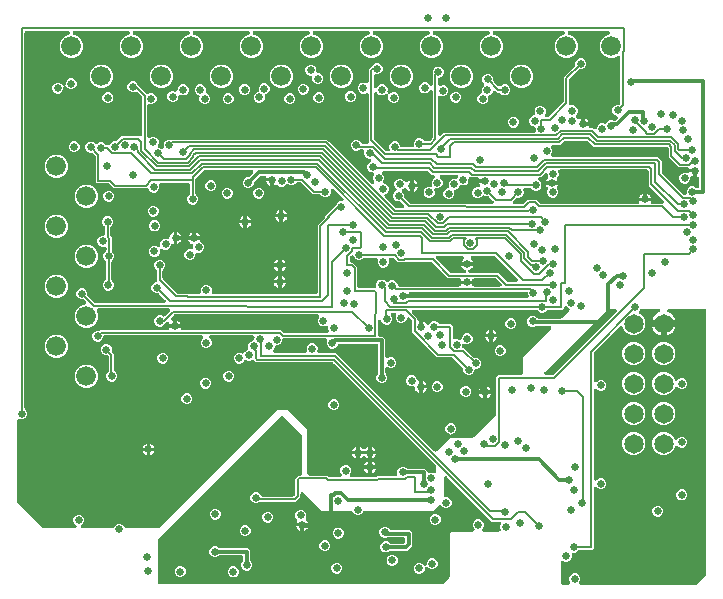
<source format=gbr>
G04 EAGLE Gerber RS-274X export*
G75*
%MOMM*%
%FSLAX34Y34*%
%LPD*%
%INCopper Layer 2*%
%IPPOS*%
%AMOC8*
5,1,8,0,0,1.08239X$1,22.5*%
G01*
%ADD10C,1.676400*%
%ADD11C,1.650000*%
%ADD12C,0.631000*%
%ADD13C,0.304800*%
%ADD14C,0.152400*%

G36*
X-555669Y112529D02*
X-555669Y112529D01*
X-555619Y112526D01*
X-555496Y112548D01*
X-555373Y112563D01*
X-555325Y112580D01*
X-555276Y112589D01*
X-555162Y112638D01*
X-555045Y112680D01*
X-555002Y112707D01*
X-554956Y112728D01*
X-554856Y112802D01*
X-554752Y112869D01*
X-554717Y112905D01*
X-554676Y112936D01*
X-554596Y113030D01*
X-554510Y113120D01*
X-554484Y113163D01*
X-554451Y113202D01*
X-554395Y113312D01*
X-554331Y113419D01*
X-554316Y113467D01*
X-554292Y113512D01*
X-554262Y113633D01*
X-554225Y113751D01*
X-554221Y113801D01*
X-554208Y113850D01*
X-554207Y113974D01*
X-554197Y114098D01*
X-554204Y114148D01*
X-554203Y114199D01*
X-554230Y114320D01*
X-554248Y114443D01*
X-554267Y114490D01*
X-554278Y114539D01*
X-554331Y114651D01*
X-554377Y114767D01*
X-554406Y114808D01*
X-554428Y114854D01*
X-554505Y114951D01*
X-554576Y115053D01*
X-554613Y115087D01*
X-554645Y115126D01*
X-554743Y115203D01*
X-554835Y115286D01*
X-554879Y115311D01*
X-554919Y115342D01*
X-555078Y115423D01*
X-556397Y116743D01*
X-557106Y118454D01*
X-557106Y120306D01*
X-556397Y122017D01*
X-555087Y123327D01*
X-553376Y124036D01*
X-551524Y124036D01*
X-549813Y123327D01*
X-548503Y122017D01*
X-547794Y120306D01*
X-547794Y118454D01*
X-548503Y116743D01*
X-549822Y115424D01*
X-549855Y115412D01*
X-549960Y115344D01*
X-550068Y115284D01*
X-550106Y115250D01*
X-550148Y115223D01*
X-550234Y115134D01*
X-550327Y115050D01*
X-550355Y115008D01*
X-550390Y114972D01*
X-550454Y114866D01*
X-550525Y114763D01*
X-550543Y114716D01*
X-550569Y114673D01*
X-550607Y114555D01*
X-550653Y114439D01*
X-550660Y114389D01*
X-550675Y114341D01*
X-550685Y114217D01*
X-550703Y114094D01*
X-550699Y114044D01*
X-550703Y113994D01*
X-550685Y113871D01*
X-550675Y113747D01*
X-550659Y113699D01*
X-550652Y113649D01*
X-550606Y113534D01*
X-550568Y113415D01*
X-550542Y113372D01*
X-550523Y113325D01*
X-550452Y113223D01*
X-550388Y113117D01*
X-550353Y113081D01*
X-550324Y113039D01*
X-550232Y112956D01*
X-550145Y112867D01*
X-550103Y112840D01*
X-550065Y112806D01*
X-549956Y112745D01*
X-549852Y112678D01*
X-549804Y112662D01*
X-549760Y112637D01*
X-549640Y112603D01*
X-549523Y112562D01*
X-549473Y112556D01*
X-549425Y112542D01*
X-549181Y112523D01*
X-523901Y112523D01*
X-523825Y112532D01*
X-523749Y112530D01*
X-523653Y112551D01*
X-523555Y112563D01*
X-523483Y112588D01*
X-523408Y112605D01*
X-523320Y112647D01*
X-523227Y112680D01*
X-523163Y112722D01*
X-523094Y112754D01*
X-523017Y112816D01*
X-522934Y112869D01*
X-522881Y112924D01*
X-522821Y112972D01*
X-522760Y113049D01*
X-522692Y113120D01*
X-522653Y113185D01*
X-522605Y113245D01*
X-522537Y113379D01*
X-522513Y113419D01*
X-522507Y113437D01*
X-522494Y113463D01*
X-522107Y114397D01*
X-520797Y115707D01*
X-519086Y116416D01*
X-517234Y116416D01*
X-515523Y115707D01*
X-514213Y114397D01*
X-513826Y113463D01*
X-513789Y113396D01*
X-513761Y113325D01*
X-513705Y113245D01*
X-513657Y113158D01*
X-513605Y113102D01*
X-513562Y113039D01*
X-513489Y112973D01*
X-513423Y112900D01*
X-513360Y112857D01*
X-513303Y112806D01*
X-513217Y112758D01*
X-513136Y112702D01*
X-513065Y112674D01*
X-512998Y112637D01*
X-512903Y112610D01*
X-512812Y112574D01*
X-512736Y112563D01*
X-512663Y112542D01*
X-512514Y112530D01*
X-512467Y112524D01*
X-512448Y112525D01*
X-512419Y112523D01*
X-485394Y112523D01*
X-485268Y112537D01*
X-485142Y112544D01*
X-485096Y112557D01*
X-485048Y112563D01*
X-484929Y112605D01*
X-484807Y112640D01*
X-484765Y112664D01*
X-484720Y112680D01*
X-484613Y112749D01*
X-484503Y112810D01*
X-484457Y112850D01*
X-484427Y112869D01*
X-484393Y112904D01*
X-484317Y112969D01*
X-384941Y212345D01*
X-375027Y212345D01*
X-358901Y196219D01*
X-358901Y158726D01*
X-358898Y158700D01*
X-358900Y158674D01*
X-358878Y158527D01*
X-358861Y158380D01*
X-358853Y158355D01*
X-358849Y158329D01*
X-358794Y158191D01*
X-358744Y158052D01*
X-358730Y158030D01*
X-358720Y158005D01*
X-358635Y157884D01*
X-358555Y157759D01*
X-358536Y157741D01*
X-358521Y157719D01*
X-358411Y157620D01*
X-358304Y157517D01*
X-358282Y157503D01*
X-358262Y157486D01*
X-358132Y157414D01*
X-358005Y157338D01*
X-357980Y157330D01*
X-357957Y157317D01*
X-357814Y157277D01*
X-357673Y157232D01*
X-357647Y157230D01*
X-357622Y157222D01*
X-357378Y157203D01*
X-341963Y157203D01*
X-341139Y156379D01*
X-341040Y156300D01*
X-340946Y156216D01*
X-340904Y156192D01*
X-340866Y156162D01*
X-340752Y156108D01*
X-340641Y156047D01*
X-340594Y156034D01*
X-340551Y156013D01*
X-340427Y155987D01*
X-340306Y155952D01*
X-340245Y155947D01*
X-340210Y155940D01*
X-340162Y155941D01*
X-340062Y155933D01*
X-331185Y155933D01*
X-331086Y155944D01*
X-330985Y155946D01*
X-330913Y155964D01*
X-330839Y155973D01*
X-330745Y156006D01*
X-330647Y156031D01*
X-330581Y156065D01*
X-330511Y156090D01*
X-330427Y156145D01*
X-330337Y156191D01*
X-330281Y156239D01*
X-330218Y156279D01*
X-330148Y156351D01*
X-330072Y156416D01*
X-330028Y156476D01*
X-329976Y156530D01*
X-329925Y156616D01*
X-329865Y156697D01*
X-329835Y156765D01*
X-329797Y156829D01*
X-329767Y156924D01*
X-329727Y157017D01*
X-329714Y157090D01*
X-329691Y157161D01*
X-329683Y157261D01*
X-329665Y157360D01*
X-329669Y157434D01*
X-329663Y157508D01*
X-329678Y157607D01*
X-329683Y157708D01*
X-329704Y157779D01*
X-329715Y157853D01*
X-329752Y157946D01*
X-329780Y158043D01*
X-329816Y158108D01*
X-329843Y158177D01*
X-329901Y158259D01*
X-329950Y158347D01*
X-330015Y158423D01*
X-330042Y158463D01*
X-330069Y158487D01*
X-330108Y158533D01*
X-330337Y158762D01*
X-331046Y160473D01*
X-331046Y162325D01*
X-330337Y164036D01*
X-329027Y165346D01*
X-327316Y166055D01*
X-325464Y166055D01*
X-323753Y165346D01*
X-322443Y164036D01*
X-321734Y162325D01*
X-321734Y160473D01*
X-322443Y158762D01*
X-322672Y158533D01*
X-322734Y158455D01*
X-322804Y158382D01*
X-322842Y158318D01*
X-322888Y158260D01*
X-322931Y158169D01*
X-322983Y158083D01*
X-323005Y158012D01*
X-323037Y157945D01*
X-323058Y157847D01*
X-323089Y157751D01*
X-323095Y157677D01*
X-323111Y157604D01*
X-323109Y157504D01*
X-323117Y157404D01*
X-323106Y157330D01*
X-323105Y157256D01*
X-323080Y157158D01*
X-323065Y157059D01*
X-323038Y156990D01*
X-323020Y156918D01*
X-322974Y156829D01*
X-322937Y156735D01*
X-322894Y156674D01*
X-322860Y156608D01*
X-322795Y156532D01*
X-322738Y156449D01*
X-322682Y156399D01*
X-322634Y156343D01*
X-322553Y156283D01*
X-322479Y156216D01*
X-322414Y156180D01*
X-322354Y156135D01*
X-322262Y156096D01*
X-322174Y156047D01*
X-322102Y156027D01*
X-322034Y155997D01*
X-321935Y155980D01*
X-321838Y155952D01*
X-321738Y155944D01*
X-321691Y155936D01*
X-321655Y155938D01*
X-321595Y155933D01*
X-301288Y155933D01*
X-301163Y155947D01*
X-301036Y155954D01*
X-300990Y155967D01*
X-300942Y155973D01*
X-300823Y156015D01*
X-300702Y156050D01*
X-300659Y156074D01*
X-300614Y156090D01*
X-300508Y156159D01*
X-300397Y156220D01*
X-300351Y156260D01*
X-300321Y156279D01*
X-300288Y156314D01*
X-300211Y156379D01*
X-299724Y156866D01*
X-284142Y156866D01*
X-283993Y156883D01*
X-283843Y156895D01*
X-283820Y156903D01*
X-283796Y156906D01*
X-283654Y156956D01*
X-283512Y157003D01*
X-283491Y157015D01*
X-283468Y157023D01*
X-283342Y157105D01*
X-283213Y157182D01*
X-283196Y157199D01*
X-283175Y157212D01*
X-283071Y157320D01*
X-282963Y157425D01*
X-282950Y157445D01*
X-282933Y157463D01*
X-282856Y157592D01*
X-282775Y157718D01*
X-282767Y157741D01*
X-282754Y157762D01*
X-282709Y157905D01*
X-282658Y158047D01*
X-282655Y158071D01*
X-282648Y158094D01*
X-282636Y158243D01*
X-282619Y158393D01*
X-282622Y158417D01*
X-282620Y158441D01*
X-282642Y158590D01*
X-282660Y158739D01*
X-282669Y158767D01*
X-282672Y158786D01*
X-282689Y158830D01*
X-282735Y158972D01*
X-282786Y159094D01*
X-282786Y160946D01*
X-282077Y162657D01*
X-280767Y163967D01*
X-279056Y164676D01*
X-277204Y164676D01*
X-275493Y163967D01*
X-275017Y163491D01*
X-274918Y163412D01*
X-274824Y163328D01*
X-274781Y163304D01*
X-274744Y163274D01*
X-274629Y163220D01*
X-274519Y163159D01*
X-274472Y163146D01*
X-274429Y163125D01*
X-274305Y163099D01*
X-274183Y163064D01*
X-274123Y163059D01*
X-274088Y163052D01*
X-274040Y163053D01*
X-273940Y163045D01*
X-259439Y163045D01*
X-257496Y161102D01*
X-257496Y160799D01*
X-257479Y160649D01*
X-257467Y160500D01*
X-257459Y160477D01*
X-257456Y160453D01*
X-257405Y160311D01*
X-257359Y160168D01*
X-257347Y160147D01*
X-257339Y160125D01*
X-257257Y159998D01*
X-257180Y159869D01*
X-257163Y159852D01*
X-257150Y159832D01*
X-257042Y159727D01*
X-256937Y159619D01*
X-256917Y159606D01*
X-256899Y159590D01*
X-256770Y159512D01*
X-256644Y159431D01*
X-256621Y159423D01*
X-256600Y159411D01*
X-256457Y159365D01*
X-256315Y159315D01*
X-256291Y159312D01*
X-256268Y159304D01*
X-256119Y159292D01*
X-255969Y159276D01*
X-255945Y159278D01*
X-255921Y159277D01*
X-255772Y159299D01*
X-255623Y159316D01*
X-255595Y159325D01*
X-255576Y159328D01*
X-255532Y159346D01*
X-255390Y159392D01*
X-254946Y159575D01*
X-253094Y159575D01*
X-252043Y159140D01*
X-251898Y159099D01*
X-251755Y159053D01*
X-251731Y159051D01*
X-251708Y159044D01*
X-251557Y159037D01*
X-251408Y159025D01*
X-251384Y159028D01*
X-251360Y159027D01*
X-251212Y159054D01*
X-251063Y159076D01*
X-251041Y159085D01*
X-251017Y159090D01*
X-250879Y159150D01*
X-250739Y159205D01*
X-250719Y159219D01*
X-250697Y159229D01*
X-250576Y159318D01*
X-250453Y159404D01*
X-250437Y159422D01*
X-250418Y159436D01*
X-250320Y159551D01*
X-250220Y159663D01*
X-250208Y159684D01*
X-250192Y159703D01*
X-250124Y159836D01*
X-250051Y159968D01*
X-250045Y159991D01*
X-250034Y160013D01*
X-249997Y160158D01*
X-249956Y160303D01*
X-249954Y160333D01*
X-249949Y160351D01*
X-249949Y160398D01*
X-249937Y160547D01*
X-249937Y164826D01*
X-249951Y164951D01*
X-249958Y165078D01*
X-249971Y165124D01*
X-249977Y165172D01*
X-250019Y165291D01*
X-250054Y165412D01*
X-250078Y165455D01*
X-250094Y165500D01*
X-250163Y165606D01*
X-250224Y165717D01*
X-250264Y165763D01*
X-250283Y165793D01*
X-250318Y165826D01*
X-250383Y165903D01*
X-337041Y252561D01*
X-337140Y252640D01*
X-337234Y252724D01*
X-337276Y252748D01*
X-337314Y252778D01*
X-337428Y252832D01*
X-337539Y252893D01*
X-337586Y252906D01*
X-337629Y252927D01*
X-337753Y252953D01*
X-337874Y252988D01*
X-337935Y252993D01*
X-337970Y253000D01*
X-338018Y252999D01*
X-338118Y253007D01*
X-402257Y253007D01*
X-403975Y254725D01*
X-404034Y254772D01*
X-404088Y254827D01*
X-404171Y254880D01*
X-404248Y254941D01*
X-404317Y254974D01*
X-404381Y255015D01*
X-404474Y255048D01*
X-404563Y255090D01*
X-404637Y255106D01*
X-404709Y255132D01*
X-404807Y255143D01*
X-404903Y255164D01*
X-404980Y255162D01*
X-405056Y255171D01*
X-405154Y255159D01*
X-405252Y255158D01*
X-405326Y255139D01*
X-405402Y255130D01*
X-405544Y255084D01*
X-405590Y255073D01*
X-405607Y255064D01*
X-405635Y255055D01*
X-407157Y254424D01*
X-409009Y254424D01*
X-410494Y255039D01*
X-410519Y255046D01*
X-410542Y255058D01*
X-410686Y255094D01*
X-410829Y255135D01*
X-410855Y255136D01*
X-410880Y255142D01*
X-411028Y255145D01*
X-411177Y255152D01*
X-411203Y255147D01*
X-411229Y255147D01*
X-411374Y255116D01*
X-411520Y255089D01*
X-411544Y255079D01*
X-411569Y255073D01*
X-411704Y255009D01*
X-411839Y254950D01*
X-411860Y254935D01*
X-411884Y254923D01*
X-412000Y254831D01*
X-412119Y254743D01*
X-412136Y254722D01*
X-412157Y254706D01*
X-412248Y254590D01*
X-412344Y254476D01*
X-412356Y254453D01*
X-412372Y254432D01*
X-412484Y254215D01*
X-412613Y253903D01*
X-413923Y252593D01*
X-415634Y251884D01*
X-417486Y251884D01*
X-419197Y252593D01*
X-420507Y253903D01*
X-421216Y255614D01*
X-421216Y257466D01*
X-420507Y259177D01*
X-419197Y260487D01*
X-417486Y261196D01*
X-415634Y261196D01*
X-414149Y260581D01*
X-414124Y260574D01*
X-414101Y260562D01*
X-413957Y260526D01*
X-413814Y260485D01*
X-413788Y260484D01*
X-413763Y260478D01*
X-413615Y260475D01*
X-413466Y260468D01*
X-413440Y260473D01*
X-413414Y260473D01*
X-413269Y260504D01*
X-413123Y260531D01*
X-413099Y260541D01*
X-413074Y260547D01*
X-412939Y260611D01*
X-412804Y260670D01*
X-412783Y260685D01*
X-412759Y260697D01*
X-412643Y260789D01*
X-412524Y260877D01*
X-412507Y260898D01*
X-412486Y260914D01*
X-412395Y261030D01*
X-412299Y261144D01*
X-412287Y261167D01*
X-412271Y261188D01*
X-412159Y261405D01*
X-412030Y261717D01*
X-410720Y263027D01*
X-409695Y263451D01*
X-409673Y263464D01*
X-409648Y263472D01*
X-409633Y263481D01*
X-409630Y263482D01*
X-409617Y263491D01*
X-409521Y263549D01*
X-409391Y263621D01*
X-409371Y263638D01*
X-409349Y263652D01*
X-409243Y263755D01*
X-409133Y263855D01*
X-409118Y263876D01*
X-409099Y263895D01*
X-409019Y264020D01*
X-408935Y264142D01*
X-408925Y264166D01*
X-408911Y264188D01*
X-408861Y264328D01*
X-408807Y264466D01*
X-408803Y264492D01*
X-408794Y264516D01*
X-408778Y264664D01*
X-408756Y264811D01*
X-408758Y264837D01*
X-408755Y264863D01*
X-408772Y265010D01*
X-408785Y265158D01*
X-408793Y265183D01*
X-408796Y265209D01*
X-408871Y265442D01*
X-409009Y265774D01*
X-409009Y267626D01*
X-408300Y269337D01*
X-406990Y270647D01*
X-405263Y271363D01*
X-405155Y271379D01*
X-405008Y271396D01*
X-404983Y271404D01*
X-404957Y271408D01*
X-404820Y271463D01*
X-404680Y271513D01*
X-404658Y271527D01*
X-404633Y271537D01*
X-404512Y271622D01*
X-404387Y271702D01*
X-404369Y271721D01*
X-404347Y271736D01*
X-404248Y271846D01*
X-404145Y271953D01*
X-404131Y271975D01*
X-404114Y271995D01*
X-404042Y272125D01*
X-403966Y272252D01*
X-403958Y272277D01*
X-403945Y272300D01*
X-403905Y272443D01*
X-403860Y272584D01*
X-403858Y272610D01*
X-403851Y272635D01*
X-403831Y272879D01*
X-403831Y273493D01*
X-403720Y273761D01*
X-403679Y273906D01*
X-403633Y274049D01*
X-403631Y274073D01*
X-403624Y274096D01*
X-403617Y274247D01*
X-403605Y274396D01*
X-403609Y274420D01*
X-403607Y274444D01*
X-403634Y274592D01*
X-403657Y274741D01*
X-403666Y274763D01*
X-403670Y274787D01*
X-403730Y274925D01*
X-403785Y275065D01*
X-403799Y275085D01*
X-403809Y275107D01*
X-403898Y275227D01*
X-403984Y275351D01*
X-404002Y275367D01*
X-404017Y275387D01*
X-404132Y275484D01*
X-404243Y275584D01*
X-404264Y275596D01*
X-404283Y275612D01*
X-404417Y275680D01*
X-404548Y275753D01*
X-404571Y275759D01*
X-404593Y275770D01*
X-404739Y275807D01*
X-404884Y275848D01*
X-404913Y275850D01*
X-404931Y275855D01*
X-404978Y275855D01*
X-405127Y275867D01*
X-440529Y275867D01*
X-440628Y275856D01*
X-440729Y275854D01*
X-440801Y275836D01*
X-440875Y275827D01*
X-440969Y275794D01*
X-441067Y275769D01*
X-441133Y275735D01*
X-441203Y275710D01*
X-441287Y275655D01*
X-441377Y275609D01*
X-441433Y275561D01*
X-441496Y275521D01*
X-441566Y275449D01*
X-441642Y275384D01*
X-441686Y275324D01*
X-441738Y275270D01*
X-441790Y275184D01*
X-441849Y275103D01*
X-441879Y275035D01*
X-441917Y274971D01*
X-441947Y274875D01*
X-441987Y274783D01*
X-442000Y274710D01*
X-442023Y274639D01*
X-442031Y274539D01*
X-442049Y274440D01*
X-442045Y274366D01*
X-442051Y274292D01*
X-442036Y274192D01*
X-442031Y274092D01*
X-442010Y274021D01*
X-441999Y273947D01*
X-441962Y273854D01*
X-441934Y273757D01*
X-441898Y273692D01*
X-441871Y273623D01*
X-441813Y273541D01*
X-441764Y273453D01*
X-441699Y273377D01*
X-441672Y273337D01*
X-441645Y273313D01*
X-441606Y273267D01*
X-440553Y272214D01*
X-439844Y270503D01*
X-439844Y268651D01*
X-440553Y266940D01*
X-441863Y265630D01*
X-443574Y264921D01*
X-445426Y264921D01*
X-447137Y265630D01*
X-448447Y266940D01*
X-449156Y268651D01*
X-449156Y270503D01*
X-448447Y272214D01*
X-447394Y273267D01*
X-447332Y273346D01*
X-447262Y273418D01*
X-447224Y273482D01*
X-447178Y273540D01*
X-447135Y273631D01*
X-447083Y273717D01*
X-447061Y273788D01*
X-447029Y273855D01*
X-447008Y273953D01*
X-446977Y274049D01*
X-446971Y274123D01*
X-446955Y274196D01*
X-446957Y274296D01*
X-446949Y274396D01*
X-446960Y274470D01*
X-446961Y274544D01*
X-446986Y274641D01*
X-447001Y274741D01*
X-447028Y274810D01*
X-447046Y274882D01*
X-447092Y274971D01*
X-447129Y275065D01*
X-447172Y275126D01*
X-447206Y275192D01*
X-447271Y275268D01*
X-447328Y275351D01*
X-447384Y275401D01*
X-447432Y275457D01*
X-447513Y275517D01*
X-447587Y275584D01*
X-447652Y275620D01*
X-447712Y275665D01*
X-447804Y275704D01*
X-447892Y275753D01*
X-447964Y275773D01*
X-448032Y275803D01*
X-448131Y275820D01*
X-448228Y275848D01*
X-448328Y275856D01*
X-448375Y275864D01*
X-448411Y275862D01*
X-448471Y275867D01*
X-530269Y275867D01*
X-530295Y275864D01*
X-530321Y275866D01*
X-530468Y275844D01*
X-530615Y275827D01*
X-530640Y275819D01*
X-530666Y275815D01*
X-530804Y275760D01*
X-530943Y275710D01*
X-530965Y275696D01*
X-530990Y275686D01*
X-531111Y275601D01*
X-531236Y275521D01*
X-531254Y275502D01*
X-531276Y275487D01*
X-531375Y275377D01*
X-531478Y275270D01*
X-531492Y275248D01*
X-531509Y275228D01*
X-531581Y275098D01*
X-531657Y274971D01*
X-531665Y274946D01*
X-531678Y274923D01*
X-531718Y274780D01*
X-531763Y274639D01*
X-531765Y274613D01*
X-531773Y274588D01*
X-531792Y274344D01*
X-531792Y274156D01*
X-532501Y272445D01*
X-533811Y271135D01*
X-535522Y270426D01*
X-537374Y270426D01*
X-539085Y271135D01*
X-540395Y272445D01*
X-541104Y274156D01*
X-541104Y276008D01*
X-540395Y277719D01*
X-539085Y279029D01*
X-537374Y279738D01*
X-535623Y279738D01*
X-535498Y279752D01*
X-535371Y279759D01*
X-535325Y279772D01*
X-535277Y279778D01*
X-535158Y279820D01*
X-535037Y279855D01*
X-534994Y279879D01*
X-534949Y279895D01*
X-534843Y279964D01*
X-534732Y280025D01*
X-534686Y280065D01*
X-534656Y280084D01*
X-534623Y280119D01*
X-534546Y280184D01*
X-534337Y280393D01*
X-485241Y280393D01*
X-485191Y280398D01*
X-485141Y280396D01*
X-485019Y280418D01*
X-484895Y280433D01*
X-484848Y280450D01*
X-484798Y280459D01*
X-484684Y280508D01*
X-484567Y280550D01*
X-484525Y280577D01*
X-484479Y280597D01*
X-484379Y280672D01*
X-484274Y280739D01*
X-484239Y280775D01*
X-484199Y280805D01*
X-484119Y280900D01*
X-484032Y280990D01*
X-484006Y281033D01*
X-483974Y281071D01*
X-483917Y281182D01*
X-483870Y281260D01*
X-483859Y281242D01*
X-483841Y281195D01*
X-483770Y281093D01*
X-483705Y280987D01*
X-483670Y280950D01*
X-483642Y280909D01*
X-483549Y280826D01*
X-483463Y280737D01*
X-483420Y280709D01*
X-483383Y280676D01*
X-483274Y280616D01*
X-483169Y280548D01*
X-483122Y280531D01*
X-483078Y280507D01*
X-482958Y280473D01*
X-482841Y280432D01*
X-482791Y280426D01*
X-482742Y280412D01*
X-482499Y280393D01*
X-477401Y280393D01*
X-477400Y280393D01*
X-477399Y280393D01*
X-477219Y280414D01*
X-477055Y280433D01*
X-477054Y280433D01*
X-477053Y280433D01*
X-476886Y280493D01*
X-476727Y280550D01*
X-476726Y280551D01*
X-476725Y280551D01*
X-476587Y280641D01*
X-476434Y280739D01*
X-476434Y280740D01*
X-476433Y280740D01*
X-476328Y280849D01*
X-476192Y280990D01*
X-476192Y280991D01*
X-476191Y280991D01*
X-476106Y281134D01*
X-476013Y281289D01*
X-476013Y281290D01*
X-476012Y281291D01*
X-475960Y281456D01*
X-475907Y281621D01*
X-475907Y281622D01*
X-475907Y281623D01*
X-475893Y281794D01*
X-475879Y281968D01*
X-475879Y281969D01*
X-475879Y281970D01*
X-475885Y282024D01*
X-470916Y282024D01*
X-465940Y282024D01*
X-465953Y281866D01*
X-465953Y281865D01*
X-465953Y281864D01*
X-465927Y281691D01*
X-465902Y281521D01*
X-465901Y281520D01*
X-465901Y281519D01*
X-465836Y281355D01*
X-465773Y281197D01*
X-465773Y281196D01*
X-465773Y281195D01*
X-465679Y281061D01*
X-465575Y280911D01*
X-465574Y280910D01*
X-465574Y280909D01*
X-465450Y280797D01*
X-465316Y280677D01*
X-465316Y280676D01*
X-465315Y280676D01*
X-465158Y280589D01*
X-465012Y280508D01*
X-465011Y280508D01*
X-465010Y280507D01*
X-464840Y280459D01*
X-464676Y280413D01*
X-464675Y280413D01*
X-464674Y280412D01*
X-464431Y280393D01*
X-381333Y280393D01*
X-379239Y278299D01*
X-379140Y278220D01*
X-379046Y278136D01*
X-379004Y278112D01*
X-378966Y278082D01*
X-378852Y278028D01*
X-378741Y277967D01*
X-378694Y277954D01*
X-378651Y277933D01*
X-378527Y277907D01*
X-378406Y277872D01*
X-378345Y277867D01*
X-378310Y277860D01*
X-378262Y277861D01*
X-378162Y277853D01*
X-342176Y277853D01*
X-342027Y277870D01*
X-341877Y277882D01*
X-341854Y277890D01*
X-341830Y277893D01*
X-341689Y277943D01*
X-341545Y277989D01*
X-341524Y278002D01*
X-341502Y278010D01*
X-341376Y278092D01*
X-341247Y278169D01*
X-341229Y278186D01*
X-341209Y278199D01*
X-341104Y278307D01*
X-340997Y278412D01*
X-340984Y278432D01*
X-340967Y278450D01*
X-340889Y278579D01*
X-340808Y278705D01*
X-340800Y278728D01*
X-340788Y278749D01*
X-340742Y278892D01*
X-340692Y279034D01*
X-340689Y279058D01*
X-340682Y279081D01*
X-340670Y279230D01*
X-340653Y279380D01*
X-340656Y279404D01*
X-340654Y279428D01*
X-340676Y279577D01*
X-340694Y279726D01*
X-340703Y279754D01*
X-340705Y279773D01*
X-340723Y279817D01*
X-340769Y279959D01*
X-341206Y281014D01*
X-341206Y282554D01*
X-341223Y282703D01*
X-341235Y282853D01*
X-341243Y282876D01*
X-341246Y282900D01*
X-341296Y283042D01*
X-341343Y283185D01*
X-341355Y283205D01*
X-341363Y283228D01*
X-341445Y283355D01*
X-341522Y283483D01*
X-341539Y283501D01*
X-341552Y283521D01*
X-341660Y283625D01*
X-341765Y283733D01*
X-341785Y283746D01*
X-341803Y283763D01*
X-341932Y283840D01*
X-342058Y283922D01*
X-342081Y283930D01*
X-342102Y283942D01*
X-342245Y283988D01*
X-342387Y284038D01*
X-342411Y284041D01*
X-342434Y284048D01*
X-342583Y284060D01*
X-342733Y284077D01*
X-342757Y284074D01*
X-342781Y284076D01*
X-342930Y284054D01*
X-343079Y284036D01*
X-343107Y284027D01*
X-343126Y284025D01*
X-343170Y284007D01*
X-343312Y283961D01*
X-344514Y283463D01*
X-346366Y283463D01*
X-348077Y284172D01*
X-349387Y285482D01*
X-350096Y287193D01*
X-350096Y289045D01*
X-349387Y290756D01*
X-349096Y291047D01*
X-349034Y291125D01*
X-348964Y291198D01*
X-348926Y291262D01*
X-348880Y291320D01*
X-348837Y291411D01*
X-348785Y291497D01*
X-348763Y291568D01*
X-348731Y291635D01*
X-348710Y291733D01*
X-348679Y291829D01*
X-348673Y291903D01*
X-348657Y291976D01*
X-348659Y292076D01*
X-348651Y292176D01*
X-348662Y292250D01*
X-348663Y292324D01*
X-348688Y292422D01*
X-348703Y292521D01*
X-348730Y292590D01*
X-348748Y292662D01*
X-348794Y292751D01*
X-348831Y292845D01*
X-348874Y292906D01*
X-348908Y292972D01*
X-348973Y293048D01*
X-349030Y293131D01*
X-349086Y293181D01*
X-349134Y293237D01*
X-349215Y293297D01*
X-349289Y293364D01*
X-349354Y293400D01*
X-349414Y293445D01*
X-349506Y293484D01*
X-349594Y293533D01*
X-349666Y293553D01*
X-349734Y293583D01*
X-349833Y293600D01*
X-349930Y293628D01*
X-350030Y293636D01*
X-350077Y293644D01*
X-350113Y293642D01*
X-350173Y293647D01*
X-470872Y293647D01*
X-470997Y293633D01*
X-471124Y293626D01*
X-471170Y293613D01*
X-471218Y293607D01*
X-471337Y293565D01*
X-471458Y293530D01*
X-471501Y293506D01*
X-471546Y293490D01*
X-471652Y293421D01*
X-471763Y293360D01*
X-471809Y293320D01*
X-471839Y293301D01*
X-471872Y293266D01*
X-471949Y293201D01*
X-474218Y290932D01*
X-474250Y290892D01*
X-474287Y290858D01*
X-474358Y290756D01*
X-474435Y290659D01*
X-474457Y290613D01*
X-474485Y290572D01*
X-474531Y290456D01*
X-474584Y290344D01*
X-474595Y290294D01*
X-474613Y290247D01*
X-474631Y290124D01*
X-474657Y290003D01*
X-474656Y289953D01*
X-474664Y289903D01*
X-474653Y289778D01*
X-474651Y289654D01*
X-474639Y289606D01*
X-474635Y289555D01*
X-474597Y289437D01*
X-474566Y289316D01*
X-474543Y289272D01*
X-474528Y289224D01*
X-474464Y289117D01*
X-474407Y289007D01*
X-474374Y288968D01*
X-474348Y288925D01*
X-474261Y288836D01*
X-474181Y288741D01*
X-474140Y288711D01*
X-474105Y288675D01*
X-474001Y288608D01*
X-473901Y288534D01*
X-473854Y288514D01*
X-473812Y288487D01*
X-473695Y288445D01*
X-473581Y288396D01*
X-473531Y288387D01*
X-473483Y288370D01*
X-473360Y288356D01*
X-473238Y288334D01*
X-473187Y288337D01*
X-473137Y288331D01*
X-473014Y288346D01*
X-472890Y288352D01*
X-472841Y288366D01*
X-472791Y288372D01*
X-472558Y288447D01*
X-472439Y288497D01*
X-472439Y285070D01*
X-475866Y285070D01*
X-475816Y285189D01*
X-475802Y285238D01*
X-475781Y285283D01*
X-475755Y285405D01*
X-475721Y285524D01*
X-475718Y285575D01*
X-475708Y285624D01*
X-475710Y285748D01*
X-475704Y285872D01*
X-475713Y285922D01*
X-475713Y285972D01*
X-475744Y286093D01*
X-475766Y286215D01*
X-475786Y286261D01*
X-475798Y286310D01*
X-475855Y286421D01*
X-475905Y286535D01*
X-475935Y286575D01*
X-475958Y286620D01*
X-476039Y286715D01*
X-476113Y286815D01*
X-476151Y286847D01*
X-476184Y286886D01*
X-476284Y286960D01*
X-476379Y287040D01*
X-476424Y287063D01*
X-476464Y287093D01*
X-476579Y287142D01*
X-476689Y287199D01*
X-476738Y287211D01*
X-476784Y287231D01*
X-476906Y287253D01*
X-477027Y287283D01*
X-477078Y287284D01*
X-477127Y287293D01*
X-477251Y287286D01*
X-477376Y287288D01*
X-477425Y287277D01*
X-477475Y287275D01*
X-477595Y287240D01*
X-477716Y287214D01*
X-477762Y287192D01*
X-477810Y287178D01*
X-477919Y287117D01*
X-478031Y287064D01*
X-478070Y287033D01*
X-478114Y287008D01*
X-478301Y286849D01*
X-479490Y285660D01*
X-479504Y285656D01*
X-479546Y285632D01*
X-479592Y285616D01*
X-479698Y285547D01*
X-479808Y285486D01*
X-479855Y285446D01*
X-479885Y285427D01*
X-479918Y285392D01*
X-479995Y285327D01*
X-481233Y284089D01*
X-483082Y283323D01*
X-483126Y283299D01*
X-483173Y283282D01*
X-483277Y283214D01*
X-483386Y283154D01*
X-483423Y283120D01*
X-483466Y283093D01*
X-483552Y283003D01*
X-483644Y282920D01*
X-483673Y282878D01*
X-483708Y282842D01*
X-483772Y282735D01*
X-483842Y282633D01*
X-483861Y282586D01*
X-483872Y282568D01*
X-483899Y282637D01*
X-483928Y282678D01*
X-483950Y282724D01*
X-484027Y282821D01*
X-484098Y282923D01*
X-484136Y282957D01*
X-484167Y282996D01*
X-484265Y283073D01*
X-484357Y283156D01*
X-484401Y283181D01*
X-484441Y283212D01*
X-484658Y283323D01*
X-486507Y284089D01*
X-487817Y285399D01*
X-488526Y287110D01*
X-488526Y288962D01*
X-487817Y290673D01*
X-486507Y291983D01*
X-484796Y292692D01*
X-482944Y292692D01*
X-480995Y291885D01*
X-480922Y291864D01*
X-480852Y291833D01*
X-480755Y291816D01*
X-480660Y291789D01*
X-480584Y291785D01*
X-480509Y291772D01*
X-480410Y291777D01*
X-480312Y291772D01*
X-480237Y291786D01*
X-480160Y291790D01*
X-480066Y291817D01*
X-479969Y291834D01*
X-479899Y291865D01*
X-479826Y291886D01*
X-479740Y291934D01*
X-479650Y291973D01*
X-479588Y292019D01*
X-479521Y292056D01*
X-479408Y292153D01*
X-479370Y292181D01*
X-479357Y292196D01*
X-479335Y292215D01*
X-475454Y296096D01*
X-475396Y296170D01*
X-475330Y296237D01*
X-475288Y296306D01*
X-475237Y296369D01*
X-475197Y296454D01*
X-475148Y296534D01*
X-475123Y296611D01*
X-475088Y296684D01*
X-475069Y296776D01*
X-475039Y296865D01*
X-475032Y296946D01*
X-475015Y297025D01*
X-475017Y297119D01*
X-475008Y297212D01*
X-475020Y297292D01*
X-475021Y297373D01*
X-475044Y297464D01*
X-475057Y297557D01*
X-475086Y297633D01*
X-475106Y297711D01*
X-475149Y297795D01*
X-475183Y297882D01*
X-475228Y297949D01*
X-475266Y298021D01*
X-475326Y298093D01*
X-475379Y298170D01*
X-475439Y298225D01*
X-475491Y298287D01*
X-475567Y298342D01*
X-475636Y298406D01*
X-475706Y298446D01*
X-475772Y298494D01*
X-475858Y298531D01*
X-475940Y298577D01*
X-476017Y298600D01*
X-476092Y298632D01*
X-476184Y298648D01*
X-476274Y298675D01*
X-476386Y298685D01*
X-476435Y298693D01*
X-476466Y298692D01*
X-476518Y298696D01*
X-480063Y298727D01*
X-480068Y298727D01*
X-480076Y298727D01*
X-535868Y298727D01*
X-536017Y298710D01*
X-536168Y298698D01*
X-536191Y298690D01*
X-536215Y298687D01*
X-536356Y298637D01*
X-536499Y298591D01*
X-536520Y298578D01*
X-536543Y298570D01*
X-536669Y298488D01*
X-536798Y298411D01*
X-536815Y298394D01*
X-536836Y298381D01*
X-536940Y298273D01*
X-537048Y298168D01*
X-537061Y298148D01*
X-537078Y298130D01*
X-537155Y298001D01*
X-537236Y297875D01*
X-537244Y297852D01*
X-537257Y297831D01*
X-537302Y297688D01*
X-537353Y297546D01*
X-537355Y297522D01*
X-537363Y297499D01*
X-537375Y297350D01*
X-537392Y297200D01*
X-537389Y297176D01*
X-537391Y297152D01*
X-537368Y297003D01*
X-537351Y296854D01*
X-537342Y296826D01*
X-537339Y296807D01*
X-537322Y296763D01*
X-537276Y296621D01*
X-536217Y294066D01*
X-536217Y290134D01*
X-537722Y286502D01*
X-540502Y283722D01*
X-544134Y282217D01*
X-548066Y282217D01*
X-551698Y283722D01*
X-554478Y286502D01*
X-555983Y290134D01*
X-555983Y294066D01*
X-554478Y297698D01*
X-551698Y300478D01*
X-548066Y301983D01*
X-547620Y301983D01*
X-547520Y301994D01*
X-547420Y301996D01*
X-547348Y302014D01*
X-547274Y302023D01*
X-547179Y302056D01*
X-547082Y302081D01*
X-547016Y302115D01*
X-546946Y302140D01*
X-546861Y302195D01*
X-546772Y302241D01*
X-546716Y302289D01*
X-546653Y302329D01*
X-546583Y302401D01*
X-546507Y302466D01*
X-546463Y302526D01*
X-546411Y302580D01*
X-546359Y302666D01*
X-546300Y302747D01*
X-546270Y302815D01*
X-546232Y302879D01*
X-546201Y302975D01*
X-546162Y303067D01*
X-546148Y303140D01*
X-546126Y303211D01*
X-546118Y303311D01*
X-546100Y303410D01*
X-546104Y303484D01*
X-546098Y303558D01*
X-546113Y303658D01*
X-546118Y303758D01*
X-546138Y303829D01*
X-546149Y303903D01*
X-546187Y303996D01*
X-546214Y304093D01*
X-546251Y304158D01*
X-546278Y304227D01*
X-546335Y304309D01*
X-546385Y304397D01*
X-546450Y304473D01*
X-546477Y304513D01*
X-546504Y304537D01*
X-546543Y304583D01*
X-548008Y306048D01*
X-548107Y306127D01*
X-548201Y306211D01*
X-548243Y306235D01*
X-548281Y306265D01*
X-548395Y306319D01*
X-548506Y306380D01*
X-548553Y306393D01*
X-548596Y306414D01*
X-548720Y306440D01*
X-548841Y306475D01*
X-548902Y306480D01*
X-548937Y306487D01*
X-548985Y306486D01*
X-549085Y306494D01*
X-550836Y306494D01*
X-552547Y307203D01*
X-553857Y308513D01*
X-554566Y310224D01*
X-554566Y312076D01*
X-553857Y313787D01*
X-552547Y315097D01*
X-550836Y315806D01*
X-548984Y315806D01*
X-547273Y315097D01*
X-545963Y313787D01*
X-545254Y312076D01*
X-545254Y310325D01*
X-545240Y310200D01*
X-545233Y310073D01*
X-545220Y310027D01*
X-545214Y309979D01*
X-545172Y309860D01*
X-545137Y309739D01*
X-545113Y309696D01*
X-545097Y309651D01*
X-545028Y309545D01*
X-544967Y309434D01*
X-544927Y309388D01*
X-544908Y309358D01*
X-544873Y309325D01*
X-544808Y309248D01*
X-539259Y303699D01*
X-539160Y303620D01*
X-539066Y303536D01*
X-539024Y303512D01*
X-538986Y303482D01*
X-538872Y303428D01*
X-538761Y303367D01*
X-538714Y303354D01*
X-538671Y303333D01*
X-538547Y303307D01*
X-538426Y303272D01*
X-538365Y303267D01*
X-538330Y303260D01*
X-538282Y303261D01*
X-538182Y303253D01*
X-481609Y303253D01*
X-481499Y303265D01*
X-480326Y303255D01*
X-480219Y303266D01*
X-480112Y303268D01*
X-480047Y303285D01*
X-479979Y303292D01*
X-479878Y303327D01*
X-479774Y303353D01*
X-479714Y303384D01*
X-479650Y303407D01*
X-479560Y303464D01*
X-479465Y303513D01*
X-479413Y303557D01*
X-479356Y303593D01*
X-479281Y303669D01*
X-479199Y303739D01*
X-479159Y303793D01*
X-479111Y303842D01*
X-479056Y303933D01*
X-478992Y304019D01*
X-478965Y304081D01*
X-478930Y304139D01*
X-478896Y304241D01*
X-478854Y304339D01*
X-478842Y304406D01*
X-478821Y304470D01*
X-478811Y304577D01*
X-478792Y304682D01*
X-478796Y304750D01*
X-478790Y304817D01*
X-478805Y304923D01*
X-478810Y305030D01*
X-478829Y305095D01*
X-478838Y305162D01*
X-478877Y305262D01*
X-478907Y305365D01*
X-478940Y305424D01*
X-478964Y305487D01*
X-479025Y305576D01*
X-479077Y305669D01*
X-479135Y305737D01*
X-479161Y305775D01*
X-479190Y305802D01*
X-479235Y305855D01*
X-484508Y311128D01*
X-484607Y311207D01*
X-484701Y311291D01*
X-484743Y311315D01*
X-484781Y311345D01*
X-484895Y311399D01*
X-485006Y311460D01*
X-485053Y311473D01*
X-485096Y311494D01*
X-485220Y311520D01*
X-485341Y311555D01*
X-485402Y311560D01*
X-485437Y311567D01*
X-485485Y311566D01*
X-485585Y311574D01*
X-487336Y311574D01*
X-489047Y312283D01*
X-490357Y313593D01*
X-491066Y315304D01*
X-491066Y317156D01*
X-490357Y318867D01*
X-489047Y320177D01*
X-487073Y320995D01*
X-487006Y321032D01*
X-486935Y321060D01*
X-486854Y321116D01*
X-486768Y321164D01*
X-486712Y321215D01*
X-486649Y321259D01*
X-486583Y321332D01*
X-486510Y321398D01*
X-486467Y321461D01*
X-486416Y321518D01*
X-486368Y321604D01*
X-486312Y321685D01*
X-486284Y321756D01*
X-486247Y321823D01*
X-486220Y321918D01*
X-486184Y322009D01*
X-486173Y322085D01*
X-486152Y322158D01*
X-486140Y322307D01*
X-486133Y322354D01*
X-486135Y322373D01*
X-486133Y322402D01*
X-486133Y330328D01*
X-486147Y330453D01*
X-486154Y330579D01*
X-486167Y330626D01*
X-486173Y330674D01*
X-486215Y330793D01*
X-486250Y330914D01*
X-486274Y330956D01*
X-486290Y331002D01*
X-486359Y331108D01*
X-486420Y331218D01*
X-486460Y331265D01*
X-486479Y331295D01*
X-486514Y331328D01*
X-486519Y331334D01*
X-486533Y331354D01*
X-486547Y331367D01*
X-486579Y331405D01*
X-487817Y332643D01*
X-488526Y334354D01*
X-488526Y336206D01*
X-487817Y337917D01*
X-486507Y339227D01*
X-484796Y339936D01*
X-482944Y339936D01*
X-481233Y339227D01*
X-479923Y337917D01*
X-479214Y336206D01*
X-479214Y334354D01*
X-479923Y332643D01*
X-481161Y331405D01*
X-481227Y331322D01*
X-481273Y331274D01*
X-481283Y331258D01*
X-481324Y331212D01*
X-481348Y331169D01*
X-481378Y331132D01*
X-481432Y331017D01*
X-481493Y330907D01*
X-481506Y330860D01*
X-481527Y330817D01*
X-481553Y330693D01*
X-481588Y330571D01*
X-481593Y330511D01*
X-481600Y330476D01*
X-481599Y330428D01*
X-481607Y330328D01*
X-481607Y324485D01*
X-481593Y324360D01*
X-481586Y324233D01*
X-481573Y324187D01*
X-481567Y324139D01*
X-481525Y324020D01*
X-481490Y323899D01*
X-481466Y323856D01*
X-481450Y323811D01*
X-481381Y323705D01*
X-481320Y323594D01*
X-481280Y323548D01*
X-481261Y323518D01*
X-481226Y323485D01*
X-481161Y323408D01*
X-469409Y311656D01*
X-469310Y311577D01*
X-469216Y311493D01*
X-469174Y311469D01*
X-469136Y311439D01*
X-469022Y311385D01*
X-468911Y311324D01*
X-468864Y311311D01*
X-468821Y311290D01*
X-468697Y311264D01*
X-468576Y311229D01*
X-468515Y311224D01*
X-468480Y311217D01*
X-468432Y311218D01*
X-468332Y311210D01*
X-458833Y311210D01*
X-458773Y311156D01*
X-458730Y311132D01*
X-458693Y311102D01*
X-458578Y311048D01*
X-458468Y310987D01*
X-458421Y310974D01*
X-458377Y310953D01*
X-458254Y310927D01*
X-458132Y310892D01*
X-458072Y310887D01*
X-458037Y310880D01*
X-457989Y310881D01*
X-457888Y310873D01*
X-450512Y310873D01*
X-450363Y310890D01*
X-450213Y310902D01*
X-450190Y310910D01*
X-450166Y310913D01*
X-450024Y310963D01*
X-449882Y311010D01*
X-449861Y311022D01*
X-449838Y311030D01*
X-449712Y311112D01*
X-449583Y311189D01*
X-449566Y311206D01*
X-449545Y311219D01*
X-449441Y311327D01*
X-449333Y311432D01*
X-449320Y311452D01*
X-449303Y311470D01*
X-449226Y311599D01*
X-449145Y311725D01*
X-449137Y311748D01*
X-449124Y311769D01*
X-449079Y311912D01*
X-449028Y312054D01*
X-449025Y312078D01*
X-449018Y312101D01*
X-449006Y312250D01*
X-448989Y312400D01*
X-448992Y312424D01*
X-448990Y312448D01*
X-449012Y312597D01*
X-449030Y312746D01*
X-449039Y312774D01*
X-449042Y312793D01*
X-449059Y312837D01*
X-449105Y312979D01*
X-449156Y313101D01*
X-449156Y314953D01*
X-448447Y316664D01*
X-447137Y317974D01*
X-445426Y318683D01*
X-443574Y318683D01*
X-441863Y317974D01*
X-440553Y316664D01*
X-439844Y314953D01*
X-439844Y313101D01*
X-439895Y312979D01*
X-439936Y312834D01*
X-439982Y312691D01*
X-439984Y312667D01*
X-439990Y312644D01*
X-439998Y312493D01*
X-440010Y312344D01*
X-440006Y312320D01*
X-440007Y312296D01*
X-439981Y312148D01*
X-439958Y311999D01*
X-439949Y311977D01*
X-439945Y311953D01*
X-439885Y311815D01*
X-439829Y311675D01*
X-439816Y311655D01*
X-439806Y311633D01*
X-439716Y311512D01*
X-439631Y311389D01*
X-439613Y311373D01*
X-439598Y311353D01*
X-439483Y311256D01*
X-439372Y311156D01*
X-439351Y311144D01*
X-439332Y311128D01*
X-439199Y311060D01*
X-439067Y310987D01*
X-439043Y310981D01*
X-439022Y310970D01*
X-438876Y310933D01*
X-438731Y310892D01*
X-438702Y310890D01*
X-438684Y310885D01*
X-438637Y310885D01*
X-438488Y310873D01*
X-351766Y310873D01*
X-351740Y310876D01*
X-351714Y310874D01*
X-351567Y310896D01*
X-351420Y310913D01*
X-351395Y310921D01*
X-351369Y310925D01*
X-351231Y310980D01*
X-351092Y311030D01*
X-351070Y311044D01*
X-351045Y311054D01*
X-350924Y311139D01*
X-350799Y311219D01*
X-350781Y311238D01*
X-350759Y311253D01*
X-350660Y311363D01*
X-350557Y311470D01*
X-350543Y311492D01*
X-350526Y311512D01*
X-350454Y311642D01*
X-350378Y311769D01*
X-350370Y311794D01*
X-350357Y311817D01*
X-350317Y311960D01*
X-350272Y312101D01*
X-350270Y312127D01*
X-350262Y312152D01*
X-350243Y312396D01*
X-350243Y369237D01*
X-344339Y375141D01*
X-344260Y375240D01*
X-344176Y375334D01*
X-344152Y375376D01*
X-344122Y375414D01*
X-344068Y375528D01*
X-344007Y375639D01*
X-343994Y375686D01*
X-343973Y375729D01*
X-343947Y375853D01*
X-343912Y375974D01*
X-343907Y376035D01*
X-343900Y376070D01*
X-343901Y376118D01*
X-343893Y376218D01*
X-343893Y376857D01*
X-342121Y378629D01*
X-334958Y385792D01*
X-334957Y385793D01*
X-334955Y385795D01*
X-334851Y385927D01*
X-334742Y386065D01*
X-334741Y386067D01*
X-334739Y386068D01*
X-334628Y386286D01*
X-334147Y387447D01*
X-332837Y388757D01*
X-331126Y389466D01*
X-329760Y389466D01*
X-329660Y389477D01*
X-329559Y389479D01*
X-329487Y389497D01*
X-329413Y389506D01*
X-329319Y389539D01*
X-329221Y389564D01*
X-329155Y389598D01*
X-329085Y389623D01*
X-329001Y389678D01*
X-328912Y389724D01*
X-328855Y389772D01*
X-328792Y389812D01*
X-328723Y389884D01*
X-328646Y389949D01*
X-328602Y390009D01*
X-328550Y390063D01*
X-328499Y390149D01*
X-328439Y390230D01*
X-328410Y390298D01*
X-328371Y390362D01*
X-328341Y390458D01*
X-328301Y390550D01*
X-328288Y390623D01*
X-328265Y390694D01*
X-328257Y390794D01*
X-328239Y390893D01*
X-328243Y390967D01*
X-328237Y391041D01*
X-328252Y391141D01*
X-328257Y391241D01*
X-328278Y391312D01*
X-328289Y391386D01*
X-328326Y391479D01*
X-328354Y391576D01*
X-328390Y391641D01*
X-328418Y391710D01*
X-328475Y391792D01*
X-328524Y391880D01*
X-328589Y391956D01*
X-328617Y391996D01*
X-328643Y392020D01*
X-328682Y392066D01*
X-336335Y399719D01*
X-336413Y399781D01*
X-336486Y399851D01*
X-336550Y399889D01*
X-336608Y399935D01*
X-336699Y399978D01*
X-336785Y400030D01*
X-336856Y400052D01*
X-336923Y400084D01*
X-337021Y400105D01*
X-337117Y400136D01*
X-337191Y400142D01*
X-337264Y400157D01*
X-337364Y400156D01*
X-337464Y400164D01*
X-337538Y400153D01*
X-337612Y400152D01*
X-337709Y400127D01*
X-337809Y400112D01*
X-337878Y400085D01*
X-337950Y400067D01*
X-338040Y400020D01*
X-338133Y399983D01*
X-338194Y399941D01*
X-338260Y399907D01*
X-338337Y399842D01*
X-338419Y399784D01*
X-338469Y399729D01*
X-338525Y399681D01*
X-338585Y399600D01*
X-338652Y399526D01*
X-338688Y399461D01*
X-338733Y399401D01*
X-338772Y399309D01*
X-338821Y399221D01*
X-338841Y399149D01*
X-338871Y399081D01*
X-338888Y398982D01*
X-338916Y398885D01*
X-338924Y398785D01*
X-338932Y398738D01*
X-338930Y398702D01*
X-338935Y398641D01*
X-338935Y396581D01*
X-339644Y394870D01*
X-340954Y393560D01*
X-342665Y392851D01*
X-344517Y392851D01*
X-346228Y393560D01*
X-347469Y394801D01*
X-347568Y394880D01*
X-347662Y394964D01*
X-347704Y394988D01*
X-347742Y395018D01*
X-347856Y395072D01*
X-347967Y395133D01*
X-348014Y395146D01*
X-348057Y395167D01*
X-348181Y395193D01*
X-348303Y395228D01*
X-348363Y395233D01*
X-348398Y395240D01*
X-348446Y395239D01*
X-348546Y395247D01*
X-354288Y395247D01*
X-364002Y404961D01*
X-364101Y405040D01*
X-364195Y405124D01*
X-364237Y405148D01*
X-364275Y405178D01*
X-364389Y405232D01*
X-364500Y405293D01*
X-364547Y405306D01*
X-364590Y405327D01*
X-364714Y405353D01*
X-364835Y405388D01*
X-364896Y405393D01*
X-364931Y405400D01*
X-364979Y405399D01*
X-365079Y405407D01*
X-367449Y405407D01*
X-367574Y405393D01*
X-367700Y405386D01*
X-367747Y405373D01*
X-367795Y405367D01*
X-367914Y405325D01*
X-368035Y405290D01*
X-368077Y405266D01*
X-368123Y405250D01*
X-368229Y405181D01*
X-368339Y405120D01*
X-368386Y405080D01*
X-368416Y405061D01*
X-368449Y405026D01*
X-368526Y404961D01*
X-369764Y403723D01*
X-371475Y403014D01*
X-373327Y403014D01*
X-375090Y403744D01*
X-375098Y403751D01*
X-375214Y403843D01*
X-375238Y403854D01*
X-375259Y403870D01*
X-375395Y403928D01*
X-375530Y403992D01*
X-375555Y403997D01*
X-375579Y404008D01*
X-375725Y404034D01*
X-375870Y404065D01*
X-375896Y404065D01*
X-375922Y404069D01*
X-376071Y404062D01*
X-376219Y404059D01*
X-376244Y404053D01*
X-376270Y404051D01*
X-376413Y404010D01*
X-376557Y403974D01*
X-376580Y403962D01*
X-376605Y403955D01*
X-376735Y403882D01*
X-376867Y403815D01*
X-376887Y403798D01*
X-376909Y403785D01*
X-377096Y403626D01*
X-378122Y402600D01*
X-379833Y401891D01*
X-381685Y401891D01*
X-383396Y402600D01*
X-383927Y403131D01*
X-383967Y403163D01*
X-384002Y403201D01*
X-384103Y403270D01*
X-384200Y403347D01*
X-384246Y403369D01*
X-384288Y403398D01*
X-384403Y403443D01*
X-384515Y403496D01*
X-384565Y403507D01*
X-384613Y403526D01*
X-384735Y403544D01*
X-384856Y403570D01*
X-384907Y403569D01*
X-384958Y403576D01*
X-385081Y403566D01*
X-385204Y403564D01*
X-385254Y403551D01*
X-385305Y403547D01*
X-385422Y403509D01*
X-385542Y403479D01*
X-385588Y403455D01*
X-385637Y403439D01*
X-385850Y403320D01*
X-386178Y403101D01*
X-387097Y402720D01*
X-387097Y407670D01*
X-387100Y407696D01*
X-387097Y407722D01*
X-387119Y407869D01*
X-387136Y408016D01*
X-387145Y408041D01*
X-387149Y408067D01*
X-387204Y408204D01*
X-387254Y408344D01*
X-387268Y408366D01*
X-387278Y408390D01*
X-387362Y408512D01*
X-387443Y408637D01*
X-387462Y408655D01*
X-387477Y408677D01*
X-387587Y408776D01*
X-387694Y408879D01*
X-387717Y408893D01*
X-387736Y408910D01*
X-387866Y408982D01*
X-387993Y409058D01*
X-388018Y409066D01*
X-388041Y409079D01*
X-388184Y409119D01*
X-388325Y409165D01*
X-388351Y409167D01*
X-388377Y409174D01*
X-388620Y409193D01*
X-393579Y409193D01*
X-393569Y409307D01*
X-393554Y409498D01*
X-393554Y409499D01*
X-393554Y409500D01*
X-393579Y409669D01*
X-393605Y409843D01*
X-393605Y409844D01*
X-393606Y409845D01*
X-393666Y409998D01*
X-393733Y410167D01*
X-393734Y410168D01*
X-393734Y410169D01*
X-393827Y410302D01*
X-393932Y410453D01*
X-393933Y410454D01*
X-393933Y410455D01*
X-394057Y410567D01*
X-394190Y410687D01*
X-394191Y410688D01*
X-394192Y410688D01*
X-394340Y410770D01*
X-394495Y410856D01*
X-394496Y410856D01*
X-394497Y410857D01*
X-394666Y410905D01*
X-394830Y410951D01*
X-394831Y410951D01*
X-394832Y410952D01*
X-395076Y410971D01*
X-398161Y410971D01*
X-398287Y410957D01*
X-398413Y410950D01*
X-398459Y410937D01*
X-398507Y410931D01*
X-398626Y410889D01*
X-398748Y410854D01*
X-398790Y410830D01*
X-398835Y410814D01*
X-398942Y410745D01*
X-399052Y410684D01*
X-399098Y410644D01*
X-399128Y410625D01*
X-399162Y410590D01*
X-399238Y410525D01*
X-403809Y405954D01*
X-403888Y405855D01*
X-403972Y405761D01*
X-403996Y405719D01*
X-404026Y405681D01*
X-404080Y405567D01*
X-404141Y405456D01*
X-404154Y405410D01*
X-404175Y405366D01*
X-404201Y405243D01*
X-404236Y405121D01*
X-404241Y405060D01*
X-404248Y405025D01*
X-404247Y404977D01*
X-404255Y404877D01*
X-404255Y404204D01*
X-404964Y402493D01*
X-406274Y401183D01*
X-407985Y400474D01*
X-409837Y400474D01*
X-411548Y401183D01*
X-412858Y402493D01*
X-413567Y404204D01*
X-413567Y406056D01*
X-412858Y407767D01*
X-411548Y409077D01*
X-409837Y409786D01*
X-409164Y409786D01*
X-409038Y409800D01*
X-408912Y409807D01*
X-408866Y409820D01*
X-408818Y409826D01*
X-408699Y409868D01*
X-408577Y409903D01*
X-408535Y409927D01*
X-408490Y409943D01*
X-408383Y410012D01*
X-408273Y410073D01*
X-408227Y410113D01*
X-408197Y410132D01*
X-408163Y410167D01*
X-408087Y410232D01*
X-405080Y413239D01*
X-405018Y413317D01*
X-404948Y413390D01*
X-404909Y413454D01*
X-404863Y413512D01*
X-404820Y413603D01*
X-404769Y413689D01*
X-404746Y413760D01*
X-404714Y413827D01*
X-404693Y413925D01*
X-404663Y414021D01*
X-404657Y414095D01*
X-404641Y414168D01*
X-404643Y414268D01*
X-404635Y414368D01*
X-404646Y414442D01*
X-404647Y414516D01*
X-404671Y414613D01*
X-404686Y414713D01*
X-404714Y414782D01*
X-404732Y414854D01*
X-404778Y414943D01*
X-404815Y415037D01*
X-404858Y415098D01*
X-404892Y415164D01*
X-404957Y415240D01*
X-405014Y415323D01*
X-405069Y415372D01*
X-405117Y415429D01*
X-405198Y415489D01*
X-405273Y415556D01*
X-405338Y415592D01*
X-405398Y415636D01*
X-405490Y415676D01*
X-405578Y415725D01*
X-405649Y415745D01*
X-405718Y415774D01*
X-405816Y415792D01*
X-405913Y415819D01*
X-406013Y415828D01*
X-406061Y415836D01*
X-406096Y415834D01*
X-406157Y415839D01*
X-445751Y415839D01*
X-445877Y415825D01*
X-446003Y415818D01*
X-446049Y415805D01*
X-446097Y415799D01*
X-446216Y415757D01*
X-446338Y415722D01*
X-446380Y415698D01*
X-446425Y415682D01*
X-446532Y415613D01*
X-446642Y415551D01*
X-446688Y415512D01*
X-446718Y415493D01*
X-446752Y415458D01*
X-446828Y415393D01*
X-453221Y409000D01*
X-453300Y408901D01*
X-453384Y408807D01*
X-453408Y408765D01*
X-453438Y408727D01*
X-453492Y408613D01*
X-453553Y408502D01*
X-453566Y408455D01*
X-453587Y408412D01*
X-453613Y408288D01*
X-453648Y408167D01*
X-453653Y408106D01*
X-453660Y408071D01*
X-453659Y408023D01*
X-453667Y407923D01*
X-453667Y396112D01*
X-453653Y395987D01*
X-453646Y395861D01*
X-453633Y395814D01*
X-453627Y395766D01*
X-453585Y395647D01*
X-453550Y395526D01*
X-453526Y395484D01*
X-453510Y395438D01*
X-453441Y395332D01*
X-453380Y395222D01*
X-453340Y395175D01*
X-453321Y395145D01*
X-453286Y395112D01*
X-453221Y395035D01*
X-451983Y393797D01*
X-451274Y392086D01*
X-451274Y390234D01*
X-451983Y388523D01*
X-453293Y387213D01*
X-455004Y386504D01*
X-456856Y386504D01*
X-458567Y387213D01*
X-459877Y388523D01*
X-460586Y390234D01*
X-460586Y392086D01*
X-459877Y393797D01*
X-458639Y395035D01*
X-458560Y395134D01*
X-458476Y395228D01*
X-458452Y395271D01*
X-458422Y395308D01*
X-458368Y395423D01*
X-458307Y395533D01*
X-458294Y395580D01*
X-458273Y395623D01*
X-458247Y395747D01*
X-458212Y395869D01*
X-458207Y395929D01*
X-458200Y395964D01*
X-458201Y396012D01*
X-458193Y396112D01*
X-458193Y403205D01*
X-458196Y403231D01*
X-458194Y403257D01*
X-458216Y403404D01*
X-458233Y403551D01*
X-458241Y403576D01*
X-458245Y403602D01*
X-458300Y403740D01*
X-458350Y403879D01*
X-458364Y403901D01*
X-458374Y403926D01*
X-458459Y404047D01*
X-458539Y404172D01*
X-458558Y404190D01*
X-458573Y404212D01*
X-458683Y404311D01*
X-458790Y404414D01*
X-458812Y404428D01*
X-458832Y404445D01*
X-458962Y404517D01*
X-459089Y404593D01*
X-459114Y404601D01*
X-459137Y404614D01*
X-459280Y404654D01*
X-459421Y404699D01*
X-459447Y404701D01*
X-459472Y404709D01*
X-459716Y404728D01*
X-483043Y404728D01*
X-483192Y404711D01*
X-483342Y404699D01*
X-483365Y404691D01*
X-483389Y404688D01*
X-483531Y404638D01*
X-483674Y404591D01*
X-483694Y404579D01*
X-483717Y404571D01*
X-483843Y404489D01*
X-483972Y404412D01*
X-483990Y404395D01*
X-484010Y404382D01*
X-484114Y404274D01*
X-484222Y404169D01*
X-484235Y404149D01*
X-484252Y404131D01*
X-484329Y404002D01*
X-484410Y403876D01*
X-484418Y403853D01*
X-484431Y403832D01*
X-484477Y403689D01*
X-484527Y403547D01*
X-484530Y403523D01*
X-484537Y403500D01*
X-484549Y403351D01*
X-484566Y403201D01*
X-484563Y403177D01*
X-484565Y403153D01*
X-484543Y403004D01*
X-484525Y402855D01*
X-484516Y402827D01*
X-484513Y402808D01*
X-484496Y402764D01*
X-484450Y402622D01*
X-484294Y402246D01*
X-484294Y400394D01*
X-485003Y398683D01*
X-486313Y397373D01*
X-488024Y396664D01*
X-489876Y396664D01*
X-491587Y397373D01*
X-492897Y398683D01*
X-493189Y399387D01*
X-493226Y399454D01*
X-493254Y399525D01*
X-493310Y399606D01*
X-493358Y399692D01*
X-493409Y399748D01*
X-493453Y399811D01*
X-493526Y399877D01*
X-493592Y399950D01*
X-493655Y399993D01*
X-493712Y400044D01*
X-493798Y400092D01*
X-493879Y400148D01*
X-493950Y400176D01*
X-494017Y400213D01*
X-494111Y400240D01*
X-494203Y400276D01*
X-494279Y400287D01*
X-494352Y400308D01*
X-494501Y400320D01*
X-494548Y400327D01*
X-494567Y400325D01*
X-494596Y400327D01*
X-522653Y400327D01*
X-526356Y404030D01*
X-526455Y404109D01*
X-526549Y404193D01*
X-526591Y404217D01*
X-526629Y404247D01*
X-526743Y404301D01*
X-526854Y404362D01*
X-526900Y404375D01*
X-526944Y404396D01*
X-527068Y404422D01*
X-527189Y404457D01*
X-527250Y404461D01*
X-527285Y404469D01*
X-527333Y404468D01*
X-527433Y404476D01*
X-536962Y404476D01*
X-538288Y405802D01*
X-538288Y427440D01*
X-538302Y427565D01*
X-538309Y427692D01*
X-538322Y427738D01*
X-538328Y427786D01*
X-538370Y427905D01*
X-538405Y428026D01*
X-538429Y428069D01*
X-538445Y428114D01*
X-538514Y428220D01*
X-538575Y428331D01*
X-538615Y428377D01*
X-538634Y428407D01*
X-538669Y428440D01*
X-538734Y428517D01*
X-540388Y430171D01*
X-540487Y430250D01*
X-540581Y430334D01*
X-540623Y430358D01*
X-540661Y430388D01*
X-540775Y430442D01*
X-540886Y430503D01*
X-540933Y430516D01*
X-540976Y430537D01*
X-541100Y430563D01*
X-541221Y430598D01*
X-541282Y430603D01*
X-541317Y430610D01*
X-541365Y430609D01*
X-541465Y430617D01*
X-543216Y430617D01*
X-544927Y431326D01*
X-546237Y432636D01*
X-546946Y434347D01*
X-546946Y436199D01*
X-546237Y437910D01*
X-544927Y439220D01*
X-543216Y439929D01*
X-541364Y439929D01*
X-539653Y439220D01*
X-538624Y438191D01*
X-538604Y438175D01*
X-538587Y438155D01*
X-538467Y438067D01*
X-538351Y437975D01*
X-538327Y437963D01*
X-538306Y437948D01*
X-538170Y437889D01*
X-538036Y437826D01*
X-538010Y437820D01*
X-537986Y437810D01*
X-537840Y437783D01*
X-537695Y437752D01*
X-537669Y437753D01*
X-537643Y437748D01*
X-537495Y437756D01*
X-537347Y437758D01*
X-537321Y437765D01*
X-537295Y437766D01*
X-537153Y437807D01*
X-537009Y437843D01*
X-536985Y437855D01*
X-536960Y437863D01*
X-536831Y437935D01*
X-536699Y438003D01*
X-536679Y438020D01*
X-536656Y438033D01*
X-536470Y438191D01*
X-536037Y438624D01*
X-534326Y439333D01*
X-532474Y439333D01*
X-530763Y438624D01*
X-529525Y437386D01*
X-529426Y437307D01*
X-529332Y437223D01*
X-529289Y437199D01*
X-529252Y437169D01*
X-529137Y437115D01*
X-529027Y437054D01*
X-528980Y437041D01*
X-528937Y437020D01*
X-528813Y436994D01*
X-528691Y436959D01*
X-528631Y436954D01*
X-528596Y436947D01*
X-528548Y436948D01*
X-528448Y436940D01*
X-527476Y436940D01*
X-527400Y436948D01*
X-527324Y436947D01*
X-527228Y436968D01*
X-527130Y436980D01*
X-527058Y437005D01*
X-526983Y437022D01*
X-526895Y437064D01*
X-526802Y437097D01*
X-526738Y437139D01*
X-526669Y437171D01*
X-526592Y437233D01*
X-526509Y437286D01*
X-526456Y437341D01*
X-526396Y437389D01*
X-526335Y437466D01*
X-526267Y437537D01*
X-526228Y437602D01*
X-526180Y437662D01*
X-526112Y437795D01*
X-526088Y437836D01*
X-526082Y437854D01*
X-526074Y437871D01*
X-526073Y437871D01*
X-526069Y437880D01*
X-525917Y438247D01*
X-524607Y439557D01*
X-522896Y440266D01*
X-521145Y440266D01*
X-521020Y440280D01*
X-520893Y440287D01*
X-520847Y440300D01*
X-520799Y440306D01*
X-520680Y440348D01*
X-520559Y440383D01*
X-520516Y440407D01*
X-520471Y440423D01*
X-520365Y440492D01*
X-520254Y440553D01*
X-520208Y440593D01*
X-520178Y440612D01*
X-520145Y440647D01*
X-520068Y440712D01*
X-516303Y444477D01*
X-500356Y444477D01*
X-500330Y444480D01*
X-500304Y444478D01*
X-500157Y444500D01*
X-500010Y444517D01*
X-499985Y444525D01*
X-499959Y444529D01*
X-499821Y444584D01*
X-499682Y444634D01*
X-499660Y444648D01*
X-499635Y444658D01*
X-499514Y444743D01*
X-499389Y444823D01*
X-499371Y444842D01*
X-499349Y444857D01*
X-499250Y444967D01*
X-499147Y445074D01*
X-499133Y445096D01*
X-499116Y445116D01*
X-499044Y445246D01*
X-498968Y445373D01*
X-498960Y445398D01*
X-498947Y445421D01*
X-498907Y445564D01*
X-498862Y445705D01*
X-498860Y445731D01*
X-498852Y445756D01*
X-498833Y446000D01*
X-498833Y477222D01*
X-498847Y477347D01*
X-498854Y477474D01*
X-498867Y477520D01*
X-498873Y477568D01*
X-498915Y477687D01*
X-498950Y477808D01*
X-498974Y477851D01*
X-498990Y477896D01*
X-499059Y478002D01*
X-499120Y478113D01*
X-499160Y478159D01*
X-499179Y478189D01*
X-499214Y478223D01*
X-499279Y478299D01*
X-502914Y481934D01*
X-502973Y481981D01*
X-503027Y482036D01*
X-503110Y482089D01*
X-503187Y482150D01*
X-503256Y482183D01*
X-503320Y482224D01*
X-503413Y482257D01*
X-503502Y482299D01*
X-503576Y482315D01*
X-503648Y482341D01*
X-503746Y482352D01*
X-503842Y482373D01*
X-503919Y482371D01*
X-503995Y482380D01*
X-504093Y482368D01*
X-504191Y482367D01*
X-504265Y482348D01*
X-504341Y482339D01*
X-504483Y482293D01*
X-504529Y482282D01*
X-504546Y482273D01*
X-504574Y482264D01*
X-505804Y481754D01*
X-507656Y481754D01*
X-509367Y482463D01*
X-510677Y483773D01*
X-511386Y485484D01*
X-511386Y487336D01*
X-510677Y489047D01*
X-509367Y490357D01*
X-507656Y491066D01*
X-505804Y491066D01*
X-504093Y490357D01*
X-502783Y489047D01*
X-502302Y487886D01*
X-502301Y487884D01*
X-502300Y487882D01*
X-502217Y487733D01*
X-502133Y487581D01*
X-502131Y487580D01*
X-502130Y487578D01*
X-501972Y487392D01*
X-501481Y486901D01*
X-495208Y480628D01*
X-495148Y480580D01*
X-495095Y480525D01*
X-495012Y480472D01*
X-494935Y480411D01*
X-494866Y480378D01*
X-494801Y480337D01*
X-494708Y480304D01*
X-494620Y480262D01*
X-494545Y480246D01*
X-494473Y480220D01*
X-494375Y480209D01*
X-494279Y480189D01*
X-494203Y480190D01*
X-494127Y480181D01*
X-494029Y480193D01*
X-493930Y480195D01*
X-493856Y480213D01*
X-493780Y480222D01*
X-493638Y480268D01*
X-493592Y480280D01*
X-493575Y480288D01*
X-493548Y480297D01*
X-492079Y480906D01*
X-490227Y480906D01*
X-488516Y480197D01*
X-487206Y478887D01*
X-486497Y477176D01*
X-486497Y475324D01*
X-487206Y473613D01*
X-488516Y472303D01*
X-490227Y471594D01*
X-492079Y471594D01*
X-492201Y471645D01*
X-492346Y471686D01*
X-492489Y471732D01*
X-492513Y471734D01*
X-492536Y471740D01*
X-492687Y471748D01*
X-492836Y471760D01*
X-492860Y471756D01*
X-492884Y471757D01*
X-493032Y471731D01*
X-493181Y471708D01*
X-493203Y471699D01*
X-493227Y471695D01*
X-493365Y471635D01*
X-493505Y471579D01*
X-493525Y471566D01*
X-493547Y471556D01*
X-493668Y471466D01*
X-493791Y471381D01*
X-493807Y471363D01*
X-493827Y471348D01*
X-493924Y471233D01*
X-494024Y471122D01*
X-494036Y471101D01*
X-494052Y471082D01*
X-494120Y470949D01*
X-494193Y470817D01*
X-494199Y470793D01*
X-494210Y470772D01*
X-494247Y470626D01*
X-494288Y470481D01*
X-494290Y470452D01*
X-494295Y470434D01*
X-494295Y470387D01*
X-494307Y470238D01*
X-494307Y444660D01*
X-494290Y444511D01*
X-494278Y444360D01*
X-494270Y444337D01*
X-494267Y444313D01*
X-494217Y444172D01*
X-494171Y444029D01*
X-494158Y444008D01*
X-494150Y443985D01*
X-494068Y443859D01*
X-493991Y443730D01*
X-493974Y443713D01*
X-493961Y443692D01*
X-493853Y443588D01*
X-493748Y443480D01*
X-493728Y443467D01*
X-493710Y443450D01*
X-493581Y443373D01*
X-493455Y443292D01*
X-493432Y443284D01*
X-493411Y443271D01*
X-493268Y443226D01*
X-493126Y443175D01*
X-493102Y443173D01*
X-493079Y443165D01*
X-492930Y443153D01*
X-492780Y443136D01*
X-492756Y443139D01*
X-492732Y443137D01*
X-492583Y443160D01*
X-492434Y443177D01*
X-492406Y443186D01*
X-492387Y443189D01*
X-492343Y443206D01*
X-492201Y443252D01*
X-490213Y444076D01*
X-488361Y444076D01*
X-486650Y443367D01*
X-485340Y442057D01*
X-484631Y440346D01*
X-484631Y438494D01*
X-485434Y436556D01*
X-485441Y436531D01*
X-485453Y436507D01*
X-485489Y436363D01*
X-485530Y436221D01*
X-485531Y436194D01*
X-485537Y436169D01*
X-485540Y436021D01*
X-485547Y435872D01*
X-485542Y435847D01*
X-485542Y435820D01*
X-485511Y435675D01*
X-485484Y435530D01*
X-485474Y435506D01*
X-485468Y435480D01*
X-485405Y435346D01*
X-485345Y435210D01*
X-485330Y435189D01*
X-485318Y435165D01*
X-485226Y435050D01*
X-485137Y434930D01*
X-485117Y434913D01*
X-485101Y434893D01*
X-484985Y434801D01*
X-484871Y434705D01*
X-484848Y434693D01*
X-484827Y434677D01*
X-484610Y434565D01*
X-482662Y433759D01*
X-482566Y433731D01*
X-482472Y433694D01*
X-482399Y433684D01*
X-482327Y433663D01*
X-482227Y433658D01*
X-482127Y433644D01*
X-482053Y433650D01*
X-481979Y433646D01*
X-481880Y433664D01*
X-481780Y433673D01*
X-481709Y433695D01*
X-481636Y433709D01*
X-481544Y433749D01*
X-481448Y433780D01*
X-481385Y433818D01*
X-481317Y433848D01*
X-481236Y433908D01*
X-481150Y433959D01*
X-481097Y434011D01*
X-481037Y434056D01*
X-480972Y434132D01*
X-480900Y434202D01*
X-480860Y434265D01*
X-480812Y434322D01*
X-480766Y434411D01*
X-480712Y434496D01*
X-480687Y434565D01*
X-480653Y434632D01*
X-480629Y434729D01*
X-480595Y434824D01*
X-480587Y434898D01*
X-480569Y434970D01*
X-480567Y435070D01*
X-480556Y435170D01*
X-480565Y435244D01*
X-480564Y435318D01*
X-480585Y435417D01*
X-480597Y435516D01*
X-480628Y435612D01*
X-480638Y435659D01*
X-480652Y435688D01*
X-480652Y437552D01*
X-479943Y439263D01*
X-478633Y440573D01*
X-476922Y441282D01*
X-475171Y441282D01*
X-475046Y441296D01*
X-474919Y441303D01*
X-474873Y441316D01*
X-474825Y441322D01*
X-474706Y441364D01*
X-474585Y441399D01*
X-474542Y441423D01*
X-474497Y441439D01*
X-474391Y441508D01*
X-474280Y441569D01*
X-474234Y441609D01*
X-474204Y441628D01*
X-474171Y441663D01*
X-474147Y441683D01*
X-341963Y441683D01*
X-340191Y439911D01*
X-304852Y404572D01*
X-304813Y404541D01*
X-304779Y404503D01*
X-304676Y404433D01*
X-304579Y404355D01*
X-304534Y404334D01*
X-304492Y404305D01*
X-304376Y404260D01*
X-304264Y404206D01*
X-304215Y404196D01*
X-304168Y404177D01*
X-304045Y404159D01*
X-303923Y404133D01*
X-303873Y404134D01*
X-303823Y404127D01*
X-303699Y404137D01*
X-303575Y404139D01*
X-303526Y404151D01*
X-303476Y404156D01*
X-303357Y404194D01*
X-303237Y404224D01*
X-303192Y404247D01*
X-303144Y404263D01*
X-303038Y404327D01*
X-302927Y404384D01*
X-302889Y404416D01*
X-302846Y404442D01*
X-302756Y404529D01*
X-302662Y404610D01*
X-302632Y404650D01*
X-302596Y404685D01*
X-302528Y404790D01*
X-302454Y404890D01*
X-302434Y404936D01*
X-302407Y404978D01*
X-302366Y405096D01*
X-302316Y405210D01*
X-302308Y405259D01*
X-302291Y405307D01*
X-302277Y405431D01*
X-302255Y405553D01*
X-302257Y405603D01*
X-302252Y405653D01*
X-302266Y405777D01*
X-302273Y405901D01*
X-302287Y405949D01*
X-302292Y405999D01*
X-302368Y406232D01*
X-303106Y408014D01*
X-303106Y409866D01*
X-302318Y411768D01*
X-302277Y411913D01*
X-302231Y412056D01*
X-302229Y412080D01*
X-302222Y412103D01*
X-302215Y412253D01*
X-302203Y412403D01*
X-302207Y412427D01*
X-302205Y412451D01*
X-302232Y412599D01*
X-302255Y412748D01*
X-302264Y412770D01*
X-302268Y412794D01*
X-302328Y412932D01*
X-302383Y413071D01*
X-302397Y413091D01*
X-302407Y413114D01*
X-302497Y413235D01*
X-302582Y413358D01*
X-302600Y413374D01*
X-302615Y413393D01*
X-302730Y413491D01*
X-302841Y413591D01*
X-302862Y413603D01*
X-302881Y413618D01*
X-303014Y413687D01*
X-303146Y413760D01*
X-303170Y413766D01*
X-303191Y413777D01*
X-303336Y413813D01*
X-303482Y413854D01*
X-303511Y413857D01*
X-303529Y413861D01*
X-303576Y413862D01*
X-303725Y413874D01*
X-304456Y413874D01*
X-306167Y414583D01*
X-307477Y415892D01*
X-308186Y417604D01*
X-308186Y419456D01*
X-307477Y421167D01*
X-306167Y422477D01*
X-305853Y422607D01*
X-305809Y422631D01*
X-305762Y422648D01*
X-305657Y422716D01*
X-305549Y422776D01*
X-305511Y422810D01*
X-305469Y422837D01*
X-305382Y422927D01*
X-305290Y423010D01*
X-305262Y423051D01*
X-305227Y423088D01*
X-305163Y423195D01*
X-305092Y423297D01*
X-305074Y423344D01*
X-305048Y423387D01*
X-305010Y423505D01*
X-304964Y423621D01*
X-304957Y423671D01*
X-304942Y423719D01*
X-304932Y423843D01*
X-304914Y423966D01*
X-304918Y424016D01*
X-304914Y424066D01*
X-304932Y424189D01*
X-304943Y424313D01*
X-304958Y424361D01*
X-304965Y424411D01*
X-305011Y424527D01*
X-305050Y424645D01*
X-305076Y424688D01*
X-305094Y424735D01*
X-305165Y424837D01*
X-305229Y424943D01*
X-305264Y424980D01*
X-305293Y425021D01*
X-305385Y425104D01*
X-305472Y425193D01*
X-305515Y425221D01*
X-305552Y425254D01*
X-305661Y425314D01*
X-305765Y425382D01*
X-305813Y425399D01*
X-305857Y425423D01*
X-305977Y425457D01*
X-306094Y425498D01*
X-306144Y425504D01*
X-306192Y425518D01*
X-306436Y425537D01*
X-306996Y425537D01*
X-308707Y426246D01*
X-310017Y427556D01*
X-310726Y429267D01*
X-310726Y431119D01*
X-310675Y431241D01*
X-310634Y431386D01*
X-310588Y431529D01*
X-310586Y431553D01*
X-310580Y431576D01*
X-310572Y431727D01*
X-310560Y431876D01*
X-310564Y431900D01*
X-310563Y431924D01*
X-310589Y432072D01*
X-310612Y432221D01*
X-310621Y432243D01*
X-310625Y432267D01*
X-310685Y432405D01*
X-310741Y432545D01*
X-310754Y432565D01*
X-310764Y432587D01*
X-310854Y432708D01*
X-310939Y432831D01*
X-310957Y432847D01*
X-310972Y432867D01*
X-311087Y432964D01*
X-311198Y433064D01*
X-311219Y433076D01*
X-311238Y433092D01*
X-311371Y433160D01*
X-311503Y433233D01*
X-311527Y433239D01*
X-311548Y433250D01*
X-311694Y433287D01*
X-311839Y433328D01*
X-311868Y433330D01*
X-311886Y433335D01*
X-311933Y433335D01*
X-312082Y433347D01*
X-313818Y433347D01*
X-313943Y433333D01*
X-314069Y433326D01*
X-314116Y433313D01*
X-314164Y433307D01*
X-314283Y433265D01*
X-314404Y433230D01*
X-314446Y433206D01*
X-314492Y433190D01*
X-314598Y433121D01*
X-314708Y433060D01*
X-314755Y433020D01*
X-314785Y433001D01*
X-314818Y432966D01*
X-314852Y432938D01*
X-316574Y432224D01*
X-318426Y432224D01*
X-320137Y432933D01*
X-321447Y434243D01*
X-322156Y435954D01*
X-322156Y437806D01*
X-321447Y439517D01*
X-320137Y440827D01*
X-318426Y441536D01*
X-316574Y441536D01*
X-314863Y440827D01*
X-313553Y439517D01*
X-313261Y438813D01*
X-313224Y438746D01*
X-313196Y438675D01*
X-313140Y438594D01*
X-313092Y438508D01*
X-313041Y438452D01*
X-312997Y438389D01*
X-312924Y438323D01*
X-312858Y438250D01*
X-312795Y438207D01*
X-312738Y438156D01*
X-312652Y438108D01*
X-312571Y438052D01*
X-312500Y438024D01*
X-312433Y437987D01*
X-312339Y437960D01*
X-312247Y437924D01*
X-312171Y437913D01*
X-312098Y437892D01*
X-311949Y437880D01*
X-311902Y437873D01*
X-311883Y437875D01*
X-311854Y437873D01*
X-308394Y437873D01*
X-308294Y437884D01*
X-308193Y437886D01*
X-308121Y437904D01*
X-308047Y437913D01*
X-307953Y437947D01*
X-307855Y437971D01*
X-307789Y438005D01*
X-307719Y438030D01*
X-307635Y438085D01*
X-307545Y438131D01*
X-307489Y438179D01*
X-307426Y438219D01*
X-307357Y438291D01*
X-307280Y438357D01*
X-307236Y438416D01*
X-307184Y438470D01*
X-307133Y438556D01*
X-307073Y438637D01*
X-307043Y438705D01*
X-307005Y438769D01*
X-306975Y438865D01*
X-306935Y438957D01*
X-306922Y439030D01*
X-306899Y439101D01*
X-306891Y439201D01*
X-306873Y439300D01*
X-306877Y439374D01*
X-306871Y439448D01*
X-306886Y439547D01*
X-306891Y439648D01*
X-306912Y439719D01*
X-306923Y439793D01*
X-306960Y439886D01*
X-306988Y439983D01*
X-307024Y440048D01*
X-307052Y440117D01*
X-307063Y440133D01*
X-307063Y479702D01*
X-307080Y479851D01*
X-307092Y480001D01*
X-307100Y480024D01*
X-307103Y480048D01*
X-307153Y480189D01*
X-307199Y480333D01*
X-307212Y480354D01*
X-307220Y480377D01*
X-307302Y480503D01*
X-307379Y480632D01*
X-307396Y480649D01*
X-307409Y480669D01*
X-307517Y480774D01*
X-307622Y480882D01*
X-307642Y480895D01*
X-307660Y480912D01*
X-307789Y480989D01*
X-307915Y481070D01*
X-307938Y481078D01*
X-307959Y481090D01*
X-308102Y481136D01*
X-308244Y481187D01*
X-308268Y481189D01*
X-308291Y481197D01*
X-308440Y481209D01*
X-308590Y481225D01*
X-308614Y481223D01*
X-308638Y481225D01*
X-308787Y481202D01*
X-308936Y481185D01*
X-308964Y481176D01*
X-308983Y481173D01*
X-309027Y481155D01*
X-309169Y481109D01*
X-310478Y480567D01*
X-312330Y480567D01*
X-314041Y481276D01*
X-315351Y482586D01*
X-316060Y484297D01*
X-316060Y486149D01*
X-315351Y487860D01*
X-314041Y489170D01*
X-312330Y489879D01*
X-310478Y489879D01*
X-309169Y489337D01*
X-309024Y489295D01*
X-308881Y489249D01*
X-308857Y489247D01*
X-308834Y489241D01*
X-308683Y489233D01*
X-308534Y489221D01*
X-308510Y489225D01*
X-308486Y489224D01*
X-308338Y489251D01*
X-308189Y489273D01*
X-308167Y489282D01*
X-308143Y489286D01*
X-308005Y489346D01*
X-307865Y489402D01*
X-307845Y489416D01*
X-307823Y489425D01*
X-307702Y489515D01*
X-307579Y489601D01*
X-307563Y489619D01*
X-307543Y489633D01*
X-307446Y489748D01*
X-307346Y489860D01*
X-307334Y489881D01*
X-307318Y489899D01*
X-307250Y490033D01*
X-307177Y490165D01*
X-307171Y490188D01*
X-307160Y490209D01*
X-307123Y490355D01*
X-307082Y490500D01*
X-307080Y490529D01*
X-307075Y490548D01*
X-307075Y490595D01*
X-307063Y490744D01*
X-307063Y501317D01*
X-304427Y503953D01*
X-304400Y503954D01*
X-304354Y503967D01*
X-304306Y503973D01*
X-304187Y504016D01*
X-304065Y504051D01*
X-304023Y504074D01*
X-303978Y504091D01*
X-303871Y504159D01*
X-303761Y504221D01*
X-303715Y504260D01*
X-303685Y504280D01*
X-303651Y504314D01*
X-303575Y504379D01*
X-302337Y505617D01*
X-300626Y506326D01*
X-298774Y506326D01*
X-297062Y505617D01*
X-295753Y504308D01*
X-295044Y502596D01*
X-295044Y500744D01*
X-295753Y499033D01*
X-297062Y497723D01*
X-298774Y497015D01*
X-300699Y497015D01*
X-300719Y497021D01*
X-300743Y497023D01*
X-300766Y497030D01*
X-300917Y497037D01*
X-301066Y497049D01*
X-301090Y497046D01*
X-301114Y497047D01*
X-301262Y497020D01*
X-301411Y496997D01*
X-301433Y496989D01*
X-301457Y496984D01*
X-301595Y496924D01*
X-301735Y496869D01*
X-301754Y496855D01*
X-301776Y496845D01*
X-301898Y496755D01*
X-302021Y496670D01*
X-302037Y496652D01*
X-302056Y496638D01*
X-302154Y496522D01*
X-302254Y496411D01*
X-302266Y496390D01*
X-302281Y496372D01*
X-302350Y496238D01*
X-302423Y496106D01*
X-302429Y496083D01*
X-302440Y496061D01*
X-302477Y495916D01*
X-302518Y495771D01*
X-302520Y495742D01*
X-302525Y495723D01*
X-302525Y495676D01*
X-302537Y495527D01*
X-302537Y486827D01*
X-302531Y486777D01*
X-302534Y486727D01*
X-302512Y486604D01*
X-302497Y486481D01*
X-302480Y486433D01*
X-302471Y486384D01*
X-302422Y486270D01*
X-302380Y486153D01*
X-302353Y486110D01*
X-302332Y486064D01*
X-302258Y485964D01*
X-302191Y485860D01*
X-302155Y485825D01*
X-302125Y485784D01*
X-302030Y485704D01*
X-301940Y485618D01*
X-301897Y485592D01*
X-301858Y485559D01*
X-301748Y485503D01*
X-301641Y485439D01*
X-301593Y485424D01*
X-301548Y485401D01*
X-301427Y485370D01*
X-301309Y485333D01*
X-301259Y485329D01*
X-301210Y485316D01*
X-301086Y485315D01*
X-300962Y485305D01*
X-300912Y485312D01*
X-300862Y485311D01*
X-300740Y485338D01*
X-300617Y485356D01*
X-300570Y485375D01*
X-300521Y485386D01*
X-300409Y485439D01*
X-300293Y485485D01*
X-300252Y485514D01*
X-300206Y485536D01*
X-300109Y485613D01*
X-300007Y485684D01*
X-299973Y485721D01*
X-299934Y485753D01*
X-299857Y485851D01*
X-299774Y485943D01*
X-299749Y485987D01*
X-299718Y486026D01*
X-299607Y486244D01*
X-299603Y486253D01*
X-298293Y487563D01*
X-296582Y488272D01*
X-294730Y488272D01*
X-293019Y487563D01*
X-291709Y486253D01*
X-291000Y484542D01*
X-291000Y482690D01*
X-291024Y482633D01*
X-291038Y482584D01*
X-291059Y482539D01*
X-291086Y482417D01*
X-291120Y482298D01*
X-291122Y482247D01*
X-291133Y482198D01*
X-291131Y482074D01*
X-291137Y481949D01*
X-291128Y481900D01*
X-291127Y481850D01*
X-291096Y481729D01*
X-291074Y481607D01*
X-291054Y481560D01*
X-291042Y481512D01*
X-290985Y481401D01*
X-290935Y481287D01*
X-290905Y481247D01*
X-290882Y481202D01*
X-290802Y481107D01*
X-290727Y481007D01*
X-290689Y480975D01*
X-290656Y480936D01*
X-290556Y480862D01*
X-290461Y480782D01*
X-290417Y480759D01*
X-290376Y480729D01*
X-290262Y480680D01*
X-290151Y480623D01*
X-290102Y480611D01*
X-290056Y480591D01*
X-289934Y480569D01*
X-289813Y480539D01*
X-289763Y480538D01*
X-289713Y480529D01*
X-289589Y480536D01*
X-289464Y480534D01*
X-289415Y480545D01*
X-289365Y480547D01*
X-289245Y480582D01*
X-289124Y480608D01*
X-289079Y480630D01*
X-289030Y480644D01*
X-288921Y480705D01*
X-288809Y480758D01*
X-288770Y480789D01*
X-288726Y480814D01*
X-288540Y480973D01*
X-288470Y481042D01*
X-286759Y481751D01*
X-284907Y481751D01*
X-283196Y481042D01*
X-281886Y479732D01*
X-281177Y478021D01*
X-281177Y476169D01*
X-281886Y474458D01*
X-283196Y473148D01*
X-284907Y472439D01*
X-286759Y472439D01*
X-288470Y473148D01*
X-289780Y474458D01*
X-290489Y476169D01*
X-290489Y478021D01*
X-290465Y478078D01*
X-290451Y478127D01*
X-290430Y478172D01*
X-290403Y478294D01*
X-290369Y478413D01*
X-290367Y478464D01*
X-290356Y478513D01*
X-290358Y478637D01*
X-290352Y478762D01*
X-290361Y478811D01*
X-290362Y478861D01*
X-290393Y478982D01*
X-290415Y479104D01*
X-290435Y479151D01*
X-290447Y479199D01*
X-290504Y479310D01*
X-290554Y479424D01*
X-290584Y479464D01*
X-290607Y479509D01*
X-290687Y479604D01*
X-290762Y479704D01*
X-290800Y479736D01*
X-290833Y479775D01*
X-290933Y479849D01*
X-291028Y479929D01*
X-291072Y479952D01*
X-291113Y479982D01*
X-291227Y480031D01*
X-291338Y480088D01*
X-291387Y480100D01*
X-291433Y480120D01*
X-291555Y480142D01*
X-291676Y480172D01*
X-291726Y480173D01*
X-291776Y480182D01*
X-291900Y480175D01*
X-292025Y480177D01*
X-292074Y480166D01*
X-292124Y480164D01*
X-292244Y480129D01*
X-292365Y480103D01*
X-292410Y480081D01*
X-292459Y480067D01*
X-292568Y480006D01*
X-292680Y479953D01*
X-292719Y479922D01*
X-292763Y479897D01*
X-292949Y479738D01*
X-293019Y479669D01*
X-294730Y478960D01*
X-296582Y478960D01*
X-298293Y479669D01*
X-299603Y480979D01*
X-299607Y480988D01*
X-299631Y481032D01*
X-299648Y481079D01*
X-299716Y481184D01*
X-299776Y481292D01*
X-299810Y481330D01*
X-299837Y481372D01*
X-299927Y481459D01*
X-300010Y481551D01*
X-300051Y481579D01*
X-300088Y481614D01*
X-300194Y481678D01*
X-300297Y481749D01*
X-300344Y481767D01*
X-300387Y481793D01*
X-300505Y481831D01*
X-300621Y481877D01*
X-300671Y481884D01*
X-300719Y481899D01*
X-300843Y481909D01*
X-300966Y481927D01*
X-301016Y481923D01*
X-301066Y481927D01*
X-301189Y481909D01*
X-301313Y481899D01*
X-301361Y481883D01*
X-301411Y481876D01*
X-301527Y481830D01*
X-301645Y481792D01*
X-301688Y481766D01*
X-301735Y481747D01*
X-301837Y481676D01*
X-301943Y481612D01*
X-301980Y481577D01*
X-302021Y481548D01*
X-302104Y481456D01*
X-302193Y481369D01*
X-302221Y481327D01*
X-302254Y481289D01*
X-302315Y481180D01*
X-302382Y481076D01*
X-302398Y481028D01*
X-302423Y480984D01*
X-302457Y480865D01*
X-302498Y480747D01*
X-302504Y480697D01*
X-302518Y480649D01*
X-302537Y480405D01*
X-302537Y442725D01*
X-302523Y442599D01*
X-302516Y442473D01*
X-302503Y442427D01*
X-302497Y442379D01*
X-302455Y442260D01*
X-302420Y442138D01*
X-302396Y442096D01*
X-302380Y442051D01*
X-302311Y441944D01*
X-302250Y441834D01*
X-302210Y441788D01*
X-302191Y441758D01*
X-302156Y441724D01*
X-302091Y441648D01*
X-292524Y432081D01*
X-292425Y432002D01*
X-292331Y431918D01*
X-292289Y431894D01*
X-292251Y431864D01*
X-292137Y431810D01*
X-292026Y431749D01*
X-291980Y431736D01*
X-291936Y431715D01*
X-291813Y431689D01*
X-291691Y431654D01*
X-291630Y431649D01*
X-291596Y431642D01*
X-291547Y431643D01*
X-291447Y431635D01*
X-290660Y431635D01*
X-290511Y431652D01*
X-290361Y431664D01*
X-290338Y431672D01*
X-290314Y431675D01*
X-290173Y431725D01*
X-290030Y431771D01*
X-290009Y431784D01*
X-289986Y431792D01*
X-289860Y431874D01*
X-289731Y431951D01*
X-289714Y431968D01*
X-289693Y431981D01*
X-289588Y432090D01*
X-289481Y432194D01*
X-289468Y432214D01*
X-289451Y432232D01*
X-289374Y432361D01*
X-289293Y432487D01*
X-289285Y432510D01*
X-289272Y432531D01*
X-289227Y432674D01*
X-289176Y432816D01*
X-289173Y432840D01*
X-289166Y432863D01*
X-289154Y433012D01*
X-289137Y433162D01*
X-289140Y433186D01*
X-289138Y433210D01*
X-289160Y433359D01*
X-289178Y433508D01*
X-289187Y433536D01*
X-289190Y433555D01*
X-289207Y433599D01*
X-289253Y433741D01*
X-289644Y434684D01*
X-289644Y436536D01*
X-288935Y438247D01*
X-287625Y439557D01*
X-285914Y440266D01*
X-284062Y440266D01*
X-282351Y439557D01*
X-281041Y438247D01*
X-280332Y436536D01*
X-280332Y436519D01*
X-280329Y436493D01*
X-280331Y436467D01*
X-280309Y436320D01*
X-280292Y436173D01*
X-280284Y436148D01*
X-280280Y436122D01*
X-280225Y435984D01*
X-280175Y435845D01*
X-280161Y435823D01*
X-280151Y435798D01*
X-280066Y435677D01*
X-279986Y435552D01*
X-279967Y435534D01*
X-279952Y435512D01*
X-279842Y435413D01*
X-279735Y435310D01*
X-279713Y435296D01*
X-279693Y435279D01*
X-279563Y435207D01*
X-279436Y435131D01*
X-279411Y435123D01*
X-279388Y435110D01*
X-279245Y435070D01*
X-279104Y435025D01*
X-279078Y435023D01*
X-279053Y435015D01*
X-278809Y434996D01*
X-270172Y434996D01*
X-270023Y435013D01*
X-269873Y435025D01*
X-269850Y435033D01*
X-269826Y435036D01*
X-269684Y435086D01*
X-269542Y435133D01*
X-269521Y435145D01*
X-269498Y435153D01*
X-269372Y435235D01*
X-269243Y435312D01*
X-269226Y435329D01*
X-269205Y435342D01*
X-269101Y435450D01*
X-268993Y435555D01*
X-268980Y435575D01*
X-268963Y435593D01*
X-268886Y435722D01*
X-268805Y435848D01*
X-268797Y435871D01*
X-268784Y435892D01*
X-268739Y436035D01*
X-268688Y436177D01*
X-268685Y436201D01*
X-268678Y436224D01*
X-268666Y436373D01*
X-268649Y436523D01*
X-268652Y436547D01*
X-268650Y436571D01*
X-268672Y436720D01*
X-268690Y436869D01*
X-268699Y436897D01*
X-268702Y436916D01*
X-268719Y436960D01*
X-268765Y437102D01*
X-268816Y437224D01*
X-268816Y439076D01*
X-268107Y440787D01*
X-266797Y442097D01*
X-265086Y442806D01*
X-263234Y442806D01*
X-261523Y442097D01*
X-260285Y440859D01*
X-260186Y440780D01*
X-260092Y440696D01*
X-260049Y440672D01*
X-260012Y440642D01*
X-259897Y440588D01*
X-259787Y440527D01*
X-259740Y440514D01*
X-259697Y440493D01*
X-259573Y440467D01*
X-259451Y440432D01*
X-259391Y440427D01*
X-259356Y440420D01*
X-259308Y440421D01*
X-259208Y440413D01*
X-256028Y440413D01*
X-255919Y440425D01*
X-255809Y440429D01*
X-255746Y440445D01*
X-255682Y440453D01*
X-255578Y440490D01*
X-255472Y440518D01*
X-255415Y440548D01*
X-255353Y440570D01*
X-255261Y440630D01*
X-255164Y440681D01*
X-255098Y440735D01*
X-255061Y440759D01*
X-255032Y440789D01*
X-254975Y440836D01*
X-253260Y442477D01*
X-253168Y442587D01*
X-253073Y442693D01*
X-253057Y442721D01*
X-253037Y442745D01*
X-252973Y442873D01*
X-252904Y442998D01*
X-252896Y443028D01*
X-252881Y443057D01*
X-252848Y443195D01*
X-252809Y443333D01*
X-252806Y443372D01*
X-252801Y443396D01*
X-252800Y443445D01*
X-252790Y443577D01*
X-252790Y481983D01*
X-252796Y482033D01*
X-252793Y482083D01*
X-252815Y482205D01*
X-252830Y482329D01*
X-252847Y482376D01*
X-252856Y482426D01*
X-252905Y482540D01*
X-252947Y482657D01*
X-252975Y482699D01*
X-252995Y482746D01*
X-253069Y482845D01*
X-253136Y482950D01*
X-253172Y482985D01*
X-253203Y483025D01*
X-253297Y483105D01*
X-253387Y483192D01*
X-253430Y483218D01*
X-253469Y483250D01*
X-253579Y483307D01*
X-253686Y483371D01*
X-253734Y483386D01*
X-253779Y483409D01*
X-253899Y483439D01*
X-254018Y483477D01*
X-254068Y483481D01*
X-254117Y483493D01*
X-254241Y483495D01*
X-254365Y483505D01*
X-254415Y483497D01*
X-254466Y483498D01*
X-254587Y483472D01*
X-254710Y483453D01*
X-254757Y483435D01*
X-254806Y483424D01*
X-254918Y483370D01*
X-255034Y483325D01*
X-255075Y483296D01*
X-255121Y483274D01*
X-255218Y483196D01*
X-255320Y483126D01*
X-255354Y483088D01*
X-255393Y483057D01*
X-255470Y482959D01*
X-255553Y482867D01*
X-255578Y482823D01*
X-255587Y482810D01*
X-256951Y481447D01*
X-258662Y480738D01*
X-260514Y480738D01*
X-262225Y481447D01*
X-263535Y482757D01*
X-264244Y484468D01*
X-264244Y486320D01*
X-263535Y488031D01*
X-262225Y489341D01*
X-260514Y490050D01*
X-258662Y490050D01*
X-256951Y489341D01*
X-255580Y487970D01*
X-255551Y487918D01*
X-255517Y487881D01*
X-255490Y487838D01*
X-255401Y487752D01*
X-255317Y487660D01*
X-255275Y487631D01*
X-255239Y487596D01*
X-255133Y487532D01*
X-255030Y487462D01*
X-254983Y487443D01*
X-254940Y487417D01*
X-254822Y487379D01*
X-254706Y487334D01*
X-254656Y487326D01*
X-254608Y487311D01*
X-254484Y487301D01*
X-254361Y487283D01*
X-254311Y487287D01*
X-254261Y487283D01*
X-254138Y487302D01*
X-254014Y487312D01*
X-253966Y487327D01*
X-253916Y487335D01*
X-253801Y487381D01*
X-253682Y487419D01*
X-253639Y487445D01*
X-253592Y487463D01*
X-253490Y487534D01*
X-253384Y487598D01*
X-253347Y487634D01*
X-253306Y487662D01*
X-253223Y487755D01*
X-253134Y487841D01*
X-253106Y487884D01*
X-253073Y487921D01*
X-253012Y488030D01*
X-252945Y488135D01*
X-252929Y488182D01*
X-252904Y488226D01*
X-252870Y488346D01*
X-252829Y488463D01*
X-252823Y488513D01*
X-252809Y488562D01*
X-252790Y488805D01*
X-252790Y497331D01*
X-252783Y497343D01*
X-252770Y497389D01*
X-252749Y497433D01*
X-252723Y497556D01*
X-252688Y497678D01*
X-252684Y497739D01*
X-252676Y497774D01*
X-252677Y497822D01*
X-252669Y497922D01*
X-252669Y499673D01*
X-251960Y501384D01*
X-250650Y502694D01*
X-248939Y503403D01*
X-247087Y503403D01*
X-245376Y502694D01*
X-244066Y501384D01*
X-243357Y499673D01*
X-243357Y497821D01*
X-244066Y496110D01*
X-245376Y494800D01*
X-247324Y493993D01*
X-247391Y493956D01*
X-247462Y493928D01*
X-247543Y493872D01*
X-247629Y493824D01*
X-247685Y493772D01*
X-247748Y493729D01*
X-247814Y493656D01*
X-247887Y493590D01*
X-247930Y493527D01*
X-247981Y493470D01*
X-248029Y493384D01*
X-248085Y493303D01*
X-248113Y493232D01*
X-248150Y493165D01*
X-248177Y493070D01*
X-248213Y492979D01*
X-248224Y492903D01*
X-248245Y492830D01*
X-248257Y492681D01*
X-248264Y492634D01*
X-248262Y492615D01*
X-248264Y492586D01*
X-248264Y488805D01*
X-248247Y488656D01*
X-248235Y488506D01*
X-248227Y488483D01*
X-248224Y488459D01*
X-248174Y488317D01*
X-248128Y488174D01*
X-248115Y488153D01*
X-248107Y488131D01*
X-248025Y488004D01*
X-247948Y487875D01*
X-247931Y487858D01*
X-247918Y487838D01*
X-247809Y487733D01*
X-247705Y487625D01*
X-247685Y487612D01*
X-247667Y487596D01*
X-247538Y487518D01*
X-247412Y487437D01*
X-247389Y487429D01*
X-247368Y487417D01*
X-247225Y487371D01*
X-247083Y487321D01*
X-247059Y487318D01*
X-247036Y487310D01*
X-246887Y487298D01*
X-246737Y487282D01*
X-246713Y487284D01*
X-246689Y487283D01*
X-246540Y487305D01*
X-246391Y487322D01*
X-246363Y487331D01*
X-246344Y487334D01*
X-246300Y487352D01*
X-246158Y487398D01*
X-245274Y487764D01*
X-243422Y487764D01*
X-241711Y487055D01*
X-240401Y485745D01*
X-239692Y484034D01*
X-239692Y482182D01*
X-240401Y480471D01*
X-241711Y479161D01*
X-243422Y478452D01*
X-245274Y478452D01*
X-246158Y478818D01*
X-246303Y478860D01*
X-246446Y478906D01*
X-246470Y478907D01*
X-246493Y478914D01*
X-246644Y478921D01*
X-246793Y478933D01*
X-246817Y478930D01*
X-246841Y478931D01*
X-246989Y478904D01*
X-247138Y478882D01*
X-247160Y478873D01*
X-247184Y478869D01*
X-247322Y478809D01*
X-247462Y478753D01*
X-247482Y478739D01*
X-247504Y478730D01*
X-247625Y478640D01*
X-247748Y478554D01*
X-247764Y478536D01*
X-247784Y478522D01*
X-247881Y478407D01*
X-247981Y478295D01*
X-247993Y478274D01*
X-248009Y478256D01*
X-248077Y478122D01*
X-248150Y477990D01*
X-248156Y477967D01*
X-248167Y477945D01*
X-248204Y477800D01*
X-248245Y477655D01*
X-248247Y477626D01*
X-248252Y477607D01*
X-248252Y477560D01*
X-248264Y477411D01*
X-248264Y446445D01*
X-248253Y446345D01*
X-248251Y446245D01*
X-248233Y446173D01*
X-248224Y446099D01*
X-248191Y446004D01*
X-248166Y445907D01*
X-248132Y445841D01*
X-248107Y445771D01*
X-248052Y445686D01*
X-248006Y445597D01*
X-247958Y445541D01*
X-247918Y445478D01*
X-247846Y445408D01*
X-247781Y445332D01*
X-247721Y445288D01*
X-247667Y445236D01*
X-247581Y445184D01*
X-247500Y445125D01*
X-247432Y445095D01*
X-247368Y445057D01*
X-247272Y445026D01*
X-247180Y444987D01*
X-247107Y444973D01*
X-247036Y444951D01*
X-246936Y444943D01*
X-246837Y444925D01*
X-246763Y444929D01*
X-246689Y444923D01*
X-246589Y444938D01*
X-246489Y444943D01*
X-246418Y444963D01*
X-246344Y444974D01*
X-246251Y445012D01*
X-246154Y445039D01*
X-246089Y445076D01*
X-246020Y445103D01*
X-245938Y445160D01*
X-245850Y445210D01*
X-245774Y445275D01*
X-245734Y445302D01*
X-245710Y445329D01*
X-245664Y445368D01*
X-243483Y447549D01*
X-166905Y447549D01*
X-166755Y447566D01*
X-166605Y447578D01*
X-166582Y447586D01*
X-166558Y447589D01*
X-166417Y447639D01*
X-166274Y447686D01*
X-166253Y447698D01*
X-166230Y447706D01*
X-166104Y447788D01*
X-165975Y447865D01*
X-165958Y447882D01*
X-165937Y447895D01*
X-165833Y448003D01*
X-165725Y448108D01*
X-165712Y448128D01*
X-165695Y448146D01*
X-165618Y448275D01*
X-165537Y448401D01*
X-165529Y448424D01*
X-165516Y448445D01*
X-165471Y448588D01*
X-165420Y448730D01*
X-165418Y448754D01*
X-165410Y448777D01*
X-165398Y448926D01*
X-165381Y449076D01*
X-165384Y449100D01*
X-165382Y449124D01*
X-165405Y449273D01*
X-165422Y449422D01*
X-165431Y449450D01*
X-165434Y449469D01*
X-165451Y449513D01*
X-165497Y449655D01*
X-165609Y449924D01*
X-165609Y451213D01*
X-165612Y451240D01*
X-165610Y451266D01*
X-165632Y451412D01*
X-165649Y451560D01*
X-165657Y451584D01*
X-165661Y451610D01*
X-165716Y451748D01*
X-165766Y451888D01*
X-165780Y451910D01*
X-165790Y451934D01*
X-165875Y452056D01*
X-165955Y452181D01*
X-165974Y452199D01*
X-165989Y452220D01*
X-166099Y452319D01*
X-166206Y452423D01*
X-166228Y452436D01*
X-166248Y452454D01*
X-166378Y452526D01*
X-166505Y452602D01*
X-166530Y452610D01*
X-166553Y452622D01*
X-166696Y452663D01*
X-166837Y452708D01*
X-166863Y452710D01*
X-166888Y452717D01*
X-167132Y452737D01*
X-167358Y452737D01*
X-169069Y453446D01*
X-170378Y454755D01*
X-171087Y456466D01*
X-171087Y458319D01*
X-170378Y460030D01*
X-169069Y461339D01*
X-167225Y462103D01*
X-167202Y462116D01*
X-167177Y462124D01*
X-167050Y462200D01*
X-166920Y462273D01*
X-166901Y462290D01*
X-166878Y462304D01*
X-166772Y462407D01*
X-166662Y462507D01*
X-166647Y462528D01*
X-166628Y462547D01*
X-166548Y462671D01*
X-166464Y462793D01*
X-166454Y462818D01*
X-166440Y462840D01*
X-166390Y462980D01*
X-166336Y463118D01*
X-166332Y463144D01*
X-166323Y463168D01*
X-166307Y463316D01*
X-166285Y463462D01*
X-166287Y463489D01*
X-166284Y463515D01*
X-166302Y463662D01*
X-166314Y463810D01*
X-166322Y463835D01*
X-166325Y463861D01*
X-166400Y464094D01*
X-166581Y464529D01*
X-166581Y466381D01*
X-165872Y468092D01*
X-164562Y469402D01*
X-162851Y470111D01*
X-160999Y470111D01*
X-159288Y469402D01*
X-157978Y468092D01*
X-157269Y466381D01*
X-157269Y464529D01*
X-157969Y462839D01*
X-158011Y462694D01*
X-158056Y462551D01*
X-158058Y462527D01*
X-158065Y462504D01*
X-158072Y462353D01*
X-158084Y462204D01*
X-158081Y462180D01*
X-158082Y462156D01*
X-158055Y462008D01*
X-158033Y461859D01*
X-158024Y461837D01*
X-158019Y461813D01*
X-157959Y461675D01*
X-157904Y461535D01*
X-157890Y461515D01*
X-157881Y461493D01*
X-157791Y461372D01*
X-157705Y461249D01*
X-157687Y461233D01*
X-157673Y461213D01*
X-157558Y461116D01*
X-157446Y461016D01*
X-157425Y461004D01*
X-157407Y460988D01*
X-157273Y460920D01*
X-157141Y460847D01*
X-157118Y460841D01*
X-157096Y460830D01*
X-156951Y460793D01*
X-156806Y460752D01*
X-156777Y460750D01*
X-156758Y460745D01*
X-156711Y460745D01*
X-156562Y460733D01*
X-155238Y460733D01*
X-155113Y460747D01*
X-154986Y460754D01*
X-154940Y460767D01*
X-154892Y460773D01*
X-154773Y460815D01*
X-154652Y460850D01*
X-154609Y460874D01*
X-154564Y460890D01*
X-154458Y460959D01*
X-154347Y461020D01*
X-154301Y461060D01*
X-154271Y461079D01*
X-154238Y461114D01*
X-154161Y461179D01*
X-142409Y472931D01*
X-142330Y473030D01*
X-142246Y473124D01*
X-142222Y473166D01*
X-142192Y473204D01*
X-142138Y473318D01*
X-142077Y473429D01*
X-142064Y473476D01*
X-142043Y473519D01*
X-142017Y473643D01*
X-141982Y473764D01*
X-141977Y473825D01*
X-141970Y473860D01*
X-141971Y473908D01*
X-141963Y474008D01*
X-141963Y494421D01*
X-132489Y503895D01*
X-132410Y503994D01*
X-132326Y504088D01*
X-132302Y504130D01*
X-132272Y504168D01*
X-132218Y504282D01*
X-132157Y504393D01*
X-132144Y504440D01*
X-132123Y504483D01*
X-132097Y504607D01*
X-132062Y504728D01*
X-132057Y504789D01*
X-132050Y504824D01*
X-132051Y504872D01*
X-132043Y504972D01*
X-132043Y506723D01*
X-131334Y508434D01*
X-130024Y509744D01*
X-128313Y510453D01*
X-126461Y510453D01*
X-124750Y509744D01*
X-123440Y508434D01*
X-122731Y506723D01*
X-122731Y504871D01*
X-123440Y503160D01*
X-124750Y501850D01*
X-126461Y501141D01*
X-128212Y501141D01*
X-128337Y501127D01*
X-128464Y501120D01*
X-128510Y501107D01*
X-128558Y501101D01*
X-128677Y501059D01*
X-128798Y501024D01*
X-128841Y501000D01*
X-128886Y500984D01*
X-128992Y500915D01*
X-129103Y500854D01*
X-129149Y500814D01*
X-129179Y500795D01*
X-129212Y500760D01*
X-129289Y500695D01*
X-136991Y492993D01*
X-137070Y492894D01*
X-137154Y492800D01*
X-137178Y492758D01*
X-137208Y492720D01*
X-137262Y492606D01*
X-137323Y492495D01*
X-137336Y492448D01*
X-137357Y492405D01*
X-137383Y492281D01*
X-137418Y492160D01*
X-137423Y492099D01*
X-137430Y492064D01*
X-137429Y492016D01*
X-137437Y491916D01*
X-137437Y472242D01*
X-137420Y472092D01*
X-137407Y471942D01*
X-137400Y471919D01*
X-137397Y471896D01*
X-137347Y471754D01*
X-137300Y471611D01*
X-137288Y471590D01*
X-137280Y471568D01*
X-137198Y471441D01*
X-137120Y471312D01*
X-137104Y471295D01*
X-137091Y471275D01*
X-136982Y471170D01*
X-136877Y471062D01*
X-136857Y471049D01*
X-136840Y471033D01*
X-136711Y470955D01*
X-136584Y470874D01*
X-136562Y470866D01*
X-136541Y470854D01*
X-136398Y470808D01*
X-136256Y470758D01*
X-136232Y470755D01*
X-136209Y470748D01*
X-136059Y470736D01*
X-135909Y470719D01*
X-135885Y470722D01*
X-135862Y470720D01*
X-135713Y470742D01*
X-135682Y470746D01*
X-133694Y470746D01*
X-131983Y470037D01*
X-130673Y468727D01*
X-129964Y467016D01*
X-129964Y465164D01*
X-130673Y463453D01*
X-131404Y462722D01*
X-131420Y462702D01*
X-131440Y462685D01*
X-131528Y462566D01*
X-131620Y462449D01*
X-131632Y462425D01*
X-131647Y462404D01*
X-131706Y462268D01*
X-131769Y462134D01*
X-131775Y462108D01*
X-131785Y462084D01*
X-131811Y461938D01*
X-131843Y461793D01*
X-131842Y461767D01*
X-131847Y461741D01*
X-131839Y461593D01*
X-131837Y461445D01*
X-131830Y461419D01*
X-131829Y461393D01*
X-131788Y461251D01*
X-131752Y461107D01*
X-131740Y461084D01*
X-131732Y461058D01*
X-131660Y460929D01*
X-131592Y460797D01*
X-131575Y460777D01*
X-131562Y460754D01*
X-131404Y460568D01*
X-130673Y459837D01*
X-130644Y459767D01*
X-130643Y459766D01*
X-130643Y459765D01*
X-130553Y459604D01*
X-130475Y459462D01*
X-130474Y459461D01*
X-130473Y459461D01*
X-130355Y459330D01*
X-130240Y459204D01*
X-130240Y459203D01*
X-130239Y459203D01*
X-130085Y459096D01*
X-129954Y459006D01*
X-129953Y459006D01*
X-129952Y459005D01*
X-129783Y458939D01*
X-129630Y458878D01*
X-129629Y458878D01*
X-129628Y458878D01*
X-129452Y458852D01*
X-129285Y458827D01*
X-129284Y458827D01*
X-129283Y458827D01*
X-129114Y458841D01*
X-128937Y458856D01*
X-128936Y458856D01*
X-128935Y458857D01*
X-128779Y458907D01*
X-128606Y458963D01*
X-128605Y458964D01*
X-128604Y458964D01*
X-128390Y459083D01*
X-128172Y459229D01*
X-127253Y459610D01*
X-127253Y454660D01*
X-127250Y454634D01*
X-127252Y454608D01*
X-127230Y454461D01*
X-127214Y454314D01*
X-127205Y454289D01*
X-127201Y454263D01*
X-127146Y454126D01*
X-127096Y453986D01*
X-127082Y453964D01*
X-127072Y453940D01*
X-126988Y453818D01*
X-126907Y453693D01*
X-126888Y453675D01*
X-126873Y453653D01*
X-126763Y453554D01*
X-126656Y453451D01*
X-126633Y453437D01*
X-126614Y453419D01*
X-126484Y453348D01*
X-126357Y453272D01*
X-126332Y453264D01*
X-126309Y453251D01*
X-126166Y453211D01*
X-126025Y453165D01*
X-125999Y453163D01*
X-125973Y453156D01*
X-125730Y453137D01*
X-120774Y453137D01*
X-120786Y452986D01*
X-120801Y452808D01*
X-120801Y452807D01*
X-120801Y452806D01*
X-120773Y452622D01*
X-120750Y452463D01*
X-120749Y452462D01*
X-120749Y452461D01*
X-120683Y452293D01*
X-120622Y452139D01*
X-120621Y452138D01*
X-120621Y452137D01*
X-120524Y451998D01*
X-120423Y451853D01*
X-120422Y451852D01*
X-120422Y451851D01*
X-120298Y451739D01*
X-120164Y451619D01*
X-120164Y451618D01*
X-120163Y451618D01*
X-120001Y451528D01*
X-119860Y451450D01*
X-119859Y451450D01*
X-119858Y451449D01*
X-119681Y451399D01*
X-119524Y451355D01*
X-119523Y451355D01*
X-119522Y451354D01*
X-119279Y451335D01*
X-117173Y451335D01*
X-116476Y450638D01*
X-116397Y450576D01*
X-116325Y450506D01*
X-116261Y450468D01*
X-116203Y450421D01*
X-116112Y450378D01*
X-116026Y450327D01*
X-115955Y450304D01*
X-115888Y450273D01*
X-115790Y450251D01*
X-115694Y450221D01*
X-115620Y450215D01*
X-115547Y450199D01*
X-115447Y450201D01*
X-115347Y450193D01*
X-115273Y450204D01*
X-115199Y450205D01*
X-115102Y450230D01*
X-115002Y450244D01*
X-114933Y450272D01*
X-114861Y450290D01*
X-114772Y450336D01*
X-114678Y450373D01*
X-114617Y450416D01*
X-114551Y450450D01*
X-114475Y450515D01*
X-114392Y450572D01*
X-114342Y450627D01*
X-114286Y450676D01*
X-114226Y450756D01*
X-114159Y450831D01*
X-114123Y450896D01*
X-114078Y450956D01*
X-114039Y451048D01*
X-113990Y451136D01*
X-113970Y451208D01*
X-113940Y451276D01*
X-113923Y451375D01*
X-113895Y451471D01*
X-113887Y451571D01*
X-113879Y451619D01*
X-113881Y451655D01*
X-113876Y451715D01*
X-113876Y451776D01*
X-113167Y453487D01*
X-111857Y454797D01*
X-110146Y455506D01*
X-108294Y455506D01*
X-107962Y455368D01*
X-107687Y455254D01*
X-107662Y455247D01*
X-107638Y455235D01*
X-107494Y455199D01*
X-107352Y455159D01*
X-107325Y455157D01*
X-107300Y455151D01*
X-107152Y455149D01*
X-107004Y455142D01*
X-106978Y455146D01*
X-106952Y455146D01*
X-106807Y455178D01*
X-106661Y455204D01*
X-106637Y455215D01*
X-106611Y455220D01*
X-106477Y455284D01*
X-106341Y455343D01*
X-106320Y455359D01*
X-106296Y455370D01*
X-106180Y455463D01*
X-106061Y455551D01*
X-106044Y455571D01*
X-106024Y455587D01*
X-105932Y455704D01*
X-105836Y455817D01*
X-105824Y455840D01*
X-105808Y455861D01*
X-105728Y456017D01*
X-104408Y457337D01*
X-102697Y458046D01*
X-100845Y458046D01*
X-100253Y457801D01*
X-100251Y457800D01*
X-100250Y457799D01*
X-100082Y457752D01*
X-99918Y457705D01*
X-99916Y457705D01*
X-99914Y457704D01*
X-99670Y457685D01*
X-98317Y457685D01*
X-98192Y457699D01*
X-98066Y457706D01*
X-98019Y457719D01*
X-97971Y457725D01*
X-97852Y457767D01*
X-97731Y457802D01*
X-97688Y457826D01*
X-97643Y457842D01*
X-97537Y457911D01*
X-97426Y457972D01*
X-97380Y458012D01*
X-97350Y458031D01*
X-97317Y458066D01*
X-97240Y458131D01*
X-96356Y459015D01*
X-96262Y459134D01*
X-96165Y459248D01*
X-96154Y459269D01*
X-96139Y459288D01*
X-96074Y459425D01*
X-96006Y459558D01*
X-96000Y459582D01*
X-95990Y459604D01*
X-95958Y459751D01*
X-95922Y459896D01*
X-95922Y459921D01*
X-95917Y459944D01*
X-95919Y460094D01*
X-95917Y460245D01*
X-95922Y460269D01*
X-95923Y460293D01*
X-95959Y460438D01*
X-95991Y460585D01*
X-96002Y460607D01*
X-96008Y460631D01*
X-96077Y460765D01*
X-96141Y460900D01*
X-96156Y460919D01*
X-96167Y460941D01*
X-96265Y461055D01*
X-96358Y461173D01*
X-96377Y461188D01*
X-96393Y461206D01*
X-96514Y461295D01*
X-96632Y461388D01*
X-96658Y461402D01*
X-96673Y461413D01*
X-96717Y461432D01*
X-96850Y461500D01*
X-98815Y462314D01*
X-100125Y463624D01*
X-100834Y465335D01*
X-100834Y467187D01*
X-100125Y468898D01*
X-98815Y470208D01*
X-97104Y470917D01*
X-95397Y470917D01*
X-95371Y470920D01*
X-95345Y470918D01*
X-95198Y470940D01*
X-95051Y470957D01*
X-95026Y470965D01*
X-95000Y470969D01*
X-94862Y471024D01*
X-94723Y471074D01*
X-94701Y471088D01*
X-94676Y471098D01*
X-94555Y471183D01*
X-94430Y471263D01*
X-94412Y471282D01*
X-94390Y471297D01*
X-94291Y471407D01*
X-94188Y471514D01*
X-94174Y471536D01*
X-94157Y471556D01*
X-94085Y471686D01*
X-94009Y471813D01*
X-94001Y471838D01*
X-93988Y471861D01*
X-93948Y472004D01*
X-93903Y472145D01*
X-93901Y472171D01*
X-93893Y472196D01*
X-93874Y472440D01*
X-93874Y510924D01*
X-93891Y511073D01*
X-93903Y511223D01*
X-93911Y511246D01*
X-93914Y511270D01*
X-93964Y511411D01*
X-94010Y511554D01*
X-94023Y511575D01*
X-94031Y511598D01*
X-94113Y511724D01*
X-94190Y511853D01*
X-94207Y511870D01*
X-94220Y511891D01*
X-94329Y511996D01*
X-94433Y512103D01*
X-94453Y512116D01*
X-94471Y512133D01*
X-94600Y512210D01*
X-94726Y512291D01*
X-94749Y512299D01*
X-94770Y512312D01*
X-94913Y512358D01*
X-95055Y512408D01*
X-95079Y512411D01*
X-95102Y512418D01*
X-95251Y512430D01*
X-95401Y512447D01*
X-95425Y512444D01*
X-95449Y512446D01*
X-95598Y512424D01*
X-95747Y512406D01*
X-95775Y512397D01*
X-95794Y512394D01*
X-95838Y512377D01*
X-95980Y512331D01*
X-99634Y510817D01*
X-103566Y510817D01*
X-107198Y512322D01*
X-109978Y515102D01*
X-111483Y518734D01*
X-111483Y522666D01*
X-109978Y526298D01*
X-107198Y529078D01*
X-103682Y530535D01*
X-103638Y530559D01*
X-103590Y530576D01*
X-103486Y530644D01*
X-103377Y530704D01*
X-103340Y530738D01*
X-103297Y530765D01*
X-103211Y530855D01*
X-103119Y530938D01*
X-103090Y530980D01*
X-103055Y531016D01*
X-102991Y531123D01*
X-102921Y531225D01*
X-102902Y531272D01*
X-102876Y531315D01*
X-102839Y531433D01*
X-102793Y531549D01*
X-102786Y531599D01*
X-102770Y531647D01*
X-102760Y531771D01*
X-102742Y531894D01*
X-102746Y531944D01*
X-102742Y531994D01*
X-102761Y532117D01*
X-102771Y532241D01*
X-102786Y532289D01*
X-102794Y532339D01*
X-102840Y532454D01*
X-102878Y532573D01*
X-102904Y532616D01*
X-102923Y532663D01*
X-102993Y532765D01*
X-103058Y532871D01*
X-103093Y532908D01*
X-103122Y532949D01*
X-103214Y533032D01*
X-103301Y533121D01*
X-103343Y533149D01*
X-103380Y533182D01*
X-103489Y533242D01*
X-103594Y533310D01*
X-103641Y533327D01*
X-103685Y533351D01*
X-103805Y533385D01*
X-103922Y533426D01*
X-103972Y533432D01*
X-104021Y533446D01*
X-104265Y533465D01*
X-137035Y533465D01*
X-137085Y533460D01*
X-137136Y533462D01*
X-137258Y533440D01*
X-137382Y533425D01*
X-137429Y533408D01*
X-137479Y533399D01*
X-137593Y533350D01*
X-137710Y533308D01*
X-137752Y533281D01*
X-137798Y533261D01*
X-137898Y533186D01*
X-138003Y533119D01*
X-138038Y533083D01*
X-138078Y533053D01*
X-138158Y532958D01*
X-138245Y532868D01*
X-138271Y532825D01*
X-138303Y532787D01*
X-138360Y532676D01*
X-138424Y532569D01*
X-138439Y532521D01*
X-138462Y532476D01*
X-138492Y532356D01*
X-138530Y532237D01*
X-138534Y532187D01*
X-138546Y532138D01*
X-138548Y532014D01*
X-138558Y531890D01*
X-138550Y531840D01*
X-138551Y531790D01*
X-138525Y531668D01*
X-138506Y531545D01*
X-138487Y531498D01*
X-138477Y531449D01*
X-138423Y531337D01*
X-138377Y531221D01*
X-138349Y531180D01*
X-138327Y531134D01*
X-138249Y531037D01*
X-138178Y530935D01*
X-138141Y530901D01*
X-138110Y530862D01*
X-138012Y530785D01*
X-137920Y530702D01*
X-137876Y530677D01*
X-137836Y530646D01*
X-137618Y530535D01*
X-134102Y529078D01*
X-131322Y526298D01*
X-129817Y522666D01*
X-129817Y518734D01*
X-131322Y515102D01*
X-134102Y512322D01*
X-137734Y510817D01*
X-141666Y510817D01*
X-145298Y512322D01*
X-148078Y515102D01*
X-149583Y518734D01*
X-149583Y522666D01*
X-148078Y526298D01*
X-145298Y529078D01*
X-141782Y530535D01*
X-141738Y530559D01*
X-141690Y530576D01*
X-141586Y530644D01*
X-141477Y530704D01*
X-141440Y530738D01*
X-141397Y530765D01*
X-141311Y530855D01*
X-141219Y530938D01*
X-141190Y530980D01*
X-141155Y531016D01*
X-141091Y531123D01*
X-141021Y531225D01*
X-141002Y531272D01*
X-140976Y531315D01*
X-140939Y531433D01*
X-140893Y531549D01*
X-140886Y531599D01*
X-140870Y531647D01*
X-140860Y531771D01*
X-140842Y531894D01*
X-140846Y531944D01*
X-140842Y531994D01*
X-140861Y532117D01*
X-140871Y532241D01*
X-140886Y532289D01*
X-140894Y532339D01*
X-140940Y532454D01*
X-140978Y532573D01*
X-141004Y532616D01*
X-141023Y532663D01*
X-141093Y532765D01*
X-141158Y532871D01*
X-141193Y532908D01*
X-141222Y532949D01*
X-141314Y533032D01*
X-141401Y533121D01*
X-141443Y533149D01*
X-141480Y533182D01*
X-141589Y533242D01*
X-141694Y533310D01*
X-141741Y533327D01*
X-141785Y533351D01*
X-141905Y533385D01*
X-142022Y533426D01*
X-142072Y533432D01*
X-142121Y533446D01*
X-142365Y533465D01*
X-200535Y533465D01*
X-200585Y533460D01*
X-200636Y533462D01*
X-200758Y533440D01*
X-200882Y533425D01*
X-200929Y533408D01*
X-200979Y533399D01*
X-201093Y533350D01*
X-201210Y533308D01*
X-201252Y533281D01*
X-201298Y533261D01*
X-201398Y533186D01*
X-201503Y533119D01*
X-201538Y533083D01*
X-201578Y533053D01*
X-201658Y532958D01*
X-201745Y532868D01*
X-201771Y532825D01*
X-201803Y532787D01*
X-201860Y532676D01*
X-201924Y532569D01*
X-201939Y532521D01*
X-201962Y532476D01*
X-201992Y532356D01*
X-202030Y532237D01*
X-202034Y532187D01*
X-202046Y532138D01*
X-202048Y532014D01*
X-202058Y531890D01*
X-202050Y531840D01*
X-202051Y531790D01*
X-202025Y531668D01*
X-202006Y531545D01*
X-201987Y531498D01*
X-201977Y531449D01*
X-201923Y531337D01*
X-201877Y531221D01*
X-201849Y531180D01*
X-201827Y531134D01*
X-201749Y531037D01*
X-201678Y530935D01*
X-201641Y530901D01*
X-201610Y530862D01*
X-201512Y530785D01*
X-201420Y530702D01*
X-201376Y530677D01*
X-201336Y530646D01*
X-201118Y530535D01*
X-197602Y529078D01*
X-194822Y526298D01*
X-193317Y522666D01*
X-193317Y518734D01*
X-194822Y515102D01*
X-197602Y512322D01*
X-201234Y510817D01*
X-205166Y510817D01*
X-208798Y512322D01*
X-211578Y515102D01*
X-213083Y518734D01*
X-213083Y522666D01*
X-211578Y526298D01*
X-208798Y529078D01*
X-205282Y530535D01*
X-205238Y530559D01*
X-205190Y530576D01*
X-205086Y530644D01*
X-204977Y530704D01*
X-204940Y530738D01*
X-204897Y530765D01*
X-204811Y530855D01*
X-204719Y530938D01*
X-204690Y530980D01*
X-204655Y531016D01*
X-204591Y531123D01*
X-204521Y531225D01*
X-204502Y531272D01*
X-204476Y531315D01*
X-204439Y531433D01*
X-204393Y531549D01*
X-204386Y531599D01*
X-204370Y531647D01*
X-204360Y531771D01*
X-204342Y531894D01*
X-204346Y531944D01*
X-204342Y531994D01*
X-204361Y532117D01*
X-204371Y532241D01*
X-204386Y532289D01*
X-204394Y532339D01*
X-204440Y532454D01*
X-204478Y532573D01*
X-204504Y532616D01*
X-204523Y532663D01*
X-204593Y532765D01*
X-204658Y532871D01*
X-204693Y532908D01*
X-204722Y532949D01*
X-204814Y533032D01*
X-204901Y533121D01*
X-204943Y533149D01*
X-204980Y533182D01*
X-205089Y533242D01*
X-205194Y533310D01*
X-205241Y533327D01*
X-205285Y533351D01*
X-205405Y533385D01*
X-205522Y533426D01*
X-205572Y533432D01*
X-205621Y533446D01*
X-205865Y533465D01*
X-251335Y533465D01*
X-251385Y533460D01*
X-251436Y533462D01*
X-251558Y533440D01*
X-251682Y533425D01*
X-251729Y533408D01*
X-251779Y533399D01*
X-251893Y533350D01*
X-252010Y533308D01*
X-252052Y533281D01*
X-252098Y533261D01*
X-252198Y533186D01*
X-252303Y533119D01*
X-252338Y533083D01*
X-252378Y533053D01*
X-252458Y532958D01*
X-252545Y532868D01*
X-252571Y532825D01*
X-252603Y532787D01*
X-252660Y532676D01*
X-252724Y532569D01*
X-252739Y532521D01*
X-252762Y532476D01*
X-252792Y532356D01*
X-252830Y532237D01*
X-252834Y532187D01*
X-252846Y532138D01*
X-252848Y532014D01*
X-252858Y531890D01*
X-252850Y531840D01*
X-252851Y531790D01*
X-252825Y531668D01*
X-252806Y531545D01*
X-252787Y531498D01*
X-252777Y531449D01*
X-252723Y531337D01*
X-252677Y531221D01*
X-252649Y531180D01*
X-252627Y531134D01*
X-252549Y531037D01*
X-252478Y530935D01*
X-252441Y530901D01*
X-252410Y530862D01*
X-252312Y530785D01*
X-252220Y530702D01*
X-252176Y530677D01*
X-252136Y530646D01*
X-251918Y530535D01*
X-248402Y529078D01*
X-245622Y526298D01*
X-244117Y522666D01*
X-244117Y518734D01*
X-245622Y515102D01*
X-248402Y512322D01*
X-252034Y510817D01*
X-255966Y510817D01*
X-259598Y512322D01*
X-262378Y515102D01*
X-263883Y518734D01*
X-263883Y522666D01*
X-262378Y526298D01*
X-259598Y529078D01*
X-256082Y530535D01*
X-256038Y530559D01*
X-255990Y530576D01*
X-255886Y530644D01*
X-255777Y530704D01*
X-255740Y530738D01*
X-255697Y530765D01*
X-255611Y530855D01*
X-255519Y530938D01*
X-255490Y530980D01*
X-255455Y531016D01*
X-255391Y531123D01*
X-255321Y531225D01*
X-255302Y531272D01*
X-255276Y531315D01*
X-255239Y531433D01*
X-255193Y531549D01*
X-255186Y531599D01*
X-255170Y531647D01*
X-255160Y531771D01*
X-255142Y531894D01*
X-255146Y531944D01*
X-255142Y531994D01*
X-255161Y532117D01*
X-255171Y532241D01*
X-255186Y532289D01*
X-255194Y532339D01*
X-255240Y532454D01*
X-255278Y532573D01*
X-255304Y532616D01*
X-255323Y532663D01*
X-255393Y532765D01*
X-255458Y532871D01*
X-255493Y532908D01*
X-255522Y532949D01*
X-255614Y533032D01*
X-255701Y533121D01*
X-255743Y533149D01*
X-255780Y533182D01*
X-255889Y533242D01*
X-255994Y533310D01*
X-256041Y533327D01*
X-256085Y533351D01*
X-256205Y533385D01*
X-256322Y533426D01*
X-256372Y533432D01*
X-256421Y533446D01*
X-256665Y533465D01*
X-302135Y533465D01*
X-302185Y533460D01*
X-302236Y533462D01*
X-302358Y533440D01*
X-302482Y533425D01*
X-302529Y533408D01*
X-302579Y533399D01*
X-302693Y533350D01*
X-302810Y533308D01*
X-302852Y533281D01*
X-302898Y533261D01*
X-302998Y533186D01*
X-303103Y533119D01*
X-303138Y533083D01*
X-303178Y533053D01*
X-303258Y532958D01*
X-303345Y532868D01*
X-303371Y532825D01*
X-303403Y532787D01*
X-303460Y532676D01*
X-303524Y532569D01*
X-303539Y532521D01*
X-303562Y532476D01*
X-303592Y532356D01*
X-303630Y532237D01*
X-303634Y532187D01*
X-303646Y532138D01*
X-303648Y532014D01*
X-303658Y531890D01*
X-303650Y531840D01*
X-303651Y531790D01*
X-303624Y531668D01*
X-303606Y531545D01*
X-303587Y531498D01*
X-303577Y531449D01*
X-303523Y531337D01*
X-303477Y531221D01*
X-303449Y531180D01*
X-303427Y531134D01*
X-303349Y531037D01*
X-303278Y530935D01*
X-303241Y530901D01*
X-303210Y530862D01*
X-303112Y530785D01*
X-303020Y530702D01*
X-302976Y530677D01*
X-302936Y530646D01*
X-302718Y530535D01*
X-299202Y529078D01*
X-296422Y526298D01*
X-294917Y522666D01*
X-294917Y518734D01*
X-296422Y515102D01*
X-299202Y512322D01*
X-302834Y510817D01*
X-306766Y510817D01*
X-310398Y512322D01*
X-313178Y515102D01*
X-314683Y518734D01*
X-314683Y522666D01*
X-313178Y526298D01*
X-310398Y529078D01*
X-306882Y530535D01*
X-306838Y530559D01*
X-306790Y530576D01*
X-306686Y530644D01*
X-306577Y530704D01*
X-306540Y530738D01*
X-306497Y530765D01*
X-306411Y530855D01*
X-306319Y530938D01*
X-306290Y530980D01*
X-306255Y531016D01*
X-306191Y531123D01*
X-306121Y531225D01*
X-306102Y531272D01*
X-306076Y531315D01*
X-306039Y531433D01*
X-305993Y531549D01*
X-305986Y531599D01*
X-305970Y531647D01*
X-305960Y531771D01*
X-305942Y531894D01*
X-305946Y531944D01*
X-305942Y531994D01*
X-305961Y532117D01*
X-305971Y532241D01*
X-305986Y532289D01*
X-305994Y532339D01*
X-306040Y532454D01*
X-306078Y532573D01*
X-306104Y532616D01*
X-306123Y532663D01*
X-306194Y532765D01*
X-306258Y532871D01*
X-306293Y532908D01*
X-306322Y532949D01*
X-306414Y533032D01*
X-306501Y533121D01*
X-306543Y533149D01*
X-306580Y533182D01*
X-306689Y533242D01*
X-306794Y533310D01*
X-306841Y533327D01*
X-306885Y533351D01*
X-307005Y533385D01*
X-307122Y533426D01*
X-307172Y533432D01*
X-307221Y533446D01*
X-307465Y533465D01*
X-352935Y533465D01*
X-352985Y533460D01*
X-353036Y533462D01*
X-353158Y533440D01*
X-353282Y533425D01*
X-353329Y533408D01*
X-353379Y533399D01*
X-353493Y533350D01*
X-353610Y533308D01*
X-353652Y533281D01*
X-353698Y533261D01*
X-353798Y533186D01*
X-353903Y533119D01*
X-353938Y533083D01*
X-353978Y533053D01*
X-354058Y532958D01*
X-354145Y532868D01*
X-354171Y532825D01*
X-354203Y532787D01*
X-354260Y532676D01*
X-354324Y532569D01*
X-354339Y532521D01*
X-354362Y532476D01*
X-354392Y532356D01*
X-354430Y532237D01*
X-354434Y532187D01*
X-354446Y532138D01*
X-354448Y532014D01*
X-354458Y531890D01*
X-354450Y531840D01*
X-354451Y531790D01*
X-354424Y531668D01*
X-354406Y531545D01*
X-354387Y531498D01*
X-354377Y531449D01*
X-354323Y531337D01*
X-354277Y531221D01*
X-354249Y531180D01*
X-354227Y531134D01*
X-354149Y531037D01*
X-354078Y530935D01*
X-354041Y530901D01*
X-354010Y530862D01*
X-353912Y530785D01*
X-353820Y530702D01*
X-353776Y530677D01*
X-353736Y530646D01*
X-353518Y530535D01*
X-350002Y529078D01*
X-347222Y526298D01*
X-345717Y522666D01*
X-345717Y518734D01*
X-347222Y515102D01*
X-350002Y512322D01*
X-353634Y510817D01*
X-357566Y510817D01*
X-361198Y512322D01*
X-363978Y515102D01*
X-365483Y518734D01*
X-365483Y522666D01*
X-363978Y526298D01*
X-361198Y529078D01*
X-357682Y530535D01*
X-357638Y530559D01*
X-357590Y530576D01*
X-357486Y530644D01*
X-357377Y530704D01*
X-357340Y530738D01*
X-357297Y530765D01*
X-357211Y530855D01*
X-357119Y530938D01*
X-357090Y530980D01*
X-357055Y531016D01*
X-356991Y531123D01*
X-356921Y531225D01*
X-356902Y531272D01*
X-356876Y531315D01*
X-356839Y531433D01*
X-356793Y531549D01*
X-356786Y531599D01*
X-356770Y531647D01*
X-356760Y531771D01*
X-356742Y531894D01*
X-356746Y531944D01*
X-356742Y531994D01*
X-356761Y532117D01*
X-356771Y532241D01*
X-356786Y532289D01*
X-356794Y532339D01*
X-356840Y532454D01*
X-356878Y532573D01*
X-356904Y532616D01*
X-356923Y532663D01*
X-356994Y532765D01*
X-357058Y532871D01*
X-357093Y532908D01*
X-357122Y532949D01*
X-357214Y533032D01*
X-357301Y533121D01*
X-357343Y533149D01*
X-357380Y533182D01*
X-357489Y533242D01*
X-357594Y533310D01*
X-357641Y533327D01*
X-357685Y533351D01*
X-357805Y533385D01*
X-357922Y533426D01*
X-357972Y533432D01*
X-358021Y533446D01*
X-358265Y533465D01*
X-403735Y533465D01*
X-403785Y533460D01*
X-403836Y533462D01*
X-403958Y533440D01*
X-404082Y533425D01*
X-404129Y533408D01*
X-404179Y533399D01*
X-404293Y533350D01*
X-404410Y533308D01*
X-404452Y533281D01*
X-404498Y533261D01*
X-404598Y533186D01*
X-404703Y533119D01*
X-404738Y533083D01*
X-404778Y533053D01*
X-404858Y532958D01*
X-404945Y532868D01*
X-404971Y532825D01*
X-405003Y532787D01*
X-405060Y532676D01*
X-405124Y532569D01*
X-405139Y532521D01*
X-405162Y532476D01*
X-405192Y532356D01*
X-405230Y532237D01*
X-405234Y532187D01*
X-405246Y532138D01*
X-405248Y532014D01*
X-405258Y531890D01*
X-405250Y531840D01*
X-405251Y531790D01*
X-405224Y531668D01*
X-405206Y531545D01*
X-405187Y531498D01*
X-405177Y531449D01*
X-405123Y531337D01*
X-405077Y531221D01*
X-405049Y531180D01*
X-405027Y531134D01*
X-404949Y531037D01*
X-404878Y530935D01*
X-404841Y530901D01*
X-404810Y530862D01*
X-404712Y530785D01*
X-404620Y530702D01*
X-404576Y530677D01*
X-404536Y530646D01*
X-404318Y530535D01*
X-400802Y529078D01*
X-398022Y526298D01*
X-396517Y522666D01*
X-396517Y518734D01*
X-398022Y515102D01*
X-400802Y512322D01*
X-404434Y510817D01*
X-408366Y510817D01*
X-411998Y512322D01*
X-414778Y515102D01*
X-416283Y518734D01*
X-416283Y522666D01*
X-414778Y526298D01*
X-411998Y529078D01*
X-408482Y530535D01*
X-408438Y530559D01*
X-408390Y530576D01*
X-408286Y530644D01*
X-408177Y530704D01*
X-408140Y530738D01*
X-408097Y530765D01*
X-408011Y530855D01*
X-407919Y530938D01*
X-407890Y530980D01*
X-407855Y531016D01*
X-407791Y531123D01*
X-407721Y531225D01*
X-407702Y531272D01*
X-407676Y531315D01*
X-407639Y531433D01*
X-407593Y531549D01*
X-407586Y531599D01*
X-407570Y531647D01*
X-407560Y531771D01*
X-407542Y531894D01*
X-407546Y531944D01*
X-407542Y531994D01*
X-407561Y532117D01*
X-407571Y532241D01*
X-407586Y532289D01*
X-407594Y532339D01*
X-407640Y532454D01*
X-407678Y532573D01*
X-407704Y532616D01*
X-407723Y532663D01*
X-407794Y532765D01*
X-407858Y532871D01*
X-407893Y532908D01*
X-407922Y532949D01*
X-408014Y533032D01*
X-408101Y533121D01*
X-408143Y533149D01*
X-408180Y533182D01*
X-408289Y533242D01*
X-408394Y533310D01*
X-408441Y533327D01*
X-408485Y533351D01*
X-408605Y533385D01*
X-408722Y533426D01*
X-408772Y533432D01*
X-408821Y533446D01*
X-409065Y533465D01*
X-454535Y533465D01*
X-454585Y533460D01*
X-454636Y533462D01*
X-454758Y533440D01*
X-454882Y533425D01*
X-454929Y533408D01*
X-454979Y533399D01*
X-455093Y533350D01*
X-455210Y533308D01*
X-455252Y533281D01*
X-455298Y533261D01*
X-455398Y533186D01*
X-455503Y533119D01*
X-455538Y533083D01*
X-455578Y533053D01*
X-455658Y532958D01*
X-455745Y532868D01*
X-455771Y532825D01*
X-455803Y532787D01*
X-455860Y532676D01*
X-455924Y532569D01*
X-455939Y532521D01*
X-455962Y532476D01*
X-455992Y532356D01*
X-456030Y532237D01*
X-456034Y532187D01*
X-456046Y532138D01*
X-456048Y532014D01*
X-456058Y531890D01*
X-456050Y531840D01*
X-456051Y531790D01*
X-456025Y531668D01*
X-456006Y531545D01*
X-455987Y531498D01*
X-455977Y531449D01*
X-455923Y531337D01*
X-455877Y531221D01*
X-455849Y531180D01*
X-455827Y531134D01*
X-455749Y531037D01*
X-455678Y530935D01*
X-455641Y530901D01*
X-455610Y530862D01*
X-455512Y530785D01*
X-455420Y530702D01*
X-455376Y530677D01*
X-455336Y530646D01*
X-455118Y530535D01*
X-451602Y529078D01*
X-448822Y526298D01*
X-447317Y522666D01*
X-447317Y518734D01*
X-448822Y515102D01*
X-451602Y512322D01*
X-455234Y510817D01*
X-459166Y510817D01*
X-462798Y512322D01*
X-465578Y515102D01*
X-467083Y518734D01*
X-467083Y522666D01*
X-465578Y526298D01*
X-462798Y529078D01*
X-459282Y530535D01*
X-459238Y530559D01*
X-459190Y530576D01*
X-459086Y530644D01*
X-458977Y530704D01*
X-458940Y530738D01*
X-458897Y530765D01*
X-458811Y530855D01*
X-458719Y530938D01*
X-458690Y530980D01*
X-458655Y531016D01*
X-458591Y531123D01*
X-458521Y531225D01*
X-458502Y531272D01*
X-458476Y531315D01*
X-458439Y531433D01*
X-458393Y531549D01*
X-458386Y531599D01*
X-458370Y531647D01*
X-458360Y531771D01*
X-458342Y531894D01*
X-458346Y531944D01*
X-458342Y531994D01*
X-458361Y532117D01*
X-458371Y532241D01*
X-458386Y532289D01*
X-458394Y532339D01*
X-458440Y532454D01*
X-458478Y532573D01*
X-458504Y532616D01*
X-458523Y532663D01*
X-458593Y532765D01*
X-458658Y532871D01*
X-458693Y532908D01*
X-458722Y532949D01*
X-458814Y533032D01*
X-458901Y533121D01*
X-458943Y533149D01*
X-458980Y533182D01*
X-459089Y533242D01*
X-459194Y533310D01*
X-459241Y533327D01*
X-459285Y533351D01*
X-459405Y533385D01*
X-459522Y533426D01*
X-459572Y533432D01*
X-459621Y533446D01*
X-459865Y533465D01*
X-505335Y533465D01*
X-505385Y533460D01*
X-505436Y533462D01*
X-505558Y533440D01*
X-505682Y533425D01*
X-505729Y533408D01*
X-505779Y533399D01*
X-505893Y533350D01*
X-506010Y533308D01*
X-506052Y533281D01*
X-506098Y533261D01*
X-506198Y533186D01*
X-506303Y533119D01*
X-506338Y533083D01*
X-506378Y533053D01*
X-506458Y532958D01*
X-506545Y532868D01*
X-506571Y532825D01*
X-506603Y532787D01*
X-506660Y532676D01*
X-506724Y532569D01*
X-506739Y532521D01*
X-506762Y532476D01*
X-506792Y532356D01*
X-506830Y532237D01*
X-506834Y532187D01*
X-506846Y532138D01*
X-506848Y532014D01*
X-506858Y531890D01*
X-506850Y531840D01*
X-506851Y531790D01*
X-506825Y531668D01*
X-506806Y531545D01*
X-506787Y531498D01*
X-506777Y531449D01*
X-506723Y531337D01*
X-506677Y531221D01*
X-506649Y531180D01*
X-506627Y531134D01*
X-506549Y531037D01*
X-506478Y530935D01*
X-506441Y530901D01*
X-506410Y530862D01*
X-506312Y530785D01*
X-506220Y530702D01*
X-506176Y530677D01*
X-506136Y530646D01*
X-505918Y530535D01*
X-502402Y529078D01*
X-499622Y526298D01*
X-498117Y522666D01*
X-498117Y518734D01*
X-499622Y515102D01*
X-502402Y512322D01*
X-506034Y510817D01*
X-509966Y510817D01*
X-513598Y512322D01*
X-516378Y515102D01*
X-517883Y518734D01*
X-517883Y522666D01*
X-516378Y526298D01*
X-513598Y529078D01*
X-510082Y530535D01*
X-510038Y530559D01*
X-509990Y530576D01*
X-509886Y530644D01*
X-509777Y530704D01*
X-509740Y530738D01*
X-509697Y530765D01*
X-509611Y530855D01*
X-509519Y530938D01*
X-509490Y530980D01*
X-509455Y531016D01*
X-509391Y531123D01*
X-509321Y531225D01*
X-509302Y531272D01*
X-509276Y531315D01*
X-509239Y531433D01*
X-509193Y531549D01*
X-509186Y531599D01*
X-509170Y531647D01*
X-509160Y531771D01*
X-509142Y531894D01*
X-509146Y531944D01*
X-509142Y531994D01*
X-509161Y532117D01*
X-509171Y532241D01*
X-509186Y532289D01*
X-509194Y532339D01*
X-509240Y532454D01*
X-509278Y532573D01*
X-509304Y532616D01*
X-509323Y532663D01*
X-509393Y532765D01*
X-509458Y532871D01*
X-509493Y532908D01*
X-509522Y532949D01*
X-509614Y533032D01*
X-509701Y533121D01*
X-509743Y533149D01*
X-509780Y533182D01*
X-509889Y533242D01*
X-509994Y533310D01*
X-510041Y533327D01*
X-510085Y533351D01*
X-510205Y533385D01*
X-510322Y533426D01*
X-510372Y533432D01*
X-510421Y533446D01*
X-510665Y533465D01*
X-556135Y533465D01*
X-556185Y533460D01*
X-556236Y533462D01*
X-556358Y533440D01*
X-556482Y533425D01*
X-556529Y533408D01*
X-556579Y533399D01*
X-556693Y533350D01*
X-556810Y533308D01*
X-556852Y533281D01*
X-556898Y533261D01*
X-556998Y533186D01*
X-557103Y533119D01*
X-557138Y533083D01*
X-557178Y533053D01*
X-557258Y532958D01*
X-557345Y532868D01*
X-557371Y532825D01*
X-557403Y532787D01*
X-557460Y532676D01*
X-557524Y532569D01*
X-557539Y532521D01*
X-557562Y532476D01*
X-557592Y532356D01*
X-557630Y532237D01*
X-557634Y532187D01*
X-557646Y532138D01*
X-557648Y532014D01*
X-557658Y531890D01*
X-557650Y531840D01*
X-557651Y531790D01*
X-557625Y531668D01*
X-557606Y531545D01*
X-557587Y531498D01*
X-557577Y531449D01*
X-557523Y531337D01*
X-557477Y531221D01*
X-557449Y531180D01*
X-557427Y531134D01*
X-557349Y531037D01*
X-557278Y530935D01*
X-557241Y530901D01*
X-557210Y530862D01*
X-557112Y530785D01*
X-557020Y530702D01*
X-556976Y530677D01*
X-556936Y530646D01*
X-556718Y530535D01*
X-553202Y529078D01*
X-550422Y526298D01*
X-548917Y522666D01*
X-548917Y518734D01*
X-550422Y515102D01*
X-553202Y512322D01*
X-556834Y510817D01*
X-560766Y510817D01*
X-564398Y512322D01*
X-567178Y515102D01*
X-568683Y518734D01*
X-568683Y522666D01*
X-567178Y526298D01*
X-564398Y529078D01*
X-560882Y530535D01*
X-560838Y530559D01*
X-560790Y530576D01*
X-560686Y530644D01*
X-560577Y530704D01*
X-560540Y530738D01*
X-560497Y530765D01*
X-560411Y530855D01*
X-560319Y530938D01*
X-560290Y530980D01*
X-560255Y531016D01*
X-560191Y531123D01*
X-560121Y531225D01*
X-560102Y531272D01*
X-560076Y531315D01*
X-560039Y531433D01*
X-559993Y531549D01*
X-559986Y531599D01*
X-559970Y531647D01*
X-559960Y531771D01*
X-559942Y531894D01*
X-559946Y531944D01*
X-559942Y531994D01*
X-559961Y532117D01*
X-559971Y532241D01*
X-559986Y532289D01*
X-559994Y532339D01*
X-560040Y532454D01*
X-560078Y532573D01*
X-560104Y532616D01*
X-560123Y532663D01*
X-560193Y532765D01*
X-560258Y532871D01*
X-560293Y532908D01*
X-560322Y532949D01*
X-560414Y533032D01*
X-560501Y533121D01*
X-560543Y533149D01*
X-560580Y533182D01*
X-560689Y533242D01*
X-560794Y533310D01*
X-560841Y533327D01*
X-560885Y533351D01*
X-561005Y533385D01*
X-561122Y533426D01*
X-561172Y533432D01*
X-561221Y533446D01*
X-561465Y533465D01*
X-596924Y533465D01*
X-596950Y533462D01*
X-596976Y533464D01*
X-597123Y533442D01*
X-597270Y533425D01*
X-597295Y533417D01*
X-597321Y533413D01*
X-597459Y533358D01*
X-597598Y533308D01*
X-597620Y533294D01*
X-597645Y533284D01*
X-597766Y533199D01*
X-597891Y533119D01*
X-597909Y533100D01*
X-597931Y533085D01*
X-598030Y532975D01*
X-598133Y532868D01*
X-598147Y532846D01*
X-598164Y532826D01*
X-598236Y532696D01*
X-598312Y532569D01*
X-598320Y532544D01*
X-598333Y532521D01*
X-598373Y532378D01*
X-598418Y532237D01*
X-598420Y532211D01*
X-598428Y532186D01*
X-598447Y531942D01*
X-598447Y214502D01*
X-598433Y214377D01*
X-598426Y214251D01*
X-598413Y214204D01*
X-598407Y214156D01*
X-598365Y214037D01*
X-598330Y213916D01*
X-598306Y213874D01*
X-598290Y213828D01*
X-598221Y213722D01*
X-598160Y213612D01*
X-598120Y213565D01*
X-598101Y213535D01*
X-598066Y213502D01*
X-598001Y213425D01*
X-596763Y212187D01*
X-596054Y210476D01*
X-596054Y208624D01*
X-596763Y206913D01*
X-598073Y205603D01*
X-599784Y204894D01*
X-601636Y204894D01*
X-602453Y205233D01*
X-602598Y205274D01*
X-602741Y205320D01*
X-602765Y205322D01*
X-602788Y205328D01*
X-602939Y205336D01*
X-603088Y205348D01*
X-603112Y205344D01*
X-603136Y205345D01*
X-603284Y205318D01*
X-603433Y205296D01*
X-603455Y205287D01*
X-603479Y205283D01*
X-603617Y205223D01*
X-603757Y205167D01*
X-603777Y205154D01*
X-603799Y205144D01*
X-603920Y205054D01*
X-604043Y204968D01*
X-604059Y204950D01*
X-604079Y204936D01*
X-604176Y204821D01*
X-604276Y204710D01*
X-604288Y204688D01*
X-604304Y204670D01*
X-604372Y204536D01*
X-604445Y204405D01*
X-604451Y204381D01*
X-604462Y204360D01*
X-604499Y204214D01*
X-604540Y204069D01*
X-604542Y204040D01*
X-604547Y204022D01*
X-604547Y203975D01*
X-604559Y203825D01*
X-604559Y134914D01*
X-604545Y134788D01*
X-604538Y134662D01*
X-604525Y134616D01*
X-604519Y134568D01*
X-604477Y134449D01*
X-604442Y134327D01*
X-604418Y134285D01*
X-604402Y134240D01*
X-604333Y134133D01*
X-604272Y134023D01*
X-604232Y133977D01*
X-604213Y133947D01*
X-604178Y133913D01*
X-604113Y133837D01*
X-583245Y112969D01*
X-583146Y112890D01*
X-583052Y112806D01*
X-583010Y112782D01*
X-582972Y112752D01*
X-582858Y112698D01*
X-582747Y112637D01*
X-582701Y112624D01*
X-582657Y112603D01*
X-582534Y112577D01*
X-582412Y112542D01*
X-582351Y112538D01*
X-582316Y112530D01*
X-582268Y112531D01*
X-582168Y112523D01*
X-555719Y112523D01*
X-555669Y112529D01*
G37*
G36*
X-137743Y64748D02*
X-137743Y64748D01*
X-137593Y64760D01*
X-137570Y64768D01*
X-137546Y64771D01*
X-137404Y64821D01*
X-137261Y64867D01*
X-137240Y64880D01*
X-137217Y64888D01*
X-137091Y64970D01*
X-136962Y65047D01*
X-136945Y65064D01*
X-136925Y65077D01*
X-136820Y65186D01*
X-136712Y65290D01*
X-136699Y65310D01*
X-136682Y65328D01*
X-136605Y65457D01*
X-136524Y65583D01*
X-136516Y65606D01*
X-136504Y65627D01*
X-136458Y65770D01*
X-136407Y65912D01*
X-136405Y65936D01*
X-136397Y65959D01*
X-136385Y66108D01*
X-136369Y66258D01*
X-136371Y66282D01*
X-136369Y66306D01*
X-136392Y66455D01*
X-136409Y66604D01*
X-136418Y66632D01*
X-136421Y66651D01*
X-136439Y66695D01*
X-136484Y66837D01*
X-137244Y68670D01*
X-137244Y70522D01*
X-136535Y72233D01*
X-135225Y73543D01*
X-133514Y74252D01*
X-131662Y74252D01*
X-129951Y73543D01*
X-128641Y72233D01*
X-127932Y70522D01*
X-127932Y68670D01*
X-128692Y66837D01*
X-128733Y66692D01*
X-128779Y66549D01*
X-128781Y66525D01*
X-128787Y66502D01*
X-128795Y66351D01*
X-128807Y66202D01*
X-128803Y66178D01*
X-128804Y66154D01*
X-128777Y66006D01*
X-128755Y65857D01*
X-128746Y65835D01*
X-128742Y65811D01*
X-128682Y65673D01*
X-128626Y65533D01*
X-128612Y65513D01*
X-128603Y65491D01*
X-128513Y65370D01*
X-128427Y65247D01*
X-128409Y65231D01*
X-128395Y65211D01*
X-128280Y65114D01*
X-128168Y65014D01*
X-128147Y65002D01*
X-128129Y64986D01*
X-127995Y64918D01*
X-127863Y64845D01*
X-127840Y64839D01*
X-127819Y64828D01*
X-127673Y64791D01*
X-127528Y64750D01*
X-127499Y64748D01*
X-127480Y64743D01*
X-127433Y64743D01*
X-127284Y64731D01*
X-30083Y64731D01*
X-29968Y64744D01*
X-29852Y64748D01*
X-29795Y64764D01*
X-29737Y64771D01*
X-29628Y64810D01*
X-29516Y64841D01*
X-29464Y64868D01*
X-29409Y64888D01*
X-29311Y64951D01*
X-29209Y65007D01*
X-29151Y65055D01*
X-29116Y65077D01*
X-29086Y65109D01*
X-29021Y65163D01*
X-21757Y72235D01*
X-21671Y72341D01*
X-21580Y72442D01*
X-21561Y72475D01*
X-21537Y72505D01*
X-21477Y72628D01*
X-21411Y72747D01*
X-21401Y72784D01*
X-21384Y72818D01*
X-21354Y72951D01*
X-21316Y73083D01*
X-21313Y73129D01*
X-21306Y73158D01*
X-21306Y73208D01*
X-21297Y73326D01*
X-21297Y296672D01*
X-21300Y296698D01*
X-21298Y296724D01*
X-21320Y296871D01*
X-21337Y297018D01*
X-21345Y297043D01*
X-21349Y297069D01*
X-21404Y297207D01*
X-21454Y297346D01*
X-21468Y297368D01*
X-21478Y297393D01*
X-21563Y297514D01*
X-21643Y297639D01*
X-21662Y297657D01*
X-21677Y297679D01*
X-21787Y297778D01*
X-21894Y297881D01*
X-21916Y297895D01*
X-21936Y297912D01*
X-22066Y297984D01*
X-22193Y298060D01*
X-22218Y298068D01*
X-22241Y298081D01*
X-22384Y298121D01*
X-22525Y298166D01*
X-22551Y298168D01*
X-22576Y298176D01*
X-22820Y298195D01*
X-52663Y298195D01*
X-52772Y298183D01*
X-52882Y298179D01*
X-52945Y298163D01*
X-53009Y298155D01*
X-53113Y298118D01*
X-53219Y298090D01*
X-53276Y298060D01*
X-53337Y298038D01*
X-53430Y297978D01*
X-53527Y297927D01*
X-53576Y297884D01*
X-53630Y297849D01*
X-53707Y297770D01*
X-53789Y297698D01*
X-53827Y297645D01*
X-53872Y297598D01*
X-53929Y297504D01*
X-53993Y297415D01*
X-54018Y297355D01*
X-54051Y297299D01*
X-54085Y297195D01*
X-54127Y297093D01*
X-54138Y297029D01*
X-54157Y296967D01*
X-54166Y296858D01*
X-54184Y296749D01*
X-54180Y296684D01*
X-54185Y296620D01*
X-54169Y296511D01*
X-54162Y296401D01*
X-54143Y296339D01*
X-54134Y296275D01*
X-54093Y296173D01*
X-54061Y296068D01*
X-54029Y296011D01*
X-54005Y295951D01*
X-53942Y295861D01*
X-53887Y295766D01*
X-53843Y295718D01*
X-53806Y295665D01*
X-53725Y295592D01*
X-53649Y295511D01*
X-53595Y295475D01*
X-53547Y295432D01*
X-53451Y295378D01*
X-53360Y295317D01*
X-53295Y295290D01*
X-53252Y295268D01*
X-53242Y295263D01*
X-53240Y295263D01*
X-51778Y294517D01*
X-50472Y293569D01*
X-49331Y292428D01*
X-48383Y291122D01*
X-47650Y289685D01*
X-47265Y288499D01*
X-55924Y288499D01*
X-55950Y288496D01*
X-55976Y288498D01*
X-56123Y288476D01*
X-56270Y288459D01*
X-56295Y288451D01*
X-56321Y288447D01*
X-56458Y288392D01*
X-56598Y288342D01*
X-56620Y288328D01*
X-56645Y288318D01*
X-56766Y288233D01*
X-56891Y288153D01*
X-56909Y288134D01*
X-56931Y288119D01*
X-57030Y288009D01*
X-57133Y287902D01*
X-57147Y287880D01*
X-57153Y287872D01*
X-57199Y287943D01*
X-57218Y287961D01*
X-57233Y287983D01*
X-57343Y288082D01*
X-57450Y288185D01*
X-57473Y288199D01*
X-57492Y288216D01*
X-57622Y288288D01*
X-57749Y288364D01*
X-57774Y288372D01*
X-57797Y288385D01*
X-57940Y288425D01*
X-58081Y288470D01*
X-58107Y288472D01*
X-58132Y288480D01*
X-58376Y288499D01*
X-67035Y288499D01*
X-66650Y289685D01*
X-65917Y291122D01*
X-64969Y292428D01*
X-63828Y293569D01*
X-62522Y294517D01*
X-61002Y295292D01*
X-60963Y295306D01*
X-60908Y295341D01*
X-60849Y295368D01*
X-60762Y295435D01*
X-60670Y295495D01*
X-60625Y295542D01*
X-60573Y295582D01*
X-60504Y295667D01*
X-60428Y295746D01*
X-60394Y295801D01*
X-60353Y295852D01*
X-60305Y295951D01*
X-60249Y296045D01*
X-60229Y296107D01*
X-60201Y296165D01*
X-60176Y296272D01*
X-60143Y296377D01*
X-60137Y296442D01*
X-60123Y296505D01*
X-60123Y296615D01*
X-60115Y296724D01*
X-60124Y296788D01*
X-60125Y296853D01*
X-60150Y296960D01*
X-60166Y297069D01*
X-60190Y297129D01*
X-60205Y297192D01*
X-60254Y297291D01*
X-60295Y297393D01*
X-60332Y297446D01*
X-60361Y297504D01*
X-60431Y297589D01*
X-60494Y297679D01*
X-60542Y297722D01*
X-60584Y297772D01*
X-60671Y297839D01*
X-60753Y297912D01*
X-60809Y297944D01*
X-60861Y297983D01*
X-60962Y298028D01*
X-61058Y298081D01*
X-61120Y298099D01*
X-61179Y298125D01*
X-61287Y298146D01*
X-61393Y298176D01*
X-61478Y298182D01*
X-61522Y298191D01*
X-61563Y298189D01*
X-61637Y298195D01*
X-75854Y298195D01*
X-75930Y298187D01*
X-76007Y298188D01*
X-76103Y298167D01*
X-76201Y298155D01*
X-76273Y298130D01*
X-76347Y298113D01*
X-76436Y298071D01*
X-76529Y298038D01*
X-76593Y297996D01*
X-76662Y297964D01*
X-76739Y297902D01*
X-76822Y297849D01*
X-76875Y297794D01*
X-76934Y297746D01*
X-76995Y297669D01*
X-77064Y297598D01*
X-77103Y297533D01*
X-77150Y297473D01*
X-77219Y297339D01*
X-77243Y297299D01*
X-77248Y297281D01*
X-77262Y297255D01*
X-77333Y297083D01*
X-77800Y296616D01*
X-77893Y296499D01*
X-77990Y296384D01*
X-78001Y296362D01*
X-78016Y296343D01*
X-78081Y296207D01*
X-78149Y296073D01*
X-78155Y296050D01*
X-78165Y296028D01*
X-78197Y295881D01*
X-78233Y295735D01*
X-78233Y295711D01*
X-78239Y295687D01*
X-78236Y295538D01*
X-78238Y295387D01*
X-78233Y295363D01*
X-78233Y295339D01*
X-78196Y295194D01*
X-78164Y295046D01*
X-78153Y295024D01*
X-78148Y295001D01*
X-78079Y294867D01*
X-78014Y294731D01*
X-77999Y294713D01*
X-77988Y294691D01*
X-77890Y294576D01*
X-77797Y294459D01*
X-77778Y294444D01*
X-77762Y294426D01*
X-77641Y294336D01*
X-77523Y294243D01*
X-77497Y294230D01*
X-77482Y294219D01*
X-77438Y294200D01*
X-77305Y294132D01*
X-77027Y294016D01*
X-74284Y291273D01*
X-72799Y287690D01*
X-72799Y283810D01*
X-74284Y280227D01*
X-77027Y277484D01*
X-80610Y275999D01*
X-84490Y275999D01*
X-88073Y277484D01*
X-90816Y280227D01*
X-91923Y282898D01*
X-91996Y283030D01*
X-92065Y283164D01*
X-92081Y283182D01*
X-92092Y283203D01*
X-92193Y283314D01*
X-92291Y283429D01*
X-92310Y283443D01*
X-92326Y283461D01*
X-92450Y283547D01*
X-92571Y283636D01*
X-92593Y283646D01*
X-92613Y283659D01*
X-92753Y283715D01*
X-92891Y283774D01*
X-92915Y283778D01*
X-92937Y283787D01*
X-93086Y283809D01*
X-93234Y283836D01*
X-93258Y283835D01*
X-93282Y283838D01*
X-93432Y283826D01*
X-93582Y283818D01*
X-93605Y283811D01*
X-93629Y283809D01*
X-93773Y283763D01*
X-93917Y283721D01*
X-93938Y283710D01*
X-93961Y283702D01*
X-94090Y283624D01*
X-94221Y283551D01*
X-94243Y283532D01*
X-94260Y283522D01*
X-94294Y283489D01*
X-94407Y283393D01*
X-116163Y261637D01*
X-116242Y261538D01*
X-116326Y261444D01*
X-116350Y261402D01*
X-116380Y261364D01*
X-116434Y261250D01*
X-116495Y261139D01*
X-116508Y261092D01*
X-116529Y261049D01*
X-116555Y260925D01*
X-116590Y260804D01*
X-116595Y260743D01*
X-116602Y260708D01*
X-116601Y260660D01*
X-116609Y260560D01*
X-116609Y237568D01*
X-116598Y237469D01*
X-116596Y237368D01*
X-116578Y237296D01*
X-116569Y237222D01*
X-116535Y237127D01*
X-116511Y237030D01*
X-116477Y236964D01*
X-116452Y236894D01*
X-116397Y236810D01*
X-116351Y236720D01*
X-116303Y236664D01*
X-116263Y236601D01*
X-116191Y236531D01*
X-116126Y236455D01*
X-116066Y236411D01*
X-116012Y236359D01*
X-115926Y236307D01*
X-115845Y236248D01*
X-115777Y236218D01*
X-115713Y236180D01*
X-115617Y236150D01*
X-115525Y236110D01*
X-115452Y236097D01*
X-115381Y236074D01*
X-115281Y236066D01*
X-115182Y236048D01*
X-115108Y236052D01*
X-115034Y236046D01*
X-114934Y236061D01*
X-114834Y236066D01*
X-114763Y236087D01*
X-114689Y236098D01*
X-114596Y236135D01*
X-114499Y236163D01*
X-114434Y236199D01*
X-114365Y236226D01*
X-114283Y236284D01*
X-114195Y236333D01*
X-114119Y236398D01*
X-114079Y236425D01*
X-114055Y236452D01*
X-114009Y236491D01*
X-113127Y237373D01*
X-111416Y238082D01*
X-109564Y238082D01*
X-107853Y237373D01*
X-106543Y236063D01*
X-105834Y234352D01*
X-105834Y232500D01*
X-106543Y230789D01*
X-107853Y229479D01*
X-109564Y228770D01*
X-111416Y228770D01*
X-113127Y229479D01*
X-114009Y230361D01*
X-114088Y230423D01*
X-114160Y230493D01*
X-114224Y230531D01*
X-114282Y230577D01*
X-114373Y230620D01*
X-114459Y230672D01*
X-114530Y230694D01*
X-114597Y230726D01*
X-114695Y230747D01*
X-114791Y230778D01*
X-114865Y230784D01*
X-114938Y230800D01*
X-115038Y230798D01*
X-115138Y230806D01*
X-115212Y230795D01*
X-115286Y230794D01*
X-115383Y230769D01*
X-115483Y230754D01*
X-115552Y230727D01*
X-115624Y230709D01*
X-115713Y230663D01*
X-115807Y230626D01*
X-115868Y230583D01*
X-115934Y230549D01*
X-116010Y230484D01*
X-116093Y230427D01*
X-116143Y230371D01*
X-116199Y230323D01*
X-116259Y230242D01*
X-116326Y230168D01*
X-116362Y230103D01*
X-116407Y230043D01*
X-116446Y229951D01*
X-116495Y229863D01*
X-116515Y229791D01*
X-116545Y229723D01*
X-116562Y229624D01*
X-116590Y229527D01*
X-116598Y229427D01*
X-116606Y229380D01*
X-116604Y229344D01*
X-116609Y229284D01*
X-116609Y154339D01*
X-116598Y154240D01*
X-116596Y154139D01*
X-116578Y154067D01*
X-116569Y153993D01*
X-116535Y153898D01*
X-116511Y153801D01*
X-116477Y153735D01*
X-116452Y153665D01*
X-116397Y153581D01*
X-116351Y153491D01*
X-116303Y153435D01*
X-116263Y153372D01*
X-116191Y153302D01*
X-116126Y153226D01*
X-116066Y153182D01*
X-116012Y153130D01*
X-115926Y153078D01*
X-115845Y153019D01*
X-115777Y152989D01*
X-115713Y152951D01*
X-115617Y152921D01*
X-115525Y152881D01*
X-115452Y152868D01*
X-115381Y152845D01*
X-115281Y152837D01*
X-115182Y152819D01*
X-115108Y152823D01*
X-115034Y152817D01*
X-114934Y152832D01*
X-114834Y152837D01*
X-114763Y152858D01*
X-114689Y152869D01*
X-114596Y152906D01*
X-114499Y152934D01*
X-114434Y152970D01*
X-114365Y152997D01*
X-114283Y153055D01*
X-114195Y153104D01*
X-114119Y153169D01*
X-114079Y153196D01*
X-114055Y153223D01*
X-114009Y153262D01*
X-113127Y154144D01*
X-111416Y154853D01*
X-109564Y154853D01*
X-107853Y154144D01*
X-106543Y152834D01*
X-105834Y151123D01*
X-105834Y149271D01*
X-106543Y147560D01*
X-107853Y146250D01*
X-109564Y145541D01*
X-111416Y145541D01*
X-113127Y146250D01*
X-114009Y147132D01*
X-114088Y147194D01*
X-114160Y147264D01*
X-114224Y147302D01*
X-114282Y147348D01*
X-114373Y147391D01*
X-114459Y147443D01*
X-114530Y147465D01*
X-114597Y147497D01*
X-114695Y147518D01*
X-114791Y147549D01*
X-114865Y147555D01*
X-114938Y147571D01*
X-115038Y147569D01*
X-115138Y147577D01*
X-115212Y147566D01*
X-115286Y147565D01*
X-115383Y147540D01*
X-115483Y147525D01*
X-115552Y147498D01*
X-115624Y147480D01*
X-115713Y147434D01*
X-115807Y147397D01*
X-115868Y147354D01*
X-115934Y147320D01*
X-116010Y147255D01*
X-116093Y147198D01*
X-116143Y147142D01*
X-116199Y147094D01*
X-116259Y147013D01*
X-116326Y146939D01*
X-116362Y146874D01*
X-116407Y146814D01*
X-116446Y146722D01*
X-116495Y146634D01*
X-116515Y146562D01*
X-116545Y146494D01*
X-116562Y146395D01*
X-116590Y146298D01*
X-116598Y146198D01*
X-116606Y146151D01*
X-116604Y146115D01*
X-116609Y146055D01*
X-116609Y95837D01*
X-118189Y94257D01*
X-128398Y94257D01*
X-128523Y94243D01*
X-128649Y94236D01*
X-128696Y94223D01*
X-128744Y94217D01*
X-128863Y94175D01*
X-128984Y94140D01*
X-129026Y94116D01*
X-129072Y94100D01*
X-129178Y94031D01*
X-129288Y93970D01*
X-129335Y93930D01*
X-129365Y93911D01*
X-129398Y93876D01*
X-129475Y93811D01*
X-130713Y92573D01*
X-132424Y91864D01*
X-133609Y91864D01*
X-133758Y91847D01*
X-133908Y91835D01*
X-133931Y91827D01*
X-133955Y91824D01*
X-134096Y91774D01*
X-134240Y91727D01*
X-134260Y91715D01*
X-134283Y91707D01*
X-134410Y91625D01*
X-134538Y91548D01*
X-134556Y91531D01*
X-134576Y91518D01*
X-134681Y91409D01*
X-134788Y91305D01*
X-134801Y91285D01*
X-134818Y91267D01*
X-134896Y91138D01*
X-134977Y91012D01*
X-134985Y90989D01*
X-134997Y90968D01*
X-135043Y90825D01*
X-135093Y90683D01*
X-135096Y90659D01*
X-135103Y90636D01*
X-135115Y90487D01*
X-135132Y90337D01*
X-135129Y90313D01*
X-135131Y90289D01*
X-135109Y90140D01*
X-135091Y89991D01*
X-135082Y89963D01*
X-135079Y89944D01*
X-135062Y89900D01*
X-135044Y89845D01*
X-135044Y87974D01*
X-135753Y86263D01*
X-137063Y84953D01*
X-138774Y84244D01*
X-140626Y84244D01*
X-142165Y84882D01*
X-142310Y84923D01*
X-142453Y84969D01*
X-142477Y84971D01*
X-142500Y84977D01*
X-142651Y84985D01*
X-142800Y84997D01*
X-142824Y84993D01*
X-142848Y84994D01*
X-142996Y84967D01*
X-143145Y84945D01*
X-143167Y84936D01*
X-143191Y84932D01*
X-143329Y84872D01*
X-143469Y84816D01*
X-143489Y84803D01*
X-143511Y84793D01*
X-143632Y84703D01*
X-143755Y84617D01*
X-143771Y84600D01*
X-143790Y84585D01*
X-143888Y84470D01*
X-143988Y84359D01*
X-144000Y84337D01*
X-144016Y84319D01*
X-144084Y84185D01*
X-144157Y84054D01*
X-144163Y84030D01*
X-144174Y84009D01*
X-144211Y83863D01*
X-144252Y83718D01*
X-144254Y83689D01*
X-144259Y83671D01*
X-144259Y83624D01*
X-144271Y83474D01*
X-144271Y66254D01*
X-144268Y66228D01*
X-144270Y66202D01*
X-144248Y66055D01*
X-144231Y65908D01*
X-144223Y65883D01*
X-144219Y65857D01*
X-144164Y65719D01*
X-144114Y65580D01*
X-144100Y65558D01*
X-144090Y65533D01*
X-144005Y65412D01*
X-143925Y65287D01*
X-143906Y65269D01*
X-143891Y65247D01*
X-143781Y65148D01*
X-143674Y65045D01*
X-143652Y65031D01*
X-143632Y65014D01*
X-143502Y64942D01*
X-143375Y64866D01*
X-143350Y64858D01*
X-143327Y64845D01*
X-143184Y64805D01*
X-143043Y64760D01*
X-143017Y64758D01*
X-142992Y64750D01*
X-142748Y64731D01*
X-137892Y64731D01*
X-137743Y64748D01*
G37*
G36*
X-244984Y65039D02*
X-244984Y65039D01*
X-244858Y65046D01*
X-244812Y65059D01*
X-244764Y65065D01*
X-244645Y65107D01*
X-244523Y65142D01*
X-244481Y65166D01*
X-244436Y65182D01*
X-244329Y65251D01*
X-244219Y65312D01*
X-244173Y65352D01*
X-244143Y65371D01*
X-244109Y65406D01*
X-244033Y65471D01*
X-238699Y70805D01*
X-238620Y70904D01*
X-238536Y70998D01*
X-238512Y71040D01*
X-238482Y71078D01*
X-238428Y71192D01*
X-238367Y71303D01*
X-238354Y71349D01*
X-238333Y71393D01*
X-238307Y71516D01*
X-238272Y71638D01*
X-238268Y71699D01*
X-238260Y71734D01*
X-238261Y71782D01*
X-238253Y71882D01*
X-238253Y108589D01*
X-237113Y109729D01*
X-218889Y109729D01*
X-218789Y109740D01*
X-218689Y109742D01*
X-218617Y109760D01*
X-218543Y109769D01*
X-218448Y109803D01*
X-218351Y109827D01*
X-218285Y109861D01*
X-218215Y109886D01*
X-218130Y109941D01*
X-218041Y109987D01*
X-217984Y110035D01*
X-217922Y110075D01*
X-217852Y110147D01*
X-217776Y110212D01*
X-217731Y110272D01*
X-217680Y110326D01*
X-217628Y110412D01*
X-217569Y110493D01*
X-217539Y110561D01*
X-217501Y110625D01*
X-217470Y110720D01*
X-217431Y110813D01*
X-217417Y110886D01*
X-217395Y110957D01*
X-217387Y111057D01*
X-217369Y111156D01*
X-217373Y111230D01*
X-217367Y111304D01*
X-217382Y111404D01*
X-217387Y111504D01*
X-217407Y111575D01*
X-217418Y111649D01*
X-217456Y111742D01*
X-217483Y111839D01*
X-217520Y111904D01*
X-217547Y111973D01*
X-217604Y112055D01*
X-217653Y112143D01*
X-217719Y112219D01*
X-217746Y112259D01*
X-217773Y112283D01*
X-217812Y112329D01*
X-218240Y112757D01*
X-218949Y114468D01*
X-218949Y116320D01*
X-218240Y118032D01*
X-216930Y119341D01*
X-215219Y120050D01*
X-213367Y120050D01*
X-211656Y119341D01*
X-210346Y118032D01*
X-209637Y116320D01*
X-209637Y114468D01*
X-210346Y112757D01*
X-210774Y112329D01*
X-210836Y112251D01*
X-210906Y112178D01*
X-210944Y112114D01*
X-210991Y112056D01*
X-211034Y111965D01*
X-211085Y111879D01*
X-211108Y111808D01*
X-211140Y111741D01*
X-211161Y111643D01*
X-211191Y111547D01*
X-211197Y111473D01*
X-211213Y111400D01*
X-211211Y111300D01*
X-211219Y111200D01*
X-211208Y111126D01*
X-211207Y111052D01*
X-211182Y110955D01*
X-211168Y110855D01*
X-211140Y110786D01*
X-211122Y110714D01*
X-211076Y110625D01*
X-211039Y110531D01*
X-210996Y110470D01*
X-210962Y110404D01*
X-210897Y110327D01*
X-210840Y110245D01*
X-210785Y110195D01*
X-210737Y110139D01*
X-210656Y110079D01*
X-210581Y110012D01*
X-210516Y109976D01*
X-210456Y109932D01*
X-210364Y109892D01*
X-210276Y109843D01*
X-210205Y109823D01*
X-210136Y109793D01*
X-210037Y109776D01*
X-209941Y109748D01*
X-209841Y109740D01*
X-209793Y109732D01*
X-209757Y109734D01*
X-209697Y109729D01*
X-196754Y109729D01*
X-196605Y109746D01*
X-196454Y109758D01*
X-196431Y109766D01*
X-196407Y109769D01*
X-196266Y109819D01*
X-196123Y109866D01*
X-196102Y109878D01*
X-196079Y109886D01*
X-195953Y109968D01*
X-195824Y110045D01*
X-195807Y110062D01*
X-195787Y110075D01*
X-195682Y110183D01*
X-195574Y110288D01*
X-195561Y110308D01*
X-195544Y110326D01*
X-195467Y110455D01*
X-195386Y110581D01*
X-195378Y110604D01*
X-195366Y110625D01*
X-195320Y110768D01*
X-195269Y110910D01*
X-195267Y110934D01*
X-195259Y110957D01*
X-195247Y111106D01*
X-195230Y111256D01*
X-195233Y111280D01*
X-195231Y111304D01*
X-195254Y111453D01*
X-195271Y111602D01*
X-195280Y111630D01*
X-195283Y111649D01*
X-195301Y111693D01*
X-195346Y111835D01*
X-195671Y112620D01*
X-195671Y114472D01*
X-195084Y115890D01*
X-195043Y116034D01*
X-194997Y116178D01*
X-194995Y116202D01*
X-194988Y116225D01*
X-194981Y116375D01*
X-194969Y116525D01*
X-194973Y116549D01*
X-194971Y116573D01*
X-194998Y116721D01*
X-195021Y116870D01*
X-195030Y116892D01*
X-195034Y116916D01*
X-195094Y117054D01*
X-195149Y117193D01*
X-195163Y117213D01*
X-195173Y117235D01*
X-195263Y117356D01*
X-195348Y117480D01*
X-195366Y117496D01*
X-195381Y117515D01*
X-195496Y117612D01*
X-195607Y117713D01*
X-195628Y117725D01*
X-195647Y117740D01*
X-195780Y117809D01*
X-195912Y117882D01*
X-195935Y117888D01*
X-195957Y117899D01*
X-196103Y117935D01*
X-196248Y117976D01*
X-196277Y117979D01*
X-196295Y117983D01*
X-196342Y117984D01*
X-196491Y117996D01*
X-202476Y117996D01*
X-240731Y156251D01*
X-240809Y156313D01*
X-240882Y156383D01*
X-240946Y156421D01*
X-241004Y156468D01*
X-241095Y156510D01*
X-241181Y156562D01*
X-241252Y156585D01*
X-241319Y156616D01*
X-241417Y156638D01*
X-241513Y156668D01*
X-241587Y156674D01*
X-241660Y156690D01*
X-241760Y156688D01*
X-241860Y156696D01*
X-241934Y156685D01*
X-242008Y156684D01*
X-242105Y156659D01*
X-242205Y156644D01*
X-242274Y156617D01*
X-242346Y156599D01*
X-242436Y156553D01*
X-242529Y156516D01*
X-242590Y156473D01*
X-242656Y156439D01*
X-242733Y156374D01*
X-242815Y156317D01*
X-242865Y156262D01*
X-242921Y156213D01*
X-242981Y156133D01*
X-243048Y156058D01*
X-243084Y155993D01*
X-243129Y155933D01*
X-243168Y155841D01*
X-243217Y155753D01*
X-243237Y155681D01*
X-243267Y155613D01*
X-243284Y155514D01*
X-243312Y155418D01*
X-243320Y155318D01*
X-243328Y155270D01*
X-243326Y155234D01*
X-243331Y155174D01*
X-243331Y140365D01*
X-243328Y140339D01*
X-243330Y140313D01*
X-243308Y140166D01*
X-243291Y140019D01*
X-243283Y139994D01*
X-243279Y139968D01*
X-243224Y139830D01*
X-243174Y139691D01*
X-243160Y139668D01*
X-243150Y139644D01*
X-243065Y139523D01*
X-242985Y139398D01*
X-242966Y139379D01*
X-242951Y139358D01*
X-242841Y139259D01*
X-242734Y139156D01*
X-242712Y139142D01*
X-242692Y139125D01*
X-242562Y139053D01*
X-242435Y138977D01*
X-242410Y138969D01*
X-242387Y138956D01*
X-242244Y138916D01*
X-242103Y138871D01*
X-242077Y138868D01*
X-242052Y138861D01*
X-241808Y138842D01*
X-240448Y138842D01*
X-238737Y138133D01*
X-237427Y136823D01*
X-236718Y135112D01*
X-236718Y133260D01*
X-237427Y131549D01*
X-238737Y130239D01*
X-240448Y129530D01*
X-242300Y129530D01*
X-244011Y130239D01*
X-245321Y131549D01*
X-245322Y131552D01*
X-245395Y131683D01*
X-245464Y131817D01*
X-245480Y131835D01*
X-245491Y131856D01*
X-245592Y131967D01*
X-245690Y132082D01*
X-245709Y132096D01*
X-245726Y132114D01*
X-245849Y132200D01*
X-245970Y132289D01*
X-245992Y132299D01*
X-246012Y132313D01*
X-246152Y132368D01*
X-246290Y132427D01*
X-246314Y132431D01*
X-246336Y132440D01*
X-246485Y132462D01*
X-246633Y132489D01*
X-246657Y132488D01*
X-246681Y132491D01*
X-246831Y132479D01*
X-246981Y132471D01*
X-247004Y132464D01*
X-247029Y132462D01*
X-247172Y132416D01*
X-247316Y132374D01*
X-247337Y132363D01*
X-247360Y132355D01*
X-247489Y132278D01*
X-247620Y132204D01*
X-247642Y132185D01*
X-247659Y132175D01*
X-247693Y132142D01*
X-247806Y132046D01*
X-252599Y127253D01*
X-310594Y127253D01*
X-310670Y127245D01*
X-310746Y127246D01*
X-310843Y127225D01*
X-310940Y127213D01*
X-311012Y127188D01*
X-311087Y127171D01*
X-311176Y127129D01*
X-311268Y127096D01*
X-311333Y127054D01*
X-311402Y127022D01*
X-311478Y126960D01*
X-311561Y126907D01*
X-311614Y126852D01*
X-311674Y126804D01*
X-311735Y126727D01*
X-311803Y126656D01*
X-311843Y126591D01*
X-311890Y126531D01*
X-311958Y126398D01*
X-311982Y126357D01*
X-311988Y126339D01*
X-312001Y126313D01*
X-312283Y125633D01*
X-313593Y124323D01*
X-315304Y123614D01*
X-317156Y123614D01*
X-318867Y124323D01*
X-320177Y125633D01*
X-320459Y126313D01*
X-320492Y126372D01*
X-320495Y126381D01*
X-320498Y126385D01*
X-320524Y126451D01*
X-320580Y126532D01*
X-320628Y126618D01*
X-320679Y126674D01*
X-320723Y126737D01*
X-320796Y126803D01*
X-320862Y126876D01*
X-320925Y126919D01*
X-320982Y126970D01*
X-321068Y127018D01*
X-321149Y127074D01*
X-321220Y127102D01*
X-321287Y127139D01*
X-321382Y127166D01*
X-321473Y127202D01*
X-321549Y127213D01*
X-321622Y127234D01*
X-321771Y127246D01*
X-321818Y127253D01*
X-321837Y127251D01*
X-321866Y127253D01*
X-346841Y127253D01*
X-362167Y142579D01*
X-362245Y142641D01*
X-362318Y142711D01*
X-362382Y142750D01*
X-362440Y142796D01*
X-362531Y142839D01*
X-362617Y142890D01*
X-362688Y142913D01*
X-362755Y142945D01*
X-362853Y142966D01*
X-362949Y142996D01*
X-363023Y143002D01*
X-363096Y143018D01*
X-363196Y143016D01*
X-363296Y143024D01*
X-363370Y143013D01*
X-363444Y143012D01*
X-363541Y142988D01*
X-363641Y142973D01*
X-363710Y142945D01*
X-363782Y142927D01*
X-363872Y142881D01*
X-363965Y142844D01*
X-364026Y142802D01*
X-364092Y142767D01*
X-364169Y142702D01*
X-364251Y142645D01*
X-364301Y142590D01*
X-364357Y142542D01*
X-364417Y142461D01*
X-364484Y142386D01*
X-364520Y142321D01*
X-364565Y142261D01*
X-364604Y142169D01*
X-364653Y142081D01*
X-364673Y142010D01*
X-364703Y141941D01*
X-364720Y141843D01*
X-364748Y141746D01*
X-364756Y141646D01*
X-364764Y141598D01*
X-364762Y141563D01*
X-364767Y141502D01*
X-364767Y138763D01*
X-368633Y134897D01*
X-398908Y134897D01*
X-399033Y134883D01*
X-399159Y134876D01*
X-399206Y134863D01*
X-399254Y134857D01*
X-399373Y134815D01*
X-399494Y134780D01*
X-399536Y134756D01*
X-399582Y134740D01*
X-399688Y134671D01*
X-399798Y134610D01*
X-399845Y134570D01*
X-399875Y134551D01*
X-399908Y134516D01*
X-399942Y134488D01*
X-401664Y133774D01*
X-403516Y133774D01*
X-405227Y134483D01*
X-406537Y135793D01*
X-407246Y137504D01*
X-407246Y139356D01*
X-406537Y141067D01*
X-405227Y142377D01*
X-403516Y143086D01*
X-401664Y143086D01*
X-399953Y142377D01*
X-398643Y141067D01*
X-398351Y140363D01*
X-398314Y140296D01*
X-398286Y140225D01*
X-398230Y140144D01*
X-398182Y140058D01*
X-398131Y140002D01*
X-398087Y139939D01*
X-398014Y139873D01*
X-397948Y139800D01*
X-397885Y139757D01*
X-397828Y139706D01*
X-397742Y139658D01*
X-397661Y139602D01*
X-397590Y139574D01*
X-397523Y139537D01*
X-397429Y139510D01*
X-397337Y139474D01*
X-397261Y139463D01*
X-397188Y139442D01*
X-397039Y139430D01*
X-396992Y139423D01*
X-396973Y139425D01*
X-396944Y139423D01*
X-371138Y139423D01*
X-371013Y139437D01*
X-370886Y139444D01*
X-370840Y139457D01*
X-370792Y139463D01*
X-370673Y139505D01*
X-370552Y139540D01*
X-370509Y139564D01*
X-370464Y139580D01*
X-370358Y139649D01*
X-370247Y139710D01*
X-370201Y139750D01*
X-370171Y139769D01*
X-370138Y139804D01*
X-370061Y139869D01*
X-369739Y140191D01*
X-369660Y140290D01*
X-369576Y140384D01*
X-369552Y140426D01*
X-369522Y140464D01*
X-369468Y140578D01*
X-369407Y140689D01*
X-369394Y140736D01*
X-369373Y140779D01*
X-369347Y140903D01*
X-369312Y141024D01*
X-369307Y141085D01*
X-369300Y141120D01*
X-369301Y141168D01*
X-369293Y141268D01*
X-369293Y154607D01*
X-366697Y157203D01*
X-364744Y157203D01*
X-364718Y157206D01*
X-364692Y157204D01*
X-364545Y157226D01*
X-364398Y157243D01*
X-364373Y157251D01*
X-364347Y157255D01*
X-364209Y157310D01*
X-364070Y157360D01*
X-364048Y157374D01*
X-364023Y157384D01*
X-363902Y157469D01*
X-363777Y157549D01*
X-363759Y157568D01*
X-363737Y157583D01*
X-363638Y157693D01*
X-363535Y157800D01*
X-363521Y157822D01*
X-363504Y157842D01*
X-363432Y157972D01*
X-363356Y158099D01*
X-363348Y158124D01*
X-363335Y158147D01*
X-363295Y158290D01*
X-363250Y158431D01*
X-363248Y158457D01*
X-363240Y158482D01*
X-363221Y158726D01*
X-363221Y190500D01*
X-363235Y190626D01*
X-363242Y190752D01*
X-363255Y190798D01*
X-363261Y190846D01*
X-363303Y190965D01*
X-363338Y191087D01*
X-363362Y191129D01*
X-363378Y191174D01*
X-363447Y191281D01*
X-363508Y191391D01*
X-363548Y191437D01*
X-363567Y191467D01*
X-363602Y191501D01*
X-363667Y191577D01*
X-379415Y207325D01*
X-379435Y207341D01*
X-379452Y207361D01*
X-379572Y207450D01*
X-379688Y207542D01*
X-379712Y207553D01*
X-379733Y207569D01*
X-379869Y207627D01*
X-380003Y207691D01*
X-380029Y207696D01*
X-380053Y207707D01*
X-380199Y207733D01*
X-380344Y207764D01*
X-380370Y207764D01*
X-380396Y207768D01*
X-380544Y207761D01*
X-380692Y207758D01*
X-380718Y207752D01*
X-380744Y207750D01*
X-380886Y207709D01*
X-381030Y207673D01*
X-381054Y207661D01*
X-381079Y207654D01*
X-381208Y207581D01*
X-381340Y207513D01*
X-381360Y207496D01*
X-381383Y207484D01*
X-381569Y207325D01*
X-484947Y103947D01*
X-485026Y103848D01*
X-485110Y103754D01*
X-485134Y103712D01*
X-485164Y103674D01*
X-485218Y103560D01*
X-485279Y103449D01*
X-485292Y103403D01*
X-485313Y103359D01*
X-485339Y103236D01*
X-485374Y103114D01*
X-485379Y103053D01*
X-485386Y103018D01*
X-485385Y102970D01*
X-485393Y102870D01*
X-485393Y67383D01*
X-485418Y67352D01*
X-485461Y67261D01*
X-485512Y67175D01*
X-485535Y67104D01*
X-485567Y67037D01*
X-485588Y66939D01*
X-485618Y66843D01*
X-485624Y66769D01*
X-485640Y66696D01*
X-485638Y66596D01*
X-485646Y66496D01*
X-485635Y66422D01*
X-485634Y66348D01*
X-485610Y66251D01*
X-485595Y66151D01*
X-485567Y66082D01*
X-485549Y66010D01*
X-485503Y65920D01*
X-485466Y65827D01*
X-485424Y65766D01*
X-485389Y65700D01*
X-485324Y65623D01*
X-485267Y65541D01*
X-485212Y65491D01*
X-485164Y65435D01*
X-485083Y65375D01*
X-485008Y65308D01*
X-484943Y65272D01*
X-484883Y65227D01*
X-484791Y65188D01*
X-484703Y65139D01*
X-484632Y65119D01*
X-484563Y65089D01*
X-484465Y65072D01*
X-484368Y65044D01*
X-484268Y65036D01*
X-484220Y65028D01*
X-484185Y65030D01*
X-484124Y65025D01*
X-245110Y65025D01*
X-244984Y65039D01*
G37*
G36*
X-250382Y177314D02*
X-250382Y177314D01*
X-250234Y177316D01*
X-250208Y177322D01*
X-250182Y177324D01*
X-250040Y177365D01*
X-249896Y177401D01*
X-249872Y177413D01*
X-249847Y177420D01*
X-249718Y177493D01*
X-249586Y177561D01*
X-249566Y177578D01*
X-249543Y177590D01*
X-249357Y177749D01*
X-237512Y189594D01*
X-237450Y189672D01*
X-237380Y189745D01*
X-237341Y189809D01*
X-237295Y189867D01*
X-237294Y189869D01*
X-237267Y189825D01*
X-237232Y189788D01*
X-237204Y189747D01*
X-237111Y189664D01*
X-237025Y189575D01*
X-236982Y189547D01*
X-236945Y189514D01*
X-236836Y189454D01*
X-236731Y189386D01*
X-236684Y189370D01*
X-236640Y189345D01*
X-236520Y189311D01*
X-236403Y189270D01*
X-236353Y189264D01*
X-236304Y189250D01*
X-236061Y189231D01*
X-218948Y189231D01*
X-218822Y189245D01*
X-218696Y189252D01*
X-218650Y189265D01*
X-218602Y189271D01*
X-218483Y189313D01*
X-218361Y189348D01*
X-218319Y189372D01*
X-218274Y189388D01*
X-218167Y189457D01*
X-218057Y189518D01*
X-218011Y189558D01*
X-217981Y189577D01*
X-217947Y189612D01*
X-217871Y189677D01*
X-199559Y207989D01*
X-199480Y208088D01*
X-199396Y208182D01*
X-199372Y208224D01*
X-199342Y208262D01*
X-199288Y208376D01*
X-199227Y208487D01*
X-199214Y208533D01*
X-199193Y208577D01*
X-199167Y208700D01*
X-199132Y208822D01*
X-199127Y208883D01*
X-199120Y208918D01*
X-199121Y208966D01*
X-199113Y209066D01*
X-199113Y240967D01*
X-197787Y242293D01*
X-178054Y242293D01*
X-178028Y242296D01*
X-178002Y242294D01*
X-177855Y242316D01*
X-177708Y242333D01*
X-177683Y242341D01*
X-177657Y242345D01*
X-177519Y242400D01*
X-177380Y242450D01*
X-177358Y242464D01*
X-177333Y242474D01*
X-177212Y242559D01*
X-177087Y242639D01*
X-177069Y242658D01*
X-177047Y242673D01*
X-176948Y242783D01*
X-176845Y242890D01*
X-176831Y242912D01*
X-176814Y242932D01*
X-176742Y243062D01*
X-176666Y243189D01*
X-176658Y243214D01*
X-176645Y243237D01*
X-176605Y243380D01*
X-176560Y243521D01*
X-176558Y243547D01*
X-176550Y243572D01*
X-176531Y243816D01*
X-176531Y257687D01*
X-152804Y281414D01*
X-152742Y281492D01*
X-152672Y281565D01*
X-152633Y281629D01*
X-152587Y281687D01*
X-152544Y281778D01*
X-152493Y281864D01*
X-152470Y281935D01*
X-152438Y282002D01*
X-152417Y282100D01*
X-152387Y282196D01*
X-152381Y282270D01*
X-152365Y282343D01*
X-152367Y282443D01*
X-152359Y282543D01*
X-152370Y282617D01*
X-152371Y282691D01*
X-152395Y282788D01*
X-152410Y282888D01*
X-152438Y282957D01*
X-152456Y283029D01*
X-152502Y283119D01*
X-152539Y283212D01*
X-152581Y283273D01*
X-152616Y283339D01*
X-152681Y283416D01*
X-152738Y283498D01*
X-152793Y283548D01*
X-152841Y283604D01*
X-152922Y283664D01*
X-152997Y283731D01*
X-153062Y283767D01*
X-153122Y283812D01*
X-153214Y283851D01*
X-153302Y283900D01*
X-153373Y283920D01*
X-153442Y283950D01*
X-153540Y283967D01*
X-153637Y283995D01*
X-153737Y284003D01*
X-153785Y284011D01*
X-153820Y284009D01*
X-153881Y284014D01*
X-164701Y284014D01*
X-164826Y284000D01*
X-164952Y283993D01*
X-164999Y283980D01*
X-165047Y283974D01*
X-165166Y283932D01*
X-165287Y283897D01*
X-165329Y283873D01*
X-165375Y283857D01*
X-165481Y283788D01*
X-165587Y283729D01*
X-167349Y282999D01*
X-169201Y282999D01*
X-170912Y283708D01*
X-172222Y285018D01*
X-172931Y286729D01*
X-172931Y288581D01*
X-172222Y290292D01*
X-170912Y291602D01*
X-169201Y292311D01*
X-167349Y292311D01*
X-165638Y291602D01*
X-164546Y290510D01*
X-164447Y290431D01*
X-164353Y290347D01*
X-164310Y290323D01*
X-164273Y290293D01*
X-164158Y290239D01*
X-164048Y290178D01*
X-164001Y290165D01*
X-163958Y290144D01*
X-163834Y290118D01*
X-163712Y290083D01*
X-163652Y290078D01*
X-163617Y290071D01*
X-163569Y290072D01*
X-163469Y290064D01*
X-144785Y290064D01*
X-144659Y290078D01*
X-144533Y290085D01*
X-144487Y290098D01*
X-144439Y290104D01*
X-144320Y290146D01*
X-144198Y290181D01*
X-144156Y290205D01*
X-144111Y290221D01*
X-144004Y290290D01*
X-143894Y290351D01*
X-143848Y290391D01*
X-143818Y290410D01*
X-143784Y290445D01*
X-143708Y290510D01*
X-137387Y296831D01*
X-137294Y296948D01*
X-137196Y297064D01*
X-137185Y297085D01*
X-137170Y297104D01*
X-137106Y297239D01*
X-137037Y297374D01*
X-137032Y297397D01*
X-137021Y297419D01*
X-136990Y297566D01*
X-136953Y297712D01*
X-136953Y297736D01*
X-136948Y297760D01*
X-136950Y297910D01*
X-136948Y298060D01*
X-136953Y298084D01*
X-136954Y298108D01*
X-136991Y298254D01*
X-137023Y298401D01*
X-137033Y298423D01*
X-137039Y298446D01*
X-137108Y298580D01*
X-137172Y298716D01*
X-137187Y298735D01*
X-137199Y298756D01*
X-137296Y298871D01*
X-137390Y298988D01*
X-137409Y299003D01*
X-137424Y299021D01*
X-137545Y299111D01*
X-137663Y299204D01*
X-137689Y299217D01*
X-137705Y299229D01*
X-137748Y299247D01*
X-137881Y299315D01*
X-138527Y299583D01*
X-138984Y300040D01*
X-139062Y300102D01*
X-139135Y300172D01*
X-139199Y300210D01*
X-139257Y300256D01*
X-139348Y300299D01*
X-139434Y300351D01*
X-139505Y300373D01*
X-139572Y300405D01*
X-139670Y300426D01*
X-139766Y300457D01*
X-139840Y300463D01*
X-139913Y300479D01*
X-140013Y300477D01*
X-140113Y300485D01*
X-140187Y300474D01*
X-140261Y300473D01*
X-140358Y300448D01*
X-140458Y300433D01*
X-140527Y300406D01*
X-140599Y300388D01*
X-140688Y300342D01*
X-140782Y300305D01*
X-140843Y300262D01*
X-140909Y300228D01*
X-140986Y300163D01*
X-141068Y300106D01*
X-141118Y300051D01*
X-141174Y300002D01*
X-141234Y299921D01*
X-141301Y299847D01*
X-141337Y299782D01*
X-141382Y299722D01*
X-141421Y299630D01*
X-141470Y299542D01*
X-141490Y299470D01*
X-141520Y299402D01*
X-141537Y299303D01*
X-141565Y299206D01*
X-141573Y299106D01*
X-141581Y299059D01*
X-141579Y299023D01*
X-141584Y298963D01*
X-141584Y298783D01*
X-142910Y297457D01*
X-155068Y297457D01*
X-155193Y297443D01*
X-155319Y297436D01*
X-155366Y297423D01*
X-155414Y297417D01*
X-155533Y297375D01*
X-155654Y297340D01*
X-155696Y297316D01*
X-155742Y297300D01*
X-155848Y297231D01*
X-155958Y297170D01*
X-156005Y297130D01*
X-156035Y297111D01*
X-156068Y297076D01*
X-156145Y297011D01*
X-157383Y295773D01*
X-159094Y295064D01*
X-160946Y295064D01*
X-162657Y295773D01*
X-163895Y297011D01*
X-163994Y297090D01*
X-164088Y297174D01*
X-164130Y297198D01*
X-164168Y297228D01*
X-164282Y297282D01*
X-164393Y297343D01*
X-164440Y297356D01*
X-164483Y297377D01*
X-164607Y297403D01*
X-164729Y297438D01*
X-164789Y297443D01*
X-164824Y297450D01*
X-164872Y297449D01*
X-164972Y297457D01*
X-268990Y297457D01*
X-269090Y297446D01*
X-269190Y297444D01*
X-269262Y297426D01*
X-269336Y297417D01*
X-269431Y297384D01*
X-269528Y297359D01*
X-269594Y297325D01*
X-269664Y297300D01*
X-269749Y297245D01*
X-269838Y297199D01*
X-269894Y297151D01*
X-269957Y297111D01*
X-270027Y297039D01*
X-270103Y296974D01*
X-270147Y296914D01*
X-270199Y296860D01*
X-270251Y296774D01*
X-270310Y296693D01*
X-270340Y296625D01*
X-270378Y296561D01*
X-270409Y296465D01*
X-270448Y296373D01*
X-270462Y296300D01*
X-270484Y296229D01*
X-270492Y296129D01*
X-270510Y296030D01*
X-270506Y295956D01*
X-270512Y295882D01*
X-270497Y295782D01*
X-270492Y295682D01*
X-270472Y295611D01*
X-270461Y295537D01*
X-270423Y295444D01*
X-270396Y295347D01*
X-270359Y295282D01*
X-270332Y295213D01*
X-270275Y295131D01*
X-270225Y295043D01*
X-270160Y294967D01*
X-270133Y294927D01*
X-270106Y294903D01*
X-270067Y294857D01*
X-267557Y292347D01*
X-265785Y290575D01*
X-265785Y289695D01*
X-265785Y289694D01*
X-265785Y289693D01*
X-265764Y289513D01*
X-265745Y289349D01*
X-265745Y289348D01*
X-265745Y289347D01*
X-265689Y289192D01*
X-265628Y289021D01*
X-265627Y289020D01*
X-265627Y289019D01*
X-265538Y288881D01*
X-265439Y288728D01*
X-265438Y288728D01*
X-265438Y288727D01*
X-265315Y288608D01*
X-265188Y288486D01*
X-265187Y288486D01*
X-265187Y288485D01*
X-265046Y288401D01*
X-264889Y288307D01*
X-264888Y288307D01*
X-264887Y288306D01*
X-264721Y288253D01*
X-264557Y288201D01*
X-264556Y288201D01*
X-264555Y288201D01*
X-264375Y288186D01*
X-264210Y288173D01*
X-264209Y288173D01*
X-264208Y288173D01*
X-264154Y288179D01*
X-264154Y283210D01*
X-264151Y283184D01*
X-264153Y283158D01*
X-264131Y283011D01*
X-264115Y282864D01*
X-264106Y282839D01*
X-264102Y282813D01*
X-264047Y282676D01*
X-263997Y282536D01*
X-263983Y282514D01*
X-263973Y282490D01*
X-263889Y282368D01*
X-263808Y282243D01*
X-263789Y282225D01*
X-263774Y282203D01*
X-263664Y282104D01*
X-263557Y282001D01*
X-263535Y281988D01*
X-263515Y281970D01*
X-263385Y281898D01*
X-263258Y281822D01*
X-263233Y281814D01*
X-263210Y281801D01*
X-263067Y281761D01*
X-262926Y281716D01*
X-262900Y281714D01*
X-262875Y281707D01*
X-262631Y281687D01*
X-262605Y281690D01*
X-262579Y281688D01*
X-262432Y281710D01*
X-262285Y281727D01*
X-262260Y281736D01*
X-262234Y281740D01*
X-262096Y281794D01*
X-261957Y281844D01*
X-261934Y281859D01*
X-261910Y281868D01*
X-261789Y281953D01*
X-261664Y282033D01*
X-261645Y282052D01*
X-261624Y282067D01*
X-261525Y282177D01*
X-261422Y282284D01*
X-261408Y282307D01*
X-261390Y282326D01*
X-261319Y282456D01*
X-261243Y282583D01*
X-261235Y282608D01*
X-261222Y282631D01*
X-261182Y282774D01*
X-261136Y282915D01*
X-261134Y282941D01*
X-261127Y282967D01*
X-261108Y283210D01*
X-261108Y288160D01*
X-260266Y287811D01*
X-260189Y287779D01*
X-259344Y287215D01*
X-258626Y286497D01*
X-258056Y285643D01*
X-257975Y285548D01*
X-257900Y285447D01*
X-257863Y285415D01*
X-257831Y285378D01*
X-257730Y285303D01*
X-257634Y285222D01*
X-257590Y285199D01*
X-257551Y285170D01*
X-257436Y285120D01*
X-257324Y285063D01*
X-257276Y285051D01*
X-257231Y285032D01*
X-257107Y285009D01*
X-256986Y284979D01*
X-256936Y284978D01*
X-256888Y284970D01*
X-256763Y284976D01*
X-256637Y284974D01*
X-256589Y284984D01*
X-256540Y284987D01*
X-256419Y285022D01*
X-256297Y285048D01*
X-256252Y285069D01*
X-256205Y285083D01*
X-256095Y285144D01*
X-255982Y285198D01*
X-255943Y285229D01*
X-255900Y285253D01*
X-255808Y285337D01*
X-255710Y285415D01*
X-255679Y285454D01*
X-255643Y285487D01*
X-255571Y285591D01*
X-255494Y285689D01*
X-255465Y285744D01*
X-255445Y285774D01*
X-255427Y285819D01*
X-255419Y285835D01*
X-254097Y287157D01*
X-252386Y287866D01*
X-250534Y287866D01*
X-248823Y287157D01*
X-247585Y285919D01*
X-247486Y285840D01*
X-247392Y285756D01*
X-247349Y285732D01*
X-247312Y285702D01*
X-247197Y285648D01*
X-247087Y285587D01*
X-247040Y285574D01*
X-246997Y285553D01*
X-246873Y285527D01*
X-246751Y285492D01*
X-246691Y285487D01*
X-246656Y285480D01*
X-246608Y285481D01*
X-246508Y285473D01*
X-236890Y285473D01*
X-235564Y284147D01*
X-235564Y273982D01*
X-235561Y273958D01*
X-235563Y273935D01*
X-235546Y273818D01*
X-235535Y273683D01*
X-235527Y273660D01*
X-235524Y273636D01*
X-235514Y273608D01*
X-235512Y273590D01*
X-235474Y273496D01*
X-235474Y273494D01*
X-235427Y273352D01*
X-235415Y273331D01*
X-235407Y273308D01*
X-235388Y273278D01*
X-235383Y273267D01*
X-235342Y273207D01*
X-235325Y273182D01*
X-235248Y273053D01*
X-235231Y273036D01*
X-235218Y273015D01*
X-235189Y272987D01*
X-235184Y272980D01*
X-235149Y272949D01*
X-235110Y272911D01*
X-235005Y272803D01*
X-234985Y272790D01*
X-234967Y272773D01*
X-234929Y272750D01*
X-234925Y272747D01*
X-234900Y272733D01*
X-234838Y272696D01*
X-234712Y272615D01*
X-234689Y272607D01*
X-234668Y272594D01*
X-234623Y272580D01*
X-234620Y272578D01*
X-234605Y272574D01*
X-234525Y272549D01*
X-234383Y272498D01*
X-234359Y272495D01*
X-234336Y272488D01*
X-234286Y272484D01*
X-234285Y272484D01*
X-234176Y272475D01*
X-234037Y272459D01*
X-234013Y272462D01*
X-233989Y272460D01*
X-233840Y272482D01*
X-233691Y272500D01*
X-233663Y272509D01*
X-233644Y272512D01*
X-233600Y272529D01*
X-233458Y272575D01*
X-233336Y272626D01*
X-231484Y272626D01*
X-230282Y272128D01*
X-230137Y272086D01*
X-229994Y272041D01*
X-229970Y272039D01*
X-229947Y272032D01*
X-229796Y272025D01*
X-229647Y272013D01*
X-229623Y272016D01*
X-229599Y272015D01*
X-229451Y272042D01*
X-229302Y272064D01*
X-229280Y272073D01*
X-229256Y272078D01*
X-229118Y272138D01*
X-228978Y272193D01*
X-228958Y272207D01*
X-228936Y272217D01*
X-228815Y272306D01*
X-228692Y272392D01*
X-228676Y272410D01*
X-228656Y272425D01*
X-228559Y272539D01*
X-228459Y272651D01*
X-228447Y272672D01*
X-228431Y272691D01*
X-228363Y272824D01*
X-228290Y272956D01*
X-228284Y272979D01*
X-228273Y273001D01*
X-228236Y273146D01*
X-228195Y273291D01*
X-228193Y273321D01*
X-228188Y273339D01*
X-228188Y273386D01*
X-228176Y273535D01*
X-228176Y273976D01*
X-227467Y275687D01*
X-226157Y276997D01*
X-224446Y277706D01*
X-222594Y277706D01*
X-220883Y276997D01*
X-219573Y275687D01*
X-218864Y273976D01*
X-218864Y272124D01*
X-219573Y270413D01*
X-220883Y269103D01*
X-222594Y268394D01*
X-224446Y268394D01*
X-225648Y268892D01*
X-225793Y268934D01*
X-225936Y268979D01*
X-225960Y268981D01*
X-225983Y268988D01*
X-226134Y268995D01*
X-226283Y269007D01*
X-226307Y269004D01*
X-226331Y269005D01*
X-226479Y268978D01*
X-226628Y268956D01*
X-226650Y268947D01*
X-226674Y268942D01*
X-226812Y268882D01*
X-226952Y268827D01*
X-226972Y268813D01*
X-226994Y268803D01*
X-227115Y268714D01*
X-227238Y268628D01*
X-227254Y268610D01*
X-227274Y268595D01*
X-227371Y268481D01*
X-227471Y268369D01*
X-227483Y268348D01*
X-227499Y268329D01*
X-227567Y268196D01*
X-227640Y268064D01*
X-227646Y268041D01*
X-227657Y268019D01*
X-227694Y267874D01*
X-227735Y267729D01*
X-227737Y267699D01*
X-227742Y267681D01*
X-227742Y267634D01*
X-227754Y267485D01*
X-227754Y267044D01*
X-227805Y266922D01*
X-227846Y266777D01*
X-227892Y266634D01*
X-227894Y266610D01*
X-227900Y266587D01*
X-227908Y266436D01*
X-227920Y266287D01*
X-227916Y266263D01*
X-227917Y266239D01*
X-227891Y266091D01*
X-227868Y265942D01*
X-227859Y265920D01*
X-227855Y265896D01*
X-227795Y265758D01*
X-227739Y265618D01*
X-227726Y265598D01*
X-227716Y265576D01*
X-227626Y265455D01*
X-227541Y265332D01*
X-227523Y265316D01*
X-227508Y265296D01*
X-227393Y265199D01*
X-227282Y265099D01*
X-227261Y265087D01*
X-227242Y265071D01*
X-227109Y265003D01*
X-226977Y264930D01*
X-226953Y264924D01*
X-226932Y264913D01*
X-226786Y264876D01*
X-226641Y264835D01*
X-226612Y264833D01*
X-226594Y264828D01*
X-226547Y264828D01*
X-226398Y264816D01*
X-226056Y264816D01*
X-218437Y257197D01*
X-218338Y257118D01*
X-218244Y257034D01*
X-218202Y257010D01*
X-218164Y256980D01*
X-218050Y256926D01*
X-217939Y256865D01*
X-217892Y256852D01*
X-217849Y256831D01*
X-217725Y256805D01*
X-217604Y256770D01*
X-217543Y256765D01*
X-217508Y256758D01*
X-217460Y256759D01*
X-217360Y256751D01*
X-215609Y256751D01*
X-213898Y256042D01*
X-212588Y254732D01*
X-211879Y253021D01*
X-211879Y251169D01*
X-212588Y249458D01*
X-213898Y248148D01*
X-215609Y247439D01*
X-216071Y247439D01*
X-216097Y247436D01*
X-216123Y247438D01*
X-216270Y247416D01*
X-216417Y247399D01*
X-216442Y247391D01*
X-216468Y247387D01*
X-216606Y247332D01*
X-216745Y247282D01*
X-216767Y247268D01*
X-216792Y247258D01*
X-216913Y247173D01*
X-217038Y247093D01*
X-217056Y247074D01*
X-217078Y247059D01*
X-217177Y246949D01*
X-217280Y246842D01*
X-217294Y246820D01*
X-217311Y246800D01*
X-217383Y246670D01*
X-217459Y246543D01*
X-217467Y246518D01*
X-217480Y246495D01*
X-217520Y246352D01*
X-217565Y246211D01*
X-217567Y246185D01*
X-217575Y246160D01*
X-217594Y245916D01*
X-217594Y245791D01*
X-218303Y244080D01*
X-219613Y242770D01*
X-221324Y242061D01*
X-223176Y242061D01*
X-224887Y242770D01*
X-226197Y244080D01*
X-226906Y245791D01*
X-226906Y247542D01*
X-226920Y247667D01*
X-226927Y247794D01*
X-226940Y247840D01*
X-226946Y247888D01*
X-226988Y248007D01*
X-227023Y248128D01*
X-227047Y248171D01*
X-227063Y248216D01*
X-227132Y248322D01*
X-227193Y248433D01*
X-227233Y248479D01*
X-227252Y248509D01*
X-227287Y248542D01*
X-227352Y248619D01*
X-235553Y256820D01*
X-235652Y256899D01*
X-235746Y256983D01*
X-235788Y257007D01*
X-235826Y257037D01*
X-235940Y257091D01*
X-236051Y257152D01*
X-236098Y257165D01*
X-236141Y257186D01*
X-236265Y257212D01*
X-236386Y257247D01*
X-236447Y257252D01*
X-236482Y257259D01*
X-236530Y257258D01*
X-236630Y257266D01*
X-249077Y257266D01*
X-270311Y278500D01*
X-270311Y288070D01*
X-270325Y288195D01*
X-270332Y288322D01*
X-270345Y288368D01*
X-270351Y288416D01*
X-270393Y288535D01*
X-270428Y288656D01*
X-270452Y288699D01*
X-270468Y288744D01*
X-270537Y288850D01*
X-270598Y288961D01*
X-270638Y289007D01*
X-270657Y289037D01*
X-270692Y289070D01*
X-270757Y289147D01*
X-272186Y290576D01*
X-272304Y290670D01*
X-272419Y290767D01*
X-272440Y290778D01*
X-272459Y290793D01*
X-272595Y290857D01*
X-272729Y290926D01*
X-272752Y290931D01*
X-272774Y290942D01*
X-272921Y290973D01*
X-273067Y291010D01*
X-273091Y291010D01*
X-273115Y291015D01*
X-273265Y291012D01*
X-273416Y291015D01*
X-273439Y291009D01*
X-273463Y291009D01*
X-273609Y290972D01*
X-273756Y290940D01*
X-273778Y290930D01*
X-273801Y290924D01*
X-273935Y290855D01*
X-274071Y290791D01*
X-274090Y290776D01*
X-274111Y290764D01*
X-274226Y290667D01*
X-274343Y290573D01*
X-274358Y290554D01*
X-274377Y290539D01*
X-274466Y290418D01*
X-274559Y290300D01*
X-274572Y290274D01*
X-274584Y290258D01*
X-274602Y290215D01*
X-274671Y290082D01*
X-275453Y288193D01*
X-276763Y286883D01*
X-278474Y286174D01*
X-280326Y286174D01*
X-282037Y286883D01*
X-283347Y288193D01*
X-284056Y289904D01*
X-284056Y291756D01*
X-283619Y292811D01*
X-283577Y292956D01*
X-283532Y293099D01*
X-283530Y293123D01*
X-283523Y293146D01*
X-283516Y293297D01*
X-283504Y293446D01*
X-283507Y293470D01*
X-283506Y293494D01*
X-283533Y293642D01*
X-283555Y293791D01*
X-283564Y293813D01*
X-283569Y293837D01*
X-283629Y293975D01*
X-283684Y294115D01*
X-283698Y294135D01*
X-283708Y294157D01*
X-283797Y294278D01*
X-283883Y294401D01*
X-283901Y294417D01*
X-283915Y294437D01*
X-284030Y294534D01*
X-284142Y294634D01*
X-284163Y294646D01*
X-284181Y294662D01*
X-284315Y294730D01*
X-284447Y294803D01*
X-284470Y294809D01*
X-284492Y294820D01*
X-284637Y294857D01*
X-284782Y294898D01*
X-284811Y294900D01*
X-284830Y294905D01*
X-284877Y294905D01*
X-285026Y294917D01*
X-286859Y294917D01*
X-286958Y294906D01*
X-287059Y294904D01*
X-287131Y294886D01*
X-287205Y294877D01*
X-287299Y294844D01*
X-287397Y294819D01*
X-287463Y294785D01*
X-287533Y294760D01*
X-287617Y294705D01*
X-287707Y294659D01*
X-287763Y294611D01*
X-287826Y294571D01*
X-287896Y294499D01*
X-287972Y294434D01*
X-288016Y294374D01*
X-288068Y294320D01*
X-288120Y294234D01*
X-288179Y294153D01*
X-288209Y294085D01*
X-288247Y294021D01*
X-288277Y293926D01*
X-288317Y293833D01*
X-288330Y293760D01*
X-288353Y293689D01*
X-288361Y293589D01*
X-288379Y293490D01*
X-288375Y293416D01*
X-288381Y293342D01*
X-288366Y293243D01*
X-288361Y293142D01*
X-288340Y293071D01*
X-288329Y292997D01*
X-288292Y292904D01*
X-288264Y292807D01*
X-288228Y292742D01*
X-288201Y292673D01*
X-288143Y292591D01*
X-288094Y292503D01*
X-288029Y292427D01*
X-288002Y292387D01*
X-287975Y292363D01*
X-287936Y292317D01*
X-287816Y292197D01*
X-287107Y290486D01*
X-287107Y288634D01*
X-287816Y286923D01*
X-289126Y285613D01*
X-290837Y284904D01*
X-292689Y284904D01*
X-294400Y285613D01*
X-295710Y286923D01*
X-296199Y288104D01*
X-296218Y288137D01*
X-296230Y288173D01*
X-296302Y288289D01*
X-296368Y288408D01*
X-296394Y288437D01*
X-296414Y288469D01*
X-296511Y288565D01*
X-296603Y288667D01*
X-296634Y288688D01*
X-296661Y288715D01*
X-296777Y288787D01*
X-296889Y288865D01*
X-296925Y288879D01*
X-296957Y288899D01*
X-297086Y288943D01*
X-297213Y288993D01*
X-297251Y288998D01*
X-297287Y289010D01*
X-297423Y289024D01*
X-297558Y289043D01*
X-297596Y289040D01*
X-297634Y289044D01*
X-297769Y289026D01*
X-297906Y289015D01*
X-297942Y289003D01*
X-297979Y288998D01*
X-298107Y288949D01*
X-298237Y288907D01*
X-298270Y288888D01*
X-298305Y288874D01*
X-298419Y288798D01*
X-298536Y288728D01*
X-298563Y288701D01*
X-298595Y288680D01*
X-298688Y288580D01*
X-298786Y288485D01*
X-298806Y288453D01*
X-298832Y288425D01*
X-298900Y288306D01*
X-298974Y288192D01*
X-298987Y288156D01*
X-299006Y288123D01*
X-299045Y287992D01*
X-299091Y287863D01*
X-299095Y287825D01*
X-299106Y287789D01*
X-299130Y287546D01*
X-299311Y276353D01*
X-299307Y276314D01*
X-299310Y276276D01*
X-299290Y276141D01*
X-299276Y276006D01*
X-299264Y275969D01*
X-299258Y275931D01*
X-299208Y275805D01*
X-299164Y275676D01*
X-299144Y275643D01*
X-299130Y275607D01*
X-299052Y275496D01*
X-298980Y275380D01*
X-298953Y275353D01*
X-298931Y275321D01*
X-298830Y275230D01*
X-298733Y275134D01*
X-298700Y275114D01*
X-298672Y275088D01*
X-298553Y275022D01*
X-298437Y274950D01*
X-298401Y274938D01*
X-298367Y274919D01*
X-298236Y274882D01*
X-298107Y274839D01*
X-298069Y274835D01*
X-298031Y274824D01*
X-297788Y274805D01*
X-294657Y274805D01*
X-292885Y273033D01*
X-292885Y258146D01*
X-292868Y257997D01*
X-292856Y257846D01*
X-292848Y257823D01*
X-292845Y257799D01*
X-292795Y257658D01*
X-292749Y257515D01*
X-292736Y257494D01*
X-292728Y257471D01*
X-292646Y257345D01*
X-292569Y257216D01*
X-292552Y257199D01*
X-292539Y257178D01*
X-292430Y257074D01*
X-292326Y256966D01*
X-292306Y256953D01*
X-292288Y256936D01*
X-292159Y256859D01*
X-292033Y256778D01*
X-292010Y256770D01*
X-291989Y256757D01*
X-291846Y256712D01*
X-291704Y256661D01*
X-291680Y256659D01*
X-291657Y256651D01*
X-291508Y256639D01*
X-291358Y256622D01*
X-291334Y256625D01*
X-291310Y256623D01*
X-291161Y256646D01*
X-291012Y256663D01*
X-290984Y256672D01*
X-290965Y256675D01*
X-290921Y256692D01*
X-290779Y256738D01*
X-289216Y257386D01*
X-287364Y257386D01*
X-285653Y256677D01*
X-284343Y255367D01*
X-283634Y253656D01*
X-283634Y251804D01*
X-284343Y250093D01*
X-285653Y248783D01*
X-287364Y248074D01*
X-289216Y248074D01*
X-290779Y248722D01*
X-290924Y248763D01*
X-291067Y248809D01*
X-291091Y248811D01*
X-291114Y248817D01*
X-291265Y248825D01*
X-291414Y248837D01*
X-291438Y248833D01*
X-291462Y248834D01*
X-291610Y248807D01*
X-291759Y248785D01*
X-291781Y248776D01*
X-291805Y248772D01*
X-291943Y248712D01*
X-292083Y248656D01*
X-292103Y248643D01*
X-292125Y248633D01*
X-292246Y248543D01*
X-292369Y248457D01*
X-292385Y248439D01*
X-292405Y248425D01*
X-292502Y248310D01*
X-292602Y248199D01*
X-292614Y248177D01*
X-292630Y248159D01*
X-292698Y248025D01*
X-292771Y247894D01*
X-292777Y247870D01*
X-292788Y247849D01*
X-292825Y247703D01*
X-292866Y247558D01*
X-292868Y247529D01*
X-292873Y247511D01*
X-292873Y247464D01*
X-292885Y247314D01*
X-292885Y244220D01*
X-292871Y244095D01*
X-292864Y243969D01*
X-292851Y243922D01*
X-292845Y243874D01*
X-292803Y243755D01*
X-292768Y243634D01*
X-292744Y243592D01*
X-292728Y243546D01*
X-292659Y243440D01*
X-292598Y243330D01*
X-292558Y243283D01*
X-292539Y243253D01*
X-292504Y243220D01*
X-292439Y243143D01*
X-291963Y242667D01*
X-291254Y240956D01*
X-291254Y239104D01*
X-291963Y237393D01*
X-293273Y236083D01*
X-294984Y235374D01*
X-296836Y235374D01*
X-298547Y236083D01*
X-299857Y237393D01*
X-300566Y239104D01*
X-300566Y240956D01*
X-299857Y242667D01*
X-299381Y243143D01*
X-299302Y243242D01*
X-299218Y243336D01*
X-299194Y243379D01*
X-299164Y243416D01*
X-299110Y243531D01*
X-299049Y243641D01*
X-299036Y243688D01*
X-299015Y243731D01*
X-298989Y243855D01*
X-298954Y243977D01*
X-298949Y244037D01*
X-298942Y244072D01*
X-298943Y244120D01*
X-298935Y244220D01*
X-298935Y267232D01*
X-298938Y267258D01*
X-298936Y267284D01*
X-298958Y267431D01*
X-298975Y267578D01*
X-298983Y267603D01*
X-298987Y267629D01*
X-299042Y267767D01*
X-299092Y267906D01*
X-299106Y267928D01*
X-299116Y267953D01*
X-299201Y268074D01*
X-299281Y268199D01*
X-299300Y268217D01*
X-299315Y268239D01*
X-299425Y268338D01*
X-299532Y268441D01*
X-299554Y268455D01*
X-299574Y268472D01*
X-299704Y268544D01*
X-299831Y268620D01*
X-299856Y268628D01*
X-299879Y268641D01*
X-300022Y268681D01*
X-300163Y268726D01*
X-300189Y268728D01*
X-300214Y268736D01*
X-300458Y268755D01*
X-331964Y268755D01*
X-332040Y268747D01*
X-332116Y268748D01*
X-332212Y268727D01*
X-332310Y268715D01*
X-332382Y268690D01*
X-332457Y268673D01*
X-332545Y268631D01*
X-332638Y268598D01*
X-332702Y268556D01*
X-332771Y268524D01*
X-332848Y268462D01*
X-332931Y268409D01*
X-332984Y268354D01*
X-333044Y268306D01*
X-333105Y268229D01*
X-333173Y268158D01*
X-333212Y268093D01*
X-333260Y268033D01*
X-333328Y267900D01*
X-333352Y267859D01*
X-333358Y267841D01*
X-333371Y267815D01*
X-333873Y266603D01*
X-335183Y265293D01*
X-336894Y264584D01*
X-338746Y264584D01*
X-340457Y265293D01*
X-341767Y266603D01*
X-342476Y268314D01*
X-342476Y270166D01*
X-342039Y271221D01*
X-341997Y271366D01*
X-341952Y271509D01*
X-341950Y271533D01*
X-341943Y271556D01*
X-341936Y271707D01*
X-341924Y271856D01*
X-341927Y271880D01*
X-341926Y271904D01*
X-341953Y272052D01*
X-341975Y272201D01*
X-341984Y272223D01*
X-341989Y272247D01*
X-342049Y272385D01*
X-342104Y272525D01*
X-342118Y272545D01*
X-342128Y272567D01*
X-342217Y272688D01*
X-342303Y272811D01*
X-342321Y272827D01*
X-342335Y272847D01*
X-342450Y272944D01*
X-342562Y273044D01*
X-342583Y273056D01*
X-342601Y273072D01*
X-342735Y273140D01*
X-342867Y273213D01*
X-342890Y273219D01*
X-342912Y273230D01*
X-343057Y273267D01*
X-343202Y273308D01*
X-343231Y273310D01*
X-343250Y273315D01*
X-343297Y273315D01*
X-343446Y273327D01*
X-378682Y273327D01*
X-378708Y273324D01*
X-378734Y273326D01*
X-378881Y273304D01*
X-379028Y273287D01*
X-379053Y273279D01*
X-379079Y273275D01*
X-379217Y273220D01*
X-379356Y273170D01*
X-379378Y273156D01*
X-379403Y273146D01*
X-379524Y273061D01*
X-379649Y272981D01*
X-379667Y272962D01*
X-379689Y272947D01*
X-379788Y272837D01*
X-379891Y272730D01*
X-379905Y272708D01*
X-379922Y272688D01*
X-379994Y272558D01*
X-380070Y272431D01*
X-380078Y272406D01*
X-380091Y272383D01*
X-380131Y272240D01*
X-380176Y272099D01*
X-380178Y272073D01*
X-380186Y272048D01*
X-380205Y271804D01*
X-380205Y271182D01*
X-380914Y269471D01*
X-382224Y268161D01*
X-383935Y267452D01*
X-384981Y267452D01*
X-385007Y267449D01*
X-385033Y267451D01*
X-385180Y267429D01*
X-385327Y267412D01*
X-385352Y267403D01*
X-385378Y267399D01*
X-385516Y267345D01*
X-385655Y267295D01*
X-385677Y267280D01*
X-385702Y267271D01*
X-385823Y267186D01*
X-385948Y267106D01*
X-385966Y267087D01*
X-385988Y267072D01*
X-386087Y266962D01*
X-386190Y266855D01*
X-386204Y266832D01*
X-386221Y266813D01*
X-386293Y266683D01*
X-386369Y266556D01*
X-386377Y266531D01*
X-386390Y266508D01*
X-386430Y266365D01*
X-386475Y266224D01*
X-386477Y266198D01*
X-386485Y266173D01*
X-386504Y265929D01*
X-386504Y265774D01*
X-387213Y264063D01*
X-387670Y263606D01*
X-387732Y263528D01*
X-387802Y263455D01*
X-387840Y263391D01*
X-387886Y263333D01*
X-387929Y263242D01*
X-387981Y263156D01*
X-388003Y263085D01*
X-388035Y263018D01*
X-388056Y262920D01*
X-388087Y262824D01*
X-388093Y262750D01*
X-388109Y262677D01*
X-388107Y262577D01*
X-388115Y262477D01*
X-388104Y262403D01*
X-388103Y262329D01*
X-388078Y262232D01*
X-388063Y262132D01*
X-388036Y262063D01*
X-388018Y261991D01*
X-387972Y261902D01*
X-387935Y261808D01*
X-387892Y261747D01*
X-387858Y261681D01*
X-387793Y261604D01*
X-387736Y261522D01*
X-387681Y261472D01*
X-387632Y261416D01*
X-387551Y261356D01*
X-387477Y261289D01*
X-387412Y261253D01*
X-387352Y261208D01*
X-387260Y261169D01*
X-387172Y261120D01*
X-387100Y261100D01*
X-387032Y261070D01*
X-386933Y261053D01*
X-386836Y261025D01*
X-386736Y261017D01*
X-386689Y261009D01*
X-386653Y261011D01*
X-386593Y261006D01*
X-360902Y261006D01*
X-360753Y261023D01*
X-360603Y261035D01*
X-360580Y261043D01*
X-360556Y261046D01*
X-360414Y261096D01*
X-360271Y261143D01*
X-360251Y261155D01*
X-360228Y261163D01*
X-360101Y261245D01*
X-359973Y261322D01*
X-359955Y261339D01*
X-359935Y261352D01*
X-359831Y261460D01*
X-359723Y261565D01*
X-359710Y261585D01*
X-359693Y261603D01*
X-359616Y261732D01*
X-359534Y261858D01*
X-359526Y261881D01*
X-359514Y261902D01*
X-359468Y262045D01*
X-359418Y262187D01*
X-359415Y262211D01*
X-359408Y262234D01*
X-359396Y262383D01*
X-359379Y262533D01*
X-359382Y262557D01*
X-359380Y262581D01*
X-359402Y262730D01*
X-359420Y262879D01*
X-359429Y262907D01*
X-359431Y262926D01*
X-359449Y262970D01*
X-359495Y263112D01*
X-359621Y263416D01*
X-359621Y265268D01*
X-358912Y266979D01*
X-357602Y268289D01*
X-355891Y268998D01*
X-354039Y268998D01*
X-352328Y268289D01*
X-351018Y266979D01*
X-350309Y265268D01*
X-350309Y263416D01*
X-350435Y263112D01*
X-350477Y262967D01*
X-350522Y262824D01*
X-350524Y262800D01*
X-350531Y262777D01*
X-350538Y262627D01*
X-350550Y262477D01*
X-350547Y262453D01*
X-350548Y262429D01*
X-350521Y262281D01*
X-350499Y262132D01*
X-350490Y262110D01*
X-350485Y262086D01*
X-350425Y261948D01*
X-350370Y261808D01*
X-350356Y261788D01*
X-350346Y261766D01*
X-350256Y261645D01*
X-350171Y261522D01*
X-350153Y261506D01*
X-350139Y261487D01*
X-350024Y261389D01*
X-349912Y261289D01*
X-349891Y261277D01*
X-349873Y261261D01*
X-349739Y261193D01*
X-349607Y261120D01*
X-349584Y261114D01*
X-349562Y261103D01*
X-349416Y261066D01*
X-349272Y261025D01*
X-349243Y261023D01*
X-349224Y261018D01*
X-349177Y261018D01*
X-349028Y261006D01*
X-334768Y261006D01*
X-332996Y259234D01*
X-251511Y177749D01*
X-251491Y177733D01*
X-251473Y177713D01*
X-251354Y177624D01*
X-251238Y177532D01*
X-251214Y177521D01*
X-251193Y177506D01*
X-251057Y177447D01*
X-250923Y177383D01*
X-250897Y177378D01*
X-250873Y177368D01*
X-250727Y177341D01*
X-250582Y177310D01*
X-250556Y177311D01*
X-250530Y177306D01*
X-250382Y177314D01*
G37*
G36*
X-176701Y387091D02*
X-176701Y387091D01*
X-176573Y387097D01*
X-176528Y387110D01*
X-176482Y387115D01*
X-176361Y387158D01*
X-176238Y387194D01*
X-176197Y387216D01*
X-176153Y387232D01*
X-176046Y387301D01*
X-175934Y387364D01*
X-175889Y387402D01*
X-175860Y387420D01*
X-175826Y387455D01*
X-175748Y387522D01*
X-172387Y390883D01*
X-165433Y390883D01*
X-162285Y387735D01*
X-162186Y387656D01*
X-162092Y387571D01*
X-162049Y387548D01*
X-162012Y387518D01*
X-161897Y387464D01*
X-161787Y387403D01*
X-161740Y387390D01*
X-161696Y387369D01*
X-161573Y387342D01*
X-161451Y387308D01*
X-161391Y387303D01*
X-161356Y387296D01*
X-161308Y387296D01*
X-161207Y387288D01*
X-79337Y387288D01*
X-79188Y387306D01*
X-79038Y387318D01*
X-79015Y387326D01*
X-78991Y387328D01*
X-78850Y387379D01*
X-78707Y387425D01*
X-78686Y387438D01*
X-78663Y387446D01*
X-78537Y387527D01*
X-78408Y387605D01*
X-78391Y387622D01*
X-78370Y387635D01*
X-78266Y387743D01*
X-78158Y387848D01*
X-78145Y387868D01*
X-78128Y387885D01*
X-78051Y388015D01*
X-77970Y388141D01*
X-77962Y388164D01*
X-77949Y388185D01*
X-77904Y388327D01*
X-77853Y388470D01*
X-77850Y388493D01*
X-77843Y388516D01*
X-77831Y388666D01*
X-77814Y388816D01*
X-77817Y388840D01*
X-77815Y388864D01*
X-77837Y389012D01*
X-77855Y389162D01*
X-77864Y389190D01*
X-77867Y389209D01*
X-77884Y389252D01*
X-77930Y389395D01*
X-77975Y389502D01*
X-73025Y389502D01*
X-68075Y389502D01*
X-68120Y389395D01*
X-68161Y389250D01*
X-68207Y389107D01*
X-68209Y389083D01*
X-68215Y389060D01*
X-68223Y388909D01*
X-68235Y388759D01*
X-68231Y388736D01*
X-68232Y388711D01*
X-68206Y388564D01*
X-68183Y388415D01*
X-68174Y388392D01*
X-68170Y388369D01*
X-68110Y388231D01*
X-68054Y388091D01*
X-68041Y388071D01*
X-68031Y388049D01*
X-67941Y387928D01*
X-67856Y387805D01*
X-67838Y387789D01*
X-67823Y387769D01*
X-67708Y387672D01*
X-67597Y387571D01*
X-67576Y387560D01*
X-67557Y387544D01*
X-67423Y387476D01*
X-67292Y387403D01*
X-67268Y387396D01*
X-67247Y387385D01*
X-67101Y387349D01*
X-66956Y387308D01*
X-66927Y387306D01*
X-66909Y387301D01*
X-66862Y387300D01*
X-66713Y387288D01*
X-58331Y387288D01*
X-58231Y387300D01*
X-58130Y387302D01*
X-58058Y387320D01*
X-57984Y387328D01*
X-57890Y387362D01*
X-57792Y387387D01*
X-57726Y387421D01*
X-57656Y387446D01*
X-57572Y387500D01*
X-57483Y387546D01*
X-57426Y387594D01*
X-57364Y387635D01*
X-57294Y387707D01*
X-57217Y387772D01*
X-57173Y387832D01*
X-57121Y387885D01*
X-57070Y387972D01*
X-57010Y388052D01*
X-56981Y388121D01*
X-56942Y388185D01*
X-56912Y388280D01*
X-56872Y388372D01*
X-56859Y388446D01*
X-56836Y388516D01*
X-56828Y388616D01*
X-56810Y388715D01*
X-56814Y388790D01*
X-56808Y388864D01*
X-56823Y388963D01*
X-56828Y389063D01*
X-56849Y389135D01*
X-56860Y389209D01*
X-56897Y389302D01*
X-56925Y389398D01*
X-56961Y389463D01*
X-56989Y389532D01*
X-57046Y389615D01*
X-57095Y389703D01*
X-57160Y389779D01*
X-57188Y389819D01*
X-57214Y389842D01*
X-57254Y389889D01*
X-70057Y402692D01*
X-70057Y414778D01*
X-70060Y414804D01*
X-70058Y414831D01*
X-70080Y414977D01*
X-70097Y415125D01*
X-70105Y415149D01*
X-70109Y415175D01*
X-70164Y415313D01*
X-70214Y415453D01*
X-70228Y415475D01*
X-70238Y415499D01*
X-70322Y415620D01*
X-70403Y415745D01*
X-70422Y415764D01*
X-70437Y415785D01*
X-70547Y415884D01*
X-70654Y415988D01*
X-70676Y416001D01*
X-70696Y416019D01*
X-70826Y416090D01*
X-70953Y416166D01*
X-70978Y416174D01*
X-71001Y416187D01*
X-71144Y416228D01*
X-71285Y416273D01*
X-71311Y416275D01*
X-71336Y416282D01*
X-71580Y416302D01*
X-145028Y416302D01*
X-145177Y416284D01*
X-145327Y416272D01*
X-145350Y416264D01*
X-145374Y416262D01*
X-145515Y416211D01*
X-145659Y416165D01*
X-145680Y416152D01*
X-145702Y416144D01*
X-145829Y416063D01*
X-145958Y415985D01*
X-145975Y415968D01*
X-145995Y415955D01*
X-146100Y415847D01*
X-146208Y415742D01*
X-146221Y415722D01*
X-146237Y415705D01*
X-146315Y415575D01*
X-146396Y415449D01*
X-146404Y415426D01*
X-146416Y415405D01*
X-146462Y415262D01*
X-146512Y415121D01*
X-146515Y415096D01*
X-146522Y415073D01*
X-146534Y414924D01*
X-146551Y414774D01*
X-146548Y414750D01*
X-146550Y414726D01*
X-146528Y414577D01*
X-146511Y414428D01*
X-146502Y414400D01*
X-146499Y414381D01*
X-146481Y414337D01*
X-146435Y414195D01*
X-146220Y413676D01*
X-146220Y411824D01*
X-146929Y410113D01*
X-147462Y409580D01*
X-147494Y409539D01*
X-147532Y409505D01*
X-147602Y409403D01*
X-147679Y409307D01*
X-147701Y409260D01*
X-147730Y409218D01*
X-147775Y409103D01*
X-147828Y408992D01*
X-147839Y408941D01*
X-147857Y408894D01*
X-147875Y408771D01*
X-147901Y408651D01*
X-147900Y408600D01*
X-147908Y408549D01*
X-147897Y408425D01*
X-147895Y408302D01*
X-147883Y408253D01*
X-147878Y408201D01*
X-147840Y408084D01*
X-147810Y407964D01*
X-147787Y407919D01*
X-147771Y407870D01*
X-147652Y407656D01*
X-147385Y407257D01*
X-147004Y406338D01*
X-151953Y406338D01*
X-151954Y406338D01*
X-156903Y406338D01*
X-156522Y407257D01*
X-155958Y408101D01*
X-155286Y408773D01*
X-155238Y408833D01*
X-155184Y408887D01*
X-155130Y408969D01*
X-155069Y409046D01*
X-155037Y409116D01*
X-154995Y409180D01*
X-154962Y409273D01*
X-154920Y409361D01*
X-154904Y409436D01*
X-154879Y409508D01*
X-154868Y409606D01*
X-154847Y409702D01*
X-154848Y409778D01*
X-154840Y409855D01*
X-154851Y409952D01*
X-154853Y410051D01*
X-154872Y410125D01*
X-154881Y410201D01*
X-154926Y410343D01*
X-154938Y410389D01*
X-154947Y410406D01*
X-154956Y410433D01*
X-155532Y411824D01*
X-155532Y411885D01*
X-155543Y411985D01*
X-155545Y412085D01*
X-155563Y412157D01*
X-155572Y412231D01*
X-155605Y412326D01*
X-155630Y412423D01*
X-155664Y412489D01*
X-155689Y412559D01*
X-155744Y412644D01*
X-155790Y412733D01*
X-155838Y412789D01*
X-155878Y412852D01*
X-155950Y412922D01*
X-156015Y412998D01*
X-156075Y413042D01*
X-156129Y413094D01*
X-156215Y413146D01*
X-156296Y413205D01*
X-156364Y413235D01*
X-156428Y413273D01*
X-156524Y413304D01*
X-156616Y413343D01*
X-156689Y413357D01*
X-156760Y413379D01*
X-156860Y413387D01*
X-156959Y413405D01*
X-157033Y413401D01*
X-157107Y413407D01*
X-157207Y413392D01*
X-157307Y413387D01*
X-157378Y413367D01*
X-157452Y413355D01*
X-157545Y413318D01*
X-157642Y413291D01*
X-157707Y413254D01*
X-157776Y413227D01*
X-157858Y413170D01*
X-157946Y413120D01*
X-158022Y413055D01*
X-158062Y413028D01*
X-158086Y413001D01*
X-158132Y412962D01*
X-161369Y409725D01*
X-162124Y409725D01*
X-162174Y409719D01*
X-162225Y409722D01*
X-162347Y409700D01*
X-162470Y409685D01*
X-162518Y409668D01*
X-162567Y409659D01*
X-162682Y409610D01*
X-162798Y409568D01*
X-162841Y409541D01*
X-162887Y409520D01*
X-162987Y409446D01*
X-163091Y409379D01*
X-163126Y409343D01*
X-163167Y409312D01*
X-163247Y409218D01*
X-163333Y409128D01*
X-163359Y409085D01*
X-163392Y409046D01*
X-163449Y408936D01*
X-163512Y408829D01*
X-163528Y408781D01*
X-163551Y408736D01*
X-163581Y408615D01*
X-163618Y408497D01*
X-163623Y408447D01*
X-163635Y408398D01*
X-163636Y408274D01*
X-163646Y408150D01*
X-163639Y408100D01*
X-163640Y408049D01*
X-163613Y407928D01*
X-163595Y407805D01*
X-163576Y407758D01*
X-163565Y407709D01*
X-163512Y407597D01*
X-163466Y407481D01*
X-163437Y407440D01*
X-163416Y407394D01*
X-163338Y407297D01*
X-163267Y407195D01*
X-163230Y407161D01*
X-163198Y407122D01*
X-163100Y407045D01*
X-163008Y406962D01*
X-162964Y406937D01*
X-162925Y406906D01*
X-162818Y406852D01*
X-161490Y405523D01*
X-160781Y403812D01*
X-160781Y401960D01*
X-161490Y400249D01*
X-162800Y398939D01*
X-164511Y398230D01*
X-166363Y398230D01*
X-168074Y398939D01*
X-169566Y400431D01*
X-169665Y400510D01*
X-169759Y400595D01*
X-169801Y400618D01*
X-169839Y400648D01*
X-169953Y400702D01*
X-170064Y400763D01*
X-170111Y400776D01*
X-170154Y400797D01*
X-170278Y400823D01*
X-170400Y400858D01*
X-170460Y400863D01*
X-170495Y400870D01*
X-170543Y400869D01*
X-170643Y400877D01*
X-174579Y400877D01*
X-174728Y400860D01*
X-174878Y400848D01*
X-174901Y400840D01*
X-174925Y400838D01*
X-175066Y400787D01*
X-175209Y400741D01*
X-175230Y400728D01*
X-175253Y400720D01*
X-175379Y400639D01*
X-175508Y400561D01*
X-175525Y400544D01*
X-175546Y400531D01*
X-175650Y400423D01*
X-175758Y400318D01*
X-175771Y400298D01*
X-175788Y400280D01*
X-175865Y400151D01*
X-175946Y400025D01*
X-175954Y400002D01*
X-175967Y399981D01*
X-176013Y399838D01*
X-176063Y399696D01*
X-176066Y399672D01*
X-176073Y399649D01*
X-176085Y399500D01*
X-176102Y399350D01*
X-176099Y399326D01*
X-176101Y399302D01*
X-176079Y399153D01*
X-176061Y399004D01*
X-176052Y398976D01*
X-176049Y398957D01*
X-176032Y398913D01*
X-175986Y398771D01*
X-175689Y398055D01*
X-175689Y396203D01*
X-176398Y394492D01*
X-177708Y393182D01*
X-179419Y392473D01*
X-181170Y392473D01*
X-181295Y392459D01*
X-181422Y392452D01*
X-181468Y392439D01*
X-181516Y392433D01*
X-181635Y392391D01*
X-181756Y392356D01*
X-181799Y392332D01*
X-181844Y392316D01*
X-181950Y392247D01*
X-182061Y392186D01*
X-182107Y392146D01*
X-182137Y392127D01*
X-182170Y392092D01*
X-182247Y392027D01*
X-184582Y389692D01*
X-184644Y389614D01*
X-184713Y389543D01*
X-184752Y389478D01*
X-184799Y389419D01*
X-184841Y389329D01*
X-184892Y389245D01*
X-184915Y389172D01*
X-184948Y389103D01*
X-184969Y389007D01*
X-184999Y388913D01*
X-185005Y388837D01*
X-185021Y388763D01*
X-185020Y388664D01*
X-185028Y388566D01*
X-185017Y388490D01*
X-185015Y388414D01*
X-184991Y388319D01*
X-184977Y388221D01*
X-184949Y388150D01*
X-184930Y388076D01*
X-184885Y387988D01*
X-184849Y387897D01*
X-184806Y387834D01*
X-184771Y387766D01*
X-184707Y387691D01*
X-184651Y387610D01*
X-184594Y387559D01*
X-184545Y387501D01*
X-184466Y387442D01*
X-184392Y387376D01*
X-184326Y387339D01*
X-184265Y387294D01*
X-184174Y387255D01*
X-184088Y387207D01*
X-184014Y387186D01*
X-183945Y387156D01*
X-183848Y387138D01*
X-183753Y387111D01*
X-183650Y387103D01*
X-183602Y387094D01*
X-183567Y387096D01*
X-183509Y387091D01*
X-176828Y387076D01*
X-176701Y387091D01*
G37*
G36*
X-302234Y315956D02*
X-302234Y315956D01*
X-302208Y315954D01*
X-302061Y315976D01*
X-301914Y315993D01*
X-301889Y316001D01*
X-301863Y316005D01*
X-301725Y316060D01*
X-301586Y316110D01*
X-301564Y316124D01*
X-301539Y316134D01*
X-301418Y316219D01*
X-301293Y316299D01*
X-301275Y316318D01*
X-301253Y316333D01*
X-301154Y316443D01*
X-301051Y316550D01*
X-301037Y316572D01*
X-301020Y316592D01*
X-300948Y316722D01*
X-300872Y316849D01*
X-300864Y316874D01*
X-300851Y316897D01*
X-300811Y317040D01*
X-300766Y317181D01*
X-300764Y317207D01*
X-300756Y317232D01*
X-300737Y317476D01*
X-300737Y319294D01*
X-300028Y321005D01*
X-298718Y322315D01*
X-297007Y323024D01*
X-295155Y323024D01*
X-293444Y322315D01*
X-292362Y321233D01*
X-292342Y321217D01*
X-292325Y321197D01*
X-292205Y321109D01*
X-292089Y321017D01*
X-292065Y321005D01*
X-292044Y320990D01*
X-291908Y320931D01*
X-291774Y320868D01*
X-291748Y320862D01*
X-291724Y320852D01*
X-291578Y320825D01*
X-291433Y320794D01*
X-291407Y320795D01*
X-291381Y320790D01*
X-291233Y320798D01*
X-291085Y320800D01*
X-291059Y320807D01*
X-291033Y320808D01*
X-290891Y320849D01*
X-290747Y320885D01*
X-290723Y320897D01*
X-290698Y320905D01*
X-290569Y320977D01*
X-290437Y321045D01*
X-290417Y321062D01*
X-290394Y321075D01*
X-290208Y321233D01*
X-289657Y321784D01*
X-287946Y322493D01*
X-286094Y322493D01*
X-284383Y321784D01*
X-283073Y320474D01*
X-282364Y318763D01*
X-282364Y318746D01*
X-282361Y318720D01*
X-282363Y318694D01*
X-282341Y318547D01*
X-282324Y318400D01*
X-282316Y318375D01*
X-282312Y318349D01*
X-282257Y318211D01*
X-282207Y318072D01*
X-282193Y318050D01*
X-282183Y318025D01*
X-282098Y317904D01*
X-282018Y317779D01*
X-281999Y317761D01*
X-281984Y317739D01*
X-281874Y317640D01*
X-281767Y317537D01*
X-281745Y317523D01*
X-281725Y317506D01*
X-281595Y317434D01*
X-281468Y317358D01*
X-281443Y317350D01*
X-281420Y317337D01*
X-281277Y317297D01*
X-281136Y317252D01*
X-281110Y317250D01*
X-281085Y317242D01*
X-280841Y317223D01*
X-230581Y317223D01*
X-230580Y317223D01*
X-230579Y317223D01*
X-230411Y317242D01*
X-230235Y317263D01*
X-230234Y317263D01*
X-230233Y317263D01*
X-230076Y317320D01*
X-229907Y317380D01*
X-229906Y317381D01*
X-229905Y317381D01*
X-229761Y317474D01*
X-229614Y317569D01*
X-229613Y317570D01*
X-229612Y317570D01*
X-229491Y317696D01*
X-229372Y317820D01*
X-229371Y317821D01*
X-229282Y317970D01*
X-229193Y318119D01*
X-229193Y318120D01*
X-229192Y318121D01*
X-229142Y318278D01*
X-229087Y318451D01*
X-229087Y318452D01*
X-229086Y318453D01*
X-229073Y318620D01*
X-229059Y318798D01*
X-229059Y318799D01*
X-229059Y318800D01*
X-229087Y319043D01*
X-229109Y319152D01*
X-224155Y319152D01*
X-219201Y319152D01*
X-219223Y319043D01*
X-219223Y319042D01*
X-219223Y319041D01*
X-219237Y318873D01*
X-219251Y318696D01*
X-219251Y318695D01*
X-219251Y318694D01*
X-219225Y318516D01*
X-219200Y318351D01*
X-219200Y318350D01*
X-219200Y318349D01*
X-219132Y318179D01*
X-219072Y318027D01*
X-219071Y318026D01*
X-219071Y318025D01*
X-218977Y317891D01*
X-218873Y317741D01*
X-218872Y317740D01*
X-218872Y317739D01*
X-218748Y317627D01*
X-218615Y317507D01*
X-218614Y317506D01*
X-218613Y317506D01*
X-218461Y317422D01*
X-218310Y317338D01*
X-218309Y317338D01*
X-218308Y317337D01*
X-218138Y317289D01*
X-217975Y317243D01*
X-217974Y317243D01*
X-217973Y317242D01*
X-217729Y317223D01*
X-195830Y317223D01*
X-195730Y317234D01*
X-195630Y317236D01*
X-195558Y317254D01*
X-195484Y317263D01*
X-195389Y317296D01*
X-195292Y317321D01*
X-195226Y317355D01*
X-195156Y317380D01*
X-195071Y317435D01*
X-194982Y317481D01*
X-194925Y317529D01*
X-194863Y317569D01*
X-194793Y317641D01*
X-194717Y317706D01*
X-194673Y317766D01*
X-194621Y317820D01*
X-194569Y317906D01*
X-194510Y317987D01*
X-194480Y318055D01*
X-194442Y318119D01*
X-194411Y318215D01*
X-194372Y318307D01*
X-194358Y318380D01*
X-194336Y318451D01*
X-194328Y318551D01*
X-194310Y318650D01*
X-194314Y318724D01*
X-194308Y318798D01*
X-194323Y318898D01*
X-194328Y318998D01*
X-194348Y319069D01*
X-194359Y319143D01*
X-194397Y319236D01*
X-194424Y319333D01*
X-194461Y319398D01*
X-194488Y319467D01*
X-194545Y319549D01*
X-194595Y319637D01*
X-194660Y319713D01*
X-194687Y319753D01*
X-194714Y319777D01*
X-194753Y319823D01*
X-198611Y323681D01*
X-198710Y323760D01*
X-198804Y323844D01*
X-198846Y323868D01*
X-198884Y323898D01*
X-198998Y323952D01*
X-199109Y324013D01*
X-199156Y324026D01*
X-199199Y324047D01*
X-199323Y324073D01*
X-199444Y324108D01*
X-199505Y324113D01*
X-199540Y324120D01*
X-199588Y324119D01*
X-199688Y324127D01*
X-217729Y324127D01*
X-217730Y324127D01*
X-217731Y324127D01*
X-217902Y324107D01*
X-218075Y324087D01*
X-218076Y324087D01*
X-218077Y324087D01*
X-218238Y324029D01*
X-218403Y323970D01*
X-218404Y323969D01*
X-218405Y323969D01*
X-218556Y323871D01*
X-218696Y323781D01*
X-218697Y323780D01*
X-218698Y323780D01*
X-218828Y323644D01*
X-218938Y323530D01*
X-218939Y323529D01*
X-219034Y323369D01*
X-219117Y323231D01*
X-219117Y323230D01*
X-219118Y323229D01*
X-219171Y323064D01*
X-219223Y322899D01*
X-219223Y322898D01*
X-219224Y322897D01*
X-219238Y322712D01*
X-219251Y322552D01*
X-219251Y322551D01*
X-219251Y322550D01*
X-219223Y322307D01*
X-219201Y322198D01*
X-224155Y322198D01*
X-229109Y322198D01*
X-229087Y322307D01*
X-229087Y322308D01*
X-229087Y322309D01*
X-229073Y322476D01*
X-229059Y322654D01*
X-229059Y322655D01*
X-229059Y322656D01*
X-229083Y322821D01*
X-229110Y322999D01*
X-229110Y323000D01*
X-229110Y323001D01*
X-229174Y323160D01*
X-229238Y323323D01*
X-229239Y323324D01*
X-229239Y323325D01*
X-229330Y323456D01*
X-229437Y323609D01*
X-229438Y323610D01*
X-229438Y323611D01*
X-229560Y323721D01*
X-229695Y323843D01*
X-229696Y323844D01*
X-229697Y323844D01*
X-229849Y323928D01*
X-230000Y324012D01*
X-230001Y324012D01*
X-230002Y324013D01*
X-230171Y324061D01*
X-230335Y324107D01*
X-230336Y324107D01*
X-230337Y324108D01*
X-230581Y324127D01*
X-239697Y324127D01*
X-253221Y337651D01*
X-253320Y337730D01*
X-253414Y337814D01*
X-253456Y337838D01*
X-253494Y337868D01*
X-253608Y337922D01*
X-253719Y337983D01*
X-253766Y337996D01*
X-253809Y338017D01*
X-253933Y338043D01*
X-254054Y338078D01*
X-254115Y338083D01*
X-254150Y338090D01*
X-254198Y338089D01*
X-254298Y338097D01*
X-275251Y338097D01*
X-275377Y338083D01*
X-275503Y338076D01*
X-275549Y338063D01*
X-275597Y338057D01*
X-275716Y338015D01*
X-275838Y337980D01*
X-275880Y337956D01*
X-275925Y337940D01*
X-276032Y337871D01*
X-276142Y337810D01*
X-276188Y337770D01*
X-276204Y337760D01*
X-282581Y337760D01*
X-285627Y340806D01*
X-285726Y340884D01*
X-285819Y340969D01*
X-285862Y340992D01*
X-285900Y341022D01*
X-286014Y341076D01*
X-286124Y341137D01*
X-286171Y341151D01*
X-286215Y341171D01*
X-286338Y341198D01*
X-286460Y341232D01*
X-286521Y341237D01*
X-286555Y341245D01*
X-286603Y341244D01*
X-286704Y341252D01*
X-288743Y341252D01*
X-288892Y341235D01*
X-289042Y341222D01*
X-289065Y341215D01*
X-289089Y341212D01*
X-289230Y341161D01*
X-289373Y341115D01*
X-289394Y341103D01*
X-289417Y341094D01*
X-289543Y341013D01*
X-289672Y340935D01*
X-289689Y340919D01*
X-289710Y340905D01*
X-289815Y340797D01*
X-289922Y340693D01*
X-289935Y340672D01*
X-289952Y340655D01*
X-290029Y340526D01*
X-290110Y340399D01*
X-290118Y340376D01*
X-290131Y340356D01*
X-290176Y340213D01*
X-290227Y340071D01*
X-290230Y340047D01*
X-290237Y340024D01*
X-290249Y339874D01*
X-290266Y339724D01*
X-290263Y339700D01*
X-290265Y339676D01*
X-290243Y339528D01*
X-290225Y339378D01*
X-290216Y339351D01*
X-290213Y339332D01*
X-290196Y339288D01*
X-290150Y339146D01*
X-289984Y338746D01*
X-289984Y336894D01*
X-290693Y335183D01*
X-292003Y333873D01*
X-293714Y333164D01*
X-295566Y333164D01*
X-297277Y333873D01*
X-298587Y335183D01*
X-299296Y336894D01*
X-299296Y338746D01*
X-299130Y339146D01*
X-299089Y339290D01*
X-299043Y339433D01*
X-299041Y339458D01*
X-299035Y339481D01*
X-299027Y339631D01*
X-299015Y339781D01*
X-299019Y339805D01*
X-299018Y339829D01*
X-299044Y339976D01*
X-299067Y340125D01*
X-299076Y340148D01*
X-299080Y340172D01*
X-299140Y340310D01*
X-299196Y340449D01*
X-299209Y340469D01*
X-299219Y340491D01*
X-299309Y340612D01*
X-299394Y340735D01*
X-299412Y340752D01*
X-299427Y340771D01*
X-299542Y340868D01*
X-299653Y340969D01*
X-299674Y340981D01*
X-299693Y340996D01*
X-299827Y341065D01*
X-299958Y341137D01*
X-299982Y341144D01*
X-300003Y341155D01*
X-300149Y341191D01*
X-300294Y341232D01*
X-300323Y341235D01*
X-300341Y341239D01*
X-300388Y341240D01*
X-300537Y341252D01*
X-310663Y341252D01*
X-310789Y341237D01*
X-310915Y341231D01*
X-310961Y341218D01*
X-311009Y341212D01*
X-311128Y341169D01*
X-311250Y341134D01*
X-311292Y341111D01*
X-311337Y341094D01*
X-311444Y341026D01*
X-311554Y340964D01*
X-311600Y340925D01*
X-311630Y340905D01*
X-311664Y340871D01*
X-311740Y340806D01*
X-312323Y340223D01*
X-314034Y339514D01*
X-315886Y339514D01*
X-317597Y340223D01*
X-318907Y341533D01*
X-319404Y342733D01*
X-319477Y342865D01*
X-319546Y342998D01*
X-319562Y343017D01*
X-319574Y343038D01*
X-319674Y343149D01*
X-319772Y343264D01*
X-319791Y343278D01*
X-319808Y343296D01*
X-319931Y343382D01*
X-320052Y343471D01*
X-320075Y343481D01*
X-320094Y343494D01*
X-320234Y343549D01*
X-320372Y343609D01*
X-320396Y343613D01*
X-320419Y343622D01*
X-320567Y343644D01*
X-320715Y343671D01*
X-320739Y343669D01*
X-320763Y343673D01*
X-320914Y343660D01*
X-321063Y343653D01*
X-321087Y343646D01*
X-321111Y343644D01*
X-321254Y343598D01*
X-321398Y343556D01*
X-321419Y343544D01*
X-321442Y343537D01*
X-321571Y343459D01*
X-321702Y343386D01*
X-321725Y343367D01*
X-321741Y343357D01*
X-321775Y343324D01*
X-321889Y343228D01*
X-322411Y342705D01*
X-322490Y342606D01*
X-322574Y342512D01*
X-322598Y342470D01*
X-322628Y342432D01*
X-322682Y342318D01*
X-322743Y342207D01*
X-322756Y342161D01*
X-322777Y342117D01*
X-322803Y341994D01*
X-322838Y341872D01*
X-322843Y341811D01*
X-322850Y341776D01*
X-322849Y341728D01*
X-322857Y341628D01*
X-322857Y339066D01*
X-322854Y339040D01*
X-322856Y339014D01*
X-322834Y338867D01*
X-322817Y338720D01*
X-322809Y338695D01*
X-322805Y338669D01*
X-322750Y338531D01*
X-322700Y338392D01*
X-322686Y338370D01*
X-322676Y338345D01*
X-322591Y338224D01*
X-322511Y338099D01*
X-322492Y338081D01*
X-322477Y338059D01*
X-322367Y337960D01*
X-322260Y337857D01*
X-322238Y337843D01*
X-322218Y337826D01*
X-322088Y337754D01*
X-321961Y337678D01*
X-321936Y337670D01*
X-321913Y337657D01*
X-321770Y337617D01*
X-321629Y337572D01*
X-321603Y337570D01*
X-321578Y337562D01*
X-321334Y337543D01*
X-320373Y337543D01*
X-316507Y333677D01*
X-316507Y317476D01*
X-316504Y317450D01*
X-316506Y317424D01*
X-316484Y317277D01*
X-316467Y317130D01*
X-316459Y317105D01*
X-316455Y317079D01*
X-316400Y316941D01*
X-316350Y316802D01*
X-316336Y316780D01*
X-316326Y316755D01*
X-316241Y316634D01*
X-316161Y316509D01*
X-316142Y316491D01*
X-316127Y316469D01*
X-316017Y316370D01*
X-315910Y316267D01*
X-315888Y316253D01*
X-315868Y316236D01*
X-315738Y316164D01*
X-315611Y316088D01*
X-315586Y316080D01*
X-315563Y316067D01*
X-315420Y316027D01*
X-315279Y315982D01*
X-315253Y315980D01*
X-315228Y315972D01*
X-314984Y315953D01*
X-302260Y315953D01*
X-302234Y315956D01*
G37*
G36*
X-278347Y383746D02*
X-278347Y383746D01*
X-278246Y383748D01*
X-278174Y383766D01*
X-278100Y383775D01*
X-278006Y383808D01*
X-277908Y383833D01*
X-277842Y383867D01*
X-277772Y383892D01*
X-277688Y383947D01*
X-277598Y383993D01*
X-277542Y384041D01*
X-277479Y384081D01*
X-277409Y384153D01*
X-277333Y384218D01*
X-277289Y384278D01*
X-277237Y384332D01*
X-277186Y384418D01*
X-277126Y384499D01*
X-277096Y384567D01*
X-277058Y384631D01*
X-277028Y384727D01*
X-276988Y384819D01*
X-276975Y384892D01*
X-276952Y384963D01*
X-276944Y385063D01*
X-276926Y385162D01*
X-276930Y385236D01*
X-276924Y385310D01*
X-276939Y385410D01*
X-276944Y385510D01*
X-276965Y385581D01*
X-276976Y385655D01*
X-277013Y385748D01*
X-277041Y385845D01*
X-277077Y385910D01*
X-277105Y385979D01*
X-277162Y386061D01*
X-277211Y386149D01*
X-277276Y386225D01*
X-277303Y386265D01*
X-277330Y386289D01*
X-277369Y386335D01*
X-279848Y388814D01*
X-279947Y388892D01*
X-280041Y388977D01*
X-280083Y389000D01*
X-280121Y389030D01*
X-280235Y389084D01*
X-280346Y389146D01*
X-280393Y389159D01*
X-280436Y389179D01*
X-280560Y389206D01*
X-280681Y389240D01*
X-280742Y389245D01*
X-280777Y389253D01*
X-280825Y389252D01*
X-280925Y389260D01*
X-282676Y389260D01*
X-284387Y389969D01*
X-285697Y391278D01*
X-286406Y392990D01*
X-286406Y394842D01*
X-285697Y396553D01*
X-284387Y397863D01*
X-284280Y397907D01*
X-284148Y397980D01*
X-284015Y398049D01*
X-283996Y398065D01*
X-283975Y398076D01*
X-283864Y398177D01*
X-283749Y398275D01*
X-283735Y398294D01*
X-283717Y398310D01*
X-283632Y398434D01*
X-283542Y398555D01*
X-283533Y398577D01*
X-283519Y398597D01*
X-283464Y398737D01*
X-283404Y398875D01*
X-283400Y398899D01*
X-283391Y398921D01*
X-283369Y399070D01*
X-283343Y399218D01*
X-283344Y399242D01*
X-283340Y399266D01*
X-283353Y399416D01*
X-283361Y399566D01*
X-283367Y399589D01*
X-283369Y399613D01*
X-283415Y399757D01*
X-283457Y399901D01*
X-283469Y399922D01*
X-283476Y399945D01*
X-283554Y400074D01*
X-283627Y400205D01*
X-283646Y400227D01*
X-283656Y400244D01*
X-283689Y400278D01*
X-283786Y400391D01*
X-284617Y401223D01*
X-285326Y402934D01*
X-285326Y404786D01*
X-284617Y406497D01*
X-283307Y407807D01*
X-281596Y408516D01*
X-279744Y408516D01*
X-278033Y407807D01*
X-276690Y406464D01*
X-276625Y406338D01*
X-276609Y406320D01*
X-276598Y406298D01*
X-276496Y406187D01*
X-276399Y406073D01*
X-276380Y406058D01*
X-276363Y406040D01*
X-276240Y405955D01*
X-276119Y405865D01*
X-276097Y405856D01*
X-276077Y405842D01*
X-275937Y405787D01*
X-275799Y405727D01*
X-275775Y405723D01*
X-275753Y405714D01*
X-275604Y405692D01*
X-275456Y405666D01*
X-275432Y405667D01*
X-275408Y405663D01*
X-275258Y405676D01*
X-275108Y405684D01*
X-275085Y405690D01*
X-275061Y405692D01*
X-274918Y405738D01*
X-274773Y405780D01*
X-274752Y405792D01*
X-274729Y405799D01*
X-274600Y405877D01*
X-274469Y405950D01*
X-274447Y405969D01*
X-274430Y405979D01*
X-274396Y406012D01*
X-274282Y406109D01*
X-273797Y406595D01*
X-272952Y407159D01*
X-272033Y407540D01*
X-272033Y402590D01*
X-272033Y397640D01*
X-272952Y398021D01*
X-273797Y398585D01*
X-274515Y399303D01*
X-275137Y400234D01*
X-275138Y400235D01*
X-275138Y400236D01*
X-275245Y400362D01*
X-275362Y400500D01*
X-275363Y400501D01*
X-275364Y400502D01*
X-275497Y400600D01*
X-275642Y400708D01*
X-275643Y400708D01*
X-275644Y400709D01*
X-275805Y400778D01*
X-275962Y400846D01*
X-275963Y400846D01*
X-275964Y400847D01*
X-276150Y400880D01*
X-276305Y400908D01*
X-276306Y400908D01*
X-276307Y400908D01*
X-276488Y400899D01*
X-276653Y400891D01*
X-276654Y400891D01*
X-276655Y400891D01*
X-276817Y400844D01*
X-276988Y400795D01*
X-276989Y400794D01*
X-276990Y400794D01*
X-277136Y400712D01*
X-277293Y400625D01*
X-277293Y400624D01*
X-277294Y400624D01*
X-277481Y400465D01*
X-278033Y399913D01*
X-278140Y399869D01*
X-278272Y399795D01*
X-278405Y399727D01*
X-278424Y399711D01*
X-278445Y399699D01*
X-278556Y399598D01*
X-278671Y399501D01*
X-278685Y399481D01*
X-278703Y399465D01*
X-278788Y399342D01*
X-278878Y399221D01*
X-278887Y399198D01*
X-278901Y399179D01*
X-278956Y399039D01*
X-279016Y398901D01*
X-279020Y398877D01*
X-279029Y398854D01*
X-279051Y398705D01*
X-279077Y398558D01*
X-279076Y398533D01*
X-279080Y398510D01*
X-279067Y398359D01*
X-279059Y398209D01*
X-279053Y398186D01*
X-279051Y398162D01*
X-279005Y398019D01*
X-278963Y397875D01*
X-278951Y397854D01*
X-278944Y397831D01*
X-278866Y397702D01*
X-278793Y397570D01*
X-278774Y397548D01*
X-278764Y397532D01*
X-278731Y397498D01*
X-278634Y397384D01*
X-277803Y396553D01*
X-277094Y394842D01*
X-277094Y393091D01*
X-277080Y392965D01*
X-277073Y392839D01*
X-277060Y392793D01*
X-277054Y392745D01*
X-277012Y392626D01*
X-276977Y392504D01*
X-276953Y392462D01*
X-276937Y392417D01*
X-276868Y392310D01*
X-276807Y392200D01*
X-276767Y392154D01*
X-276748Y392124D01*
X-276713Y392090D01*
X-276648Y392014D01*
X-272368Y387734D01*
X-272271Y387656D01*
X-272178Y387573D01*
X-272134Y387548D01*
X-272095Y387517D01*
X-271982Y387464D01*
X-271873Y387403D01*
X-271825Y387390D01*
X-271780Y387368D01*
X-271658Y387342D01*
X-271538Y387308D01*
X-271475Y387303D01*
X-271439Y387295D01*
X-271392Y387296D01*
X-271295Y387288D01*
X-202670Y387134D01*
X-202568Y387146D01*
X-202466Y387147D01*
X-202396Y387165D01*
X-202324Y387173D01*
X-202227Y387207D01*
X-202128Y387232D01*
X-202064Y387266D01*
X-201995Y387290D01*
X-201909Y387345D01*
X-201819Y387392D01*
X-201763Y387439D01*
X-201702Y387478D01*
X-201631Y387552D01*
X-201553Y387618D01*
X-201510Y387676D01*
X-201459Y387728D01*
X-201407Y387816D01*
X-201346Y387898D01*
X-201317Y387965D01*
X-201280Y388027D01*
X-201248Y388124D01*
X-201208Y388218D01*
X-201195Y388290D01*
X-201173Y388359D01*
X-201164Y388461D01*
X-201146Y388561D01*
X-201150Y388634D01*
X-201144Y388706D01*
X-201159Y388807D01*
X-201164Y388909D01*
X-201184Y388979D01*
X-201195Y389051D01*
X-201232Y389146D01*
X-201261Y389244D01*
X-201296Y389307D01*
X-201323Y389375D01*
X-201381Y389459D01*
X-201431Y389548D01*
X-201494Y389623D01*
X-201521Y389662D01*
X-201548Y389686D01*
X-201589Y389734D01*
X-205025Y393170D01*
X-205124Y393249D01*
X-205218Y393333D01*
X-205260Y393357D01*
X-205298Y393387D01*
X-205412Y393441D01*
X-205523Y393502D01*
X-205570Y393515D01*
X-205613Y393536D01*
X-205737Y393562D01*
X-205858Y393597D01*
X-205919Y393602D01*
X-205954Y393609D01*
X-206002Y393608D01*
X-206102Y393616D01*
X-207853Y393616D01*
X-209292Y394212D01*
X-209366Y394233D01*
X-209436Y394263D01*
X-209532Y394281D01*
X-209627Y394308D01*
X-209703Y394312D01*
X-209779Y394325D01*
X-209840Y394322D01*
X-209865Y394324D01*
X-209879Y394324D01*
X-209902Y394321D01*
X-209975Y394325D01*
X-210050Y394311D01*
X-210127Y394307D01*
X-210194Y394288D01*
X-210225Y394284D01*
X-210253Y394274D01*
X-210318Y394262D01*
X-210388Y394232D01*
X-210461Y394211D01*
X-210517Y394180D01*
X-210553Y394167D01*
X-210584Y394146D01*
X-210638Y394123D01*
X-210699Y394078D01*
X-210766Y394041D01*
X-210819Y393995D01*
X-210846Y393978D01*
X-210876Y393946D01*
X-210879Y393944D01*
X-210917Y393916D01*
X-210930Y393901D01*
X-210952Y393882D01*
X-212140Y392694D01*
X-213851Y391985D01*
X-215703Y391985D01*
X-217414Y392694D01*
X-218724Y394004D01*
X-219433Y395715D01*
X-219433Y397567D01*
X-218724Y399278D01*
X-217414Y400588D01*
X-215703Y401297D01*
X-214305Y401297D01*
X-214181Y401311D01*
X-214056Y401317D01*
X-214008Y401331D01*
X-213959Y401337D01*
X-213841Y401379D01*
X-213721Y401414D01*
X-213678Y401438D01*
X-213631Y401454D01*
X-213526Y401522D01*
X-213416Y401583D01*
X-213380Y401616D01*
X-213338Y401643D01*
X-213251Y401733D01*
X-213158Y401818D01*
X-213130Y401858D01*
X-213096Y401894D01*
X-213032Y402001D01*
X-212961Y402105D01*
X-212943Y402151D01*
X-212917Y402193D01*
X-212879Y402312D01*
X-212833Y402429D01*
X-212826Y402478D01*
X-212811Y402525D01*
X-212801Y402650D01*
X-212783Y402774D01*
X-212787Y402823D01*
X-212783Y402872D01*
X-212802Y402996D01*
X-212812Y403121D01*
X-212827Y403168D01*
X-212835Y403217D01*
X-212881Y403333D01*
X-212920Y403453D01*
X-212950Y403507D01*
X-212963Y403541D01*
X-212991Y403580D01*
X-213039Y403666D01*
X-213191Y403894D01*
X-213572Y404813D01*
X-208622Y404813D01*
X-208596Y404816D01*
X-208570Y404813D01*
X-208423Y404835D01*
X-208276Y404852D01*
X-208251Y404861D01*
X-208225Y404865D01*
X-208088Y404920D01*
X-207948Y404970D01*
X-207926Y404984D01*
X-207902Y404994D01*
X-207780Y405078D01*
X-207655Y405159D01*
X-207637Y405178D01*
X-207615Y405193D01*
X-207516Y405303D01*
X-207413Y405410D01*
X-207400Y405432D01*
X-207382Y405452D01*
X-207310Y405582D01*
X-207234Y405709D01*
X-207226Y405734D01*
X-207213Y405757D01*
X-207173Y405900D01*
X-207128Y406041D01*
X-207126Y406067D01*
X-207119Y406092D01*
X-207099Y406336D01*
X-207102Y406362D01*
X-207100Y406388D01*
X-207122Y406535D01*
X-207139Y406682D01*
X-207148Y406707D01*
X-207152Y406733D01*
X-207206Y406871D01*
X-207256Y407010D01*
X-207271Y407033D01*
X-207280Y407057D01*
X-207365Y407178D01*
X-207445Y407303D01*
X-207464Y407322D01*
X-207479Y407343D01*
X-207589Y407442D01*
X-207696Y407545D01*
X-207719Y407559D01*
X-207738Y407576D01*
X-207868Y407648D01*
X-207995Y407724D01*
X-208020Y407732D01*
X-208043Y407745D01*
X-208186Y407785D01*
X-208327Y407831D01*
X-208353Y407833D01*
X-208379Y407840D01*
X-208622Y407859D01*
X-213576Y407859D01*
X-213567Y407905D01*
X-213567Y407906D01*
X-213566Y407907D01*
X-213553Y408068D01*
X-213538Y408252D01*
X-213538Y408253D01*
X-213538Y408254D01*
X-213563Y408417D01*
X-213589Y408597D01*
X-213590Y408598D01*
X-213590Y408599D01*
X-213654Y408760D01*
X-213718Y408921D01*
X-213718Y408922D01*
X-213719Y408923D01*
X-213814Y409060D01*
X-213916Y409207D01*
X-213917Y409208D01*
X-213918Y409209D01*
X-214042Y409321D01*
X-214175Y409441D01*
X-214176Y409442D01*
X-214335Y409530D01*
X-214480Y409610D01*
X-214481Y409610D01*
X-214481Y409611D01*
X-214653Y409659D01*
X-214815Y409705D01*
X-214816Y409705D01*
X-214817Y409706D01*
X-215061Y409725D01*
X-221020Y409725D01*
X-221046Y409722D01*
X-221072Y409724D01*
X-221219Y409702D01*
X-221366Y409685D01*
X-221391Y409677D01*
X-221417Y409673D01*
X-221555Y409618D01*
X-221694Y409568D01*
X-221716Y409554D01*
X-221741Y409544D01*
X-221862Y409459D01*
X-221987Y409379D01*
X-222005Y409360D01*
X-222027Y409345D01*
X-222126Y409235D01*
X-222229Y409128D01*
X-222243Y409106D01*
X-222260Y409086D01*
X-222332Y408956D01*
X-222408Y408829D01*
X-222416Y408804D01*
X-222429Y408781D01*
X-222469Y408638D01*
X-222514Y408497D01*
X-222516Y408471D01*
X-222524Y408446D01*
X-222543Y408202D01*
X-222543Y406482D01*
X-223252Y404771D01*
X-224562Y403461D01*
X-226273Y402752D01*
X-228125Y402752D01*
X-228200Y402783D01*
X-228225Y402790D01*
X-228249Y402803D01*
X-228393Y402838D01*
X-228535Y402879D01*
X-228561Y402880D01*
X-228587Y402887D01*
X-228735Y402889D01*
X-228883Y402896D01*
X-228909Y402891D01*
X-228935Y402892D01*
X-229080Y402860D01*
X-229226Y402833D01*
X-229250Y402823D01*
X-229276Y402817D01*
X-229410Y402754D01*
X-229546Y402695D01*
X-229567Y402679D01*
X-229590Y402668D01*
X-229706Y402575D01*
X-229825Y402487D01*
X-229842Y402467D01*
X-229863Y402450D01*
X-229955Y402334D01*
X-230050Y402221D01*
X-230062Y402197D01*
X-230079Y402177D01*
X-230190Y401959D01*
X-230495Y401223D01*
X-231805Y399913D01*
X-233582Y399177D01*
X-233611Y399175D01*
X-233633Y399167D01*
X-233658Y399164D01*
X-233799Y399114D01*
X-233942Y399067D01*
X-233963Y399055D01*
X-233986Y399047D01*
X-234112Y398965D01*
X-234241Y398888D01*
X-234258Y398871D01*
X-234278Y398858D01*
X-234383Y398750D01*
X-234491Y398645D01*
X-234504Y398625D01*
X-234521Y398607D01*
X-234598Y398478D01*
X-234679Y398352D01*
X-234687Y398329D01*
X-234699Y398308D01*
X-234745Y398165D01*
X-234796Y398023D01*
X-234798Y397999D01*
X-234806Y397976D01*
X-234818Y397827D01*
X-234835Y397677D01*
X-234832Y397653D01*
X-234834Y397629D01*
X-234811Y397480D01*
X-234794Y397331D01*
X-234785Y397303D01*
X-234782Y397284D01*
X-234764Y397240D01*
X-234719Y397098D01*
X-234575Y396752D01*
X-234575Y394900D01*
X-235284Y393189D01*
X-236594Y391879D01*
X-238305Y391170D01*
X-240157Y391170D01*
X-241868Y391879D01*
X-243178Y393189D01*
X-243887Y394900D01*
X-243887Y396752D01*
X-243178Y398463D01*
X-241868Y399773D01*
X-240091Y400509D01*
X-240062Y400511D01*
X-240040Y400519D01*
X-240015Y400522D01*
X-239874Y400572D01*
X-239731Y400618D01*
X-239710Y400631D01*
X-239687Y400639D01*
X-239561Y400721D01*
X-239432Y400798D01*
X-239415Y400815D01*
X-239395Y400828D01*
X-239290Y400936D01*
X-239182Y401041D01*
X-239169Y401061D01*
X-239152Y401079D01*
X-239075Y401208D01*
X-238994Y401334D01*
X-238986Y401357D01*
X-238974Y401378D01*
X-238928Y401521D01*
X-238877Y401663D01*
X-238875Y401687D01*
X-238867Y401710D01*
X-238855Y401859D01*
X-238838Y402009D01*
X-238841Y402033D01*
X-238839Y402057D01*
X-238862Y402206D01*
X-238879Y402355D01*
X-238888Y402383D01*
X-238891Y402402D01*
X-238909Y402446D01*
X-238954Y402588D01*
X-239098Y402934D01*
X-239098Y404786D01*
X-238389Y406497D01*
X-237079Y407807D01*
X-235368Y408516D01*
X-233516Y408516D01*
X-233441Y408485D01*
X-233416Y408478D01*
X-233393Y408466D01*
X-233248Y408430D01*
X-233106Y408389D01*
X-233080Y408388D01*
X-233054Y408381D01*
X-232906Y408379D01*
X-232758Y408372D01*
X-232732Y408377D01*
X-232706Y408376D01*
X-232561Y408408D01*
X-232415Y408435D01*
X-232391Y408445D01*
X-232365Y408451D01*
X-232232Y408514D01*
X-232095Y408573D01*
X-232074Y408589D01*
X-232051Y408600D01*
X-231935Y408693D01*
X-231816Y408781D01*
X-23
... [127370 chars truncated]
</source>
